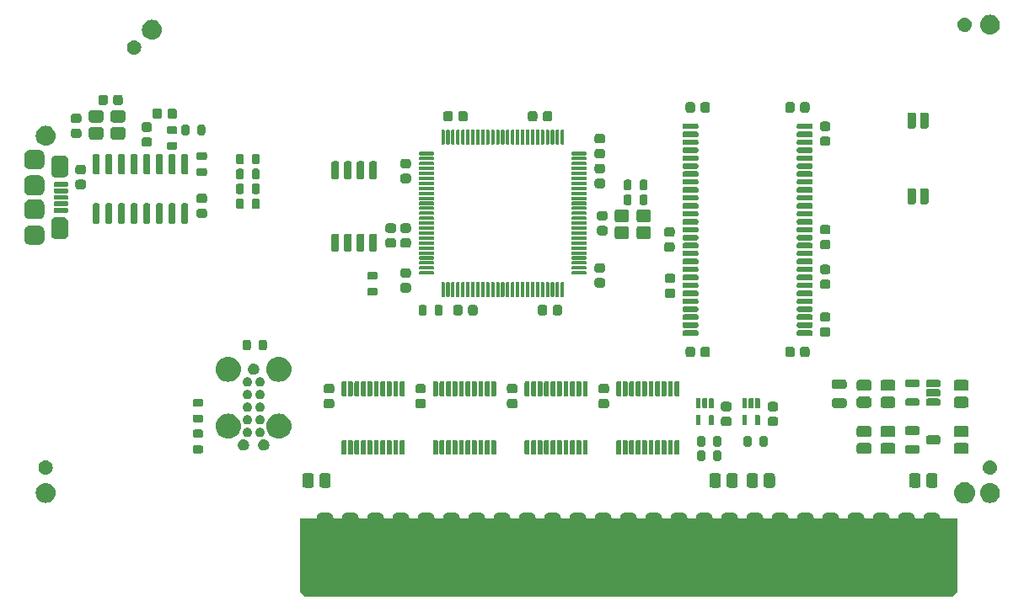
<source format=gts>
G04 #@! TF.GenerationSoftware,KiCad,Pcbnew,7.0.10*
G04 #@! TF.CreationDate,2024-03-18T20:49:12-04:00*
G04 #@! TF.ProjectId,GR8RAM,47523852-414d-42e6-9b69-6361645f7063,1.0*
G04 #@! TF.SameCoordinates,Original*
G04 #@! TF.FileFunction,Soldermask,Top*
G04 #@! TF.FilePolarity,Negative*
%FSLAX46Y46*%
G04 Gerber Fmt 4.6, Leading zero omitted, Abs format (unit mm)*
G04 Created by KiCad (PCBNEW 7.0.10) date 2024-03-18 20:49:12*
%MOMM*%
%LPD*%
G01*
G04 APERTURE LIST*
G04 APERTURE END LIST*
G36*
X76665999Y-131543771D02*
G01*
X76677712Y-131547869D01*
X76688592Y-131549176D01*
X76744857Y-131571364D01*
X76794635Y-131588782D01*
X76801071Y-131593532D01*
X76804788Y-131594998D01*
X76867758Y-131642749D01*
X76904289Y-131669711D01*
X76931259Y-131706253D01*
X76979001Y-131769211D01*
X76980466Y-131772926D01*
X76985218Y-131779365D01*
X77002642Y-131829162D01*
X77024822Y-131885406D01*
X77026127Y-131896280D01*
X77030229Y-131908001D01*
X77038200Y-131993000D01*
X77038200Y-132042804D01*
X77075396Y-132080000D01*
X77864603Y-132080000D01*
X77901800Y-132042803D01*
X77901800Y-131996798D01*
X77901800Y-131993000D01*
X77909771Y-131908001D01*
X77913869Y-131896288D01*
X77915176Y-131885407D01*
X77937367Y-131829133D01*
X77954782Y-131779365D01*
X77959531Y-131772929D01*
X77960998Y-131769211D01*
X78008777Y-131706204D01*
X78035711Y-131669711D01*
X78072204Y-131642777D01*
X78135211Y-131594998D01*
X78138929Y-131593531D01*
X78145365Y-131588782D01*
X78195140Y-131571365D01*
X78251406Y-131549177D01*
X78262284Y-131547870D01*
X78274001Y-131543771D01*
X78359000Y-131535800D01*
X79121000Y-131535800D01*
X79205999Y-131543771D01*
X79217712Y-131547869D01*
X79228592Y-131549176D01*
X79284857Y-131571364D01*
X79334635Y-131588782D01*
X79341071Y-131593532D01*
X79344788Y-131594998D01*
X79407758Y-131642749D01*
X79444289Y-131669711D01*
X79471259Y-131706253D01*
X79519001Y-131769211D01*
X79520466Y-131772926D01*
X79525218Y-131779365D01*
X79542642Y-131829162D01*
X79564822Y-131885406D01*
X79566127Y-131896280D01*
X79570229Y-131908001D01*
X79578200Y-131993000D01*
X79578200Y-132042804D01*
X79615396Y-132080000D01*
X80404603Y-132080000D01*
X80441800Y-132042803D01*
X80441800Y-131996798D01*
X80441800Y-131993000D01*
X80449771Y-131908001D01*
X80453869Y-131896288D01*
X80455176Y-131885407D01*
X80477367Y-131829133D01*
X80494782Y-131779365D01*
X80499531Y-131772929D01*
X80500998Y-131769211D01*
X80548777Y-131706204D01*
X80575711Y-131669711D01*
X80612204Y-131642777D01*
X80675211Y-131594998D01*
X80678929Y-131593531D01*
X80685365Y-131588782D01*
X80735140Y-131571365D01*
X80791406Y-131549177D01*
X80802284Y-131547870D01*
X80814001Y-131543771D01*
X80899000Y-131535800D01*
X81661000Y-131535800D01*
X81745999Y-131543771D01*
X81757712Y-131547869D01*
X81768592Y-131549176D01*
X81824857Y-131571364D01*
X81874635Y-131588782D01*
X81881071Y-131593532D01*
X81884788Y-131594998D01*
X81947758Y-131642749D01*
X81984289Y-131669711D01*
X82011259Y-131706253D01*
X82059001Y-131769211D01*
X82060466Y-131772926D01*
X82065218Y-131779365D01*
X82082642Y-131829162D01*
X82104822Y-131885406D01*
X82106127Y-131896280D01*
X82110229Y-131908001D01*
X82118200Y-131993000D01*
X82118200Y-132042804D01*
X82155396Y-132080000D01*
X82944603Y-132080000D01*
X82981800Y-132042803D01*
X82981800Y-131996798D01*
X82981800Y-131993000D01*
X82989771Y-131908001D01*
X82993869Y-131896288D01*
X82995176Y-131885407D01*
X83017367Y-131829133D01*
X83034782Y-131779365D01*
X83039531Y-131772929D01*
X83040998Y-131769211D01*
X83088777Y-131706204D01*
X83115711Y-131669711D01*
X83152204Y-131642777D01*
X83215211Y-131594998D01*
X83218929Y-131593531D01*
X83225365Y-131588782D01*
X83275140Y-131571365D01*
X83331406Y-131549177D01*
X83342284Y-131547870D01*
X83354001Y-131543771D01*
X83439000Y-131535800D01*
X84201000Y-131535800D01*
X84285999Y-131543771D01*
X84297712Y-131547869D01*
X84308592Y-131549176D01*
X84364857Y-131571364D01*
X84414635Y-131588782D01*
X84421071Y-131593532D01*
X84424788Y-131594998D01*
X84487758Y-131642749D01*
X84524289Y-131669711D01*
X84551259Y-131706253D01*
X84599001Y-131769211D01*
X84600466Y-131772926D01*
X84605218Y-131779365D01*
X84622642Y-131829162D01*
X84644822Y-131885406D01*
X84646127Y-131896280D01*
X84650229Y-131908001D01*
X84658200Y-131993000D01*
X84658200Y-132042804D01*
X84695396Y-132080000D01*
X85484603Y-132080000D01*
X85521800Y-132042803D01*
X85521800Y-131996798D01*
X85521800Y-131993000D01*
X85529771Y-131908001D01*
X85533869Y-131896288D01*
X85535176Y-131885407D01*
X85557367Y-131829133D01*
X85574782Y-131779365D01*
X85579531Y-131772929D01*
X85580998Y-131769211D01*
X85628777Y-131706204D01*
X85655711Y-131669711D01*
X85692204Y-131642777D01*
X85755211Y-131594998D01*
X85758929Y-131593531D01*
X85765365Y-131588782D01*
X85815140Y-131571365D01*
X85871406Y-131549177D01*
X85882284Y-131547870D01*
X85894001Y-131543771D01*
X85979000Y-131535800D01*
X86741000Y-131535800D01*
X86825999Y-131543771D01*
X86837712Y-131547869D01*
X86848592Y-131549176D01*
X86904857Y-131571364D01*
X86954635Y-131588782D01*
X86961071Y-131593532D01*
X86964788Y-131594998D01*
X87027758Y-131642749D01*
X87064289Y-131669711D01*
X87091259Y-131706253D01*
X87139001Y-131769211D01*
X87140466Y-131772926D01*
X87145218Y-131779365D01*
X87162642Y-131829162D01*
X87184822Y-131885406D01*
X87186127Y-131896280D01*
X87190229Y-131908001D01*
X87198200Y-131993000D01*
X87198200Y-132042804D01*
X87235396Y-132080000D01*
X88024603Y-132080000D01*
X88061800Y-132042803D01*
X88061800Y-131996798D01*
X88061800Y-131993000D01*
X88069771Y-131908001D01*
X88073869Y-131896288D01*
X88075176Y-131885407D01*
X88097367Y-131829133D01*
X88114782Y-131779365D01*
X88119531Y-131772929D01*
X88120998Y-131769211D01*
X88168777Y-131706204D01*
X88195711Y-131669711D01*
X88232204Y-131642777D01*
X88295211Y-131594998D01*
X88298929Y-131593531D01*
X88305365Y-131588782D01*
X88355140Y-131571365D01*
X88411406Y-131549177D01*
X88422284Y-131547870D01*
X88434001Y-131543771D01*
X88519000Y-131535800D01*
X89281000Y-131535800D01*
X89365999Y-131543771D01*
X89377712Y-131547869D01*
X89388592Y-131549176D01*
X89444857Y-131571364D01*
X89494635Y-131588782D01*
X89501071Y-131593532D01*
X89504788Y-131594998D01*
X89567758Y-131642749D01*
X89604289Y-131669711D01*
X89631259Y-131706253D01*
X89679001Y-131769211D01*
X89680466Y-131772926D01*
X89685218Y-131779365D01*
X89702642Y-131829162D01*
X89724822Y-131885406D01*
X89726127Y-131896280D01*
X89730229Y-131908001D01*
X89738200Y-131993000D01*
X89738200Y-132042804D01*
X89775396Y-132080000D01*
X90564603Y-132080000D01*
X90601800Y-132042803D01*
X90601800Y-131996798D01*
X90601800Y-131993000D01*
X90609771Y-131908001D01*
X90613869Y-131896288D01*
X90615176Y-131885407D01*
X90637367Y-131829133D01*
X90654782Y-131779365D01*
X90659531Y-131772929D01*
X90660998Y-131769211D01*
X90708777Y-131706204D01*
X90735711Y-131669711D01*
X90772204Y-131642777D01*
X90835211Y-131594998D01*
X90838929Y-131593531D01*
X90845365Y-131588782D01*
X90895140Y-131571365D01*
X90951406Y-131549177D01*
X90962284Y-131547870D01*
X90974001Y-131543771D01*
X91059000Y-131535800D01*
X91821000Y-131535800D01*
X91905999Y-131543771D01*
X91917712Y-131547869D01*
X91928592Y-131549176D01*
X91984857Y-131571364D01*
X92034635Y-131588782D01*
X92041071Y-131593532D01*
X92044788Y-131594998D01*
X92107758Y-131642749D01*
X92144289Y-131669711D01*
X92171259Y-131706253D01*
X92219001Y-131769211D01*
X92220466Y-131772926D01*
X92225218Y-131779365D01*
X92242642Y-131829162D01*
X92264822Y-131885406D01*
X92266127Y-131896280D01*
X92270229Y-131908001D01*
X92278200Y-131993000D01*
X92278200Y-132042804D01*
X92315396Y-132080000D01*
X93104603Y-132080000D01*
X93141800Y-132042803D01*
X93141800Y-131996798D01*
X93141800Y-131993000D01*
X93149771Y-131908001D01*
X93153869Y-131896288D01*
X93155176Y-131885407D01*
X93177367Y-131829133D01*
X93194782Y-131779365D01*
X93199531Y-131772929D01*
X93200998Y-131769211D01*
X93248777Y-131706204D01*
X93275711Y-131669711D01*
X93312204Y-131642777D01*
X93375211Y-131594998D01*
X93378929Y-131593531D01*
X93385365Y-131588782D01*
X93435140Y-131571365D01*
X93491406Y-131549177D01*
X93502284Y-131547870D01*
X93514001Y-131543771D01*
X93599000Y-131535800D01*
X94361000Y-131535800D01*
X94445999Y-131543771D01*
X94457712Y-131547869D01*
X94468592Y-131549176D01*
X94524857Y-131571364D01*
X94574635Y-131588782D01*
X94581071Y-131593532D01*
X94584788Y-131594998D01*
X94647758Y-131642749D01*
X94684289Y-131669711D01*
X94711259Y-131706253D01*
X94759001Y-131769211D01*
X94760466Y-131772926D01*
X94765218Y-131779365D01*
X94782642Y-131829162D01*
X94804822Y-131885406D01*
X94806127Y-131896280D01*
X94810229Y-131908001D01*
X94818200Y-131993000D01*
X94818200Y-132042804D01*
X94855396Y-132080000D01*
X95644603Y-132080000D01*
X95681800Y-132042803D01*
X95681800Y-131996798D01*
X95681800Y-131993000D01*
X95689771Y-131908001D01*
X95693869Y-131896288D01*
X95695176Y-131885407D01*
X95717367Y-131829133D01*
X95734782Y-131779365D01*
X95739531Y-131772929D01*
X95740998Y-131769211D01*
X95788777Y-131706204D01*
X95815711Y-131669711D01*
X95852204Y-131642777D01*
X95915211Y-131594998D01*
X95918929Y-131593531D01*
X95925365Y-131588782D01*
X95975140Y-131571365D01*
X96031406Y-131549177D01*
X96042284Y-131547870D01*
X96054001Y-131543771D01*
X96139000Y-131535800D01*
X96901000Y-131535800D01*
X96985999Y-131543771D01*
X96997712Y-131547869D01*
X97008592Y-131549176D01*
X97064857Y-131571364D01*
X97114635Y-131588782D01*
X97121071Y-131593532D01*
X97124788Y-131594998D01*
X97187758Y-131642749D01*
X97224289Y-131669711D01*
X97251259Y-131706253D01*
X97299001Y-131769211D01*
X97300466Y-131772926D01*
X97305218Y-131779365D01*
X97322642Y-131829162D01*
X97344822Y-131885406D01*
X97346127Y-131896280D01*
X97350229Y-131908001D01*
X97358200Y-131993000D01*
X97358200Y-132042804D01*
X97395396Y-132080000D01*
X98184603Y-132080000D01*
X98221800Y-132042803D01*
X98221800Y-131996798D01*
X98221800Y-131993000D01*
X98229771Y-131908001D01*
X98233869Y-131896288D01*
X98235176Y-131885407D01*
X98257367Y-131829133D01*
X98274782Y-131779365D01*
X98279531Y-131772929D01*
X98280998Y-131769211D01*
X98328777Y-131706204D01*
X98355711Y-131669711D01*
X98392204Y-131642777D01*
X98455211Y-131594998D01*
X98458929Y-131593531D01*
X98465365Y-131588782D01*
X98515140Y-131571365D01*
X98571406Y-131549177D01*
X98582284Y-131547870D01*
X98594001Y-131543771D01*
X98679000Y-131535800D01*
X99441000Y-131535800D01*
X99525999Y-131543771D01*
X99537712Y-131547869D01*
X99548592Y-131549176D01*
X99604857Y-131571364D01*
X99654635Y-131588782D01*
X99661071Y-131593532D01*
X99664788Y-131594998D01*
X99727758Y-131642749D01*
X99764289Y-131669711D01*
X99791259Y-131706253D01*
X99839001Y-131769211D01*
X99840466Y-131772926D01*
X99845218Y-131779365D01*
X99862642Y-131829162D01*
X99884822Y-131885406D01*
X99886127Y-131896280D01*
X99890229Y-131908001D01*
X99898200Y-131993000D01*
X99898200Y-132042804D01*
X99935396Y-132080000D01*
X100724603Y-132080000D01*
X100761800Y-132042803D01*
X100761800Y-131996798D01*
X100761800Y-131993000D01*
X100769771Y-131908001D01*
X100773869Y-131896288D01*
X100775176Y-131885407D01*
X100797367Y-131829133D01*
X100814782Y-131779365D01*
X100819531Y-131772929D01*
X100820998Y-131769211D01*
X100868777Y-131706204D01*
X100895711Y-131669711D01*
X100932204Y-131642777D01*
X100995211Y-131594998D01*
X100998929Y-131593531D01*
X101005365Y-131588782D01*
X101055140Y-131571365D01*
X101111406Y-131549177D01*
X101122284Y-131547870D01*
X101134001Y-131543771D01*
X101219000Y-131535800D01*
X101981000Y-131535800D01*
X102065999Y-131543771D01*
X102077712Y-131547869D01*
X102088592Y-131549176D01*
X102144857Y-131571364D01*
X102194635Y-131588782D01*
X102201071Y-131593532D01*
X102204788Y-131594998D01*
X102267758Y-131642749D01*
X102304289Y-131669711D01*
X102331259Y-131706253D01*
X102379001Y-131769211D01*
X102380466Y-131772926D01*
X102385218Y-131779365D01*
X102402642Y-131829162D01*
X102424822Y-131885406D01*
X102426127Y-131896280D01*
X102430229Y-131908001D01*
X102438200Y-131993000D01*
X102438200Y-132042804D01*
X102475396Y-132080000D01*
X103264603Y-132080000D01*
X103301800Y-132042803D01*
X103301800Y-131996798D01*
X103301800Y-131993000D01*
X103309771Y-131908001D01*
X103313869Y-131896288D01*
X103315176Y-131885407D01*
X103337367Y-131829133D01*
X103354782Y-131779365D01*
X103359531Y-131772929D01*
X103360998Y-131769211D01*
X103408777Y-131706204D01*
X103435711Y-131669711D01*
X103472204Y-131642777D01*
X103535211Y-131594998D01*
X103538929Y-131593531D01*
X103545365Y-131588782D01*
X103595140Y-131571365D01*
X103651406Y-131549177D01*
X103662284Y-131547870D01*
X103674001Y-131543771D01*
X103759000Y-131535800D01*
X104521000Y-131535800D01*
X104605999Y-131543771D01*
X104617712Y-131547869D01*
X104628592Y-131549176D01*
X104684857Y-131571364D01*
X104734635Y-131588782D01*
X104741071Y-131593532D01*
X104744788Y-131594998D01*
X104807758Y-131642749D01*
X104844289Y-131669711D01*
X104871259Y-131706253D01*
X104919001Y-131769211D01*
X104920466Y-131772926D01*
X104925218Y-131779365D01*
X104942642Y-131829162D01*
X104964822Y-131885406D01*
X104966127Y-131896280D01*
X104970229Y-131908001D01*
X104978200Y-131993000D01*
X104978200Y-132042804D01*
X105015396Y-132080000D01*
X105804603Y-132080000D01*
X105841800Y-132042803D01*
X105841800Y-131996798D01*
X105841800Y-131993000D01*
X105849771Y-131908001D01*
X105853869Y-131896288D01*
X105855176Y-131885407D01*
X105877367Y-131829133D01*
X105894782Y-131779365D01*
X105899531Y-131772929D01*
X105900998Y-131769211D01*
X105948777Y-131706204D01*
X105975711Y-131669711D01*
X106012204Y-131642777D01*
X106075211Y-131594998D01*
X106078929Y-131593531D01*
X106085365Y-131588782D01*
X106135140Y-131571365D01*
X106191406Y-131549177D01*
X106202284Y-131547870D01*
X106214001Y-131543771D01*
X106299000Y-131535800D01*
X107061000Y-131535800D01*
X107145999Y-131543771D01*
X107157712Y-131547869D01*
X107168592Y-131549176D01*
X107224857Y-131571364D01*
X107274635Y-131588782D01*
X107281071Y-131593532D01*
X107284788Y-131594998D01*
X107347758Y-131642749D01*
X107384289Y-131669711D01*
X107411259Y-131706253D01*
X107459001Y-131769211D01*
X107460466Y-131772926D01*
X107465218Y-131779365D01*
X107482642Y-131829162D01*
X107504822Y-131885406D01*
X107506127Y-131896280D01*
X107510229Y-131908001D01*
X107518200Y-131993000D01*
X107518200Y-132042804D01*
X107555396Y-132080000D01*
X108344603Y-132080000D01*
X108381800Y-132042803D01*
X108381800Y-131996798D01*
X108381800Y-131993000D01*
X108389771Y-131908001D01*
X108393869Y-131896288D01*
X108395176Y-131885407D01*
X108417367Y-131829133D01*
X108434782Y-131779365D01*
X108439531Y-131772929D01*
X108440998Y-131769211D01*
X108488777Y-131706204D01*
X108515711Y-131669711D01*
X108552204Y-131642777D01*
X108615211Y-131594998D01*
X108618929Y-131593531D01*
X108625365Y-131588782D01*
X108675140Y-131571365D01*
X108731406Y-131549177D01*
X108742284Y-131547870D01*
X108754001Y-131543771D01*
X108839000Y-131535800D01*
X109601000Y-131535800D01*
X109685999Y-131543771D01*
X109697712Y-131547869D01*
X109708592Y-131549176D01*
X109764857Y-131571364D01*
X109814635Y-131588782D01*
X109821071Y-131593532D01*
X109824788Y-131594998D01*
X109887758Y-131642749D01*
X109924289Y-131669711D01*
X109951259Y-131706253D01*
X109999001Y-131769211D01*
X110000466Y-131772926D01*
X110005218Y-131779365D01*
X110022642Y-131829162D01*
X110044822Y-131885406D01*
X110046127Y-131896280D01*
X110050229Y-131908001D01*
X110058200Y-131993000D01*
X110058200Y-132042804D01*
X110095396Y-132080000D01*
X110884603Y-132080000D01*
X110921800Y-132042803D01*
X110921800Y-131996798D01*
X110921800Y-131993000D01*
X110929771Y-131908001D01*
X110933869Y-131896288D01*
X110935176Y-131885407D01*
X110957367Y-131829133D01*
X110974782Y-131779365D01*
X110979531Y-131772929D01*
X110980998Y-131769211D01*
X111028777Y-131706204D01*
X111055711Y-131669711D01*
X111092204Y-131642777D01*
X111155211Y-131594998D01*
X111158929Y-131593531D01*
X111165365Y-131588782D01*
X111215140Y-131571365D01*
X111271406Y-131549177D01*
X111282284Y-131547870D01*
X111294001Y-131543771D01*
X111379000Y-131535800D01*
X112141000Y-131535800D01*
X112225999Y-131543771D01*
X112237712Y-131547869D01*
X112248592Y-131549176D01*
X112304857Y-131571364D01*
X112354635Y-131588782D01*
X112361071Y-131593532D01*
X112364788Y-131594998D01*
X112427758Y-131642749D01*
X112464289Y-131669711D01*
X112491259Y-131706253D01*
X112539001Y-131769211D01*
X112540466Y-131772926D01*
X112545218Y-131779365D01*
X112562642Y-131829162D01*
X112584822Y-131885406D01*
X112586127Y-131896280D01*
X112590229Y-131908001D01*
X112598200Y-131993000D01*
X112598200Y-132042804D01*
X112635396Y-132080000D01*
X113424603Y-132080000D01*
X113461800Y-132042803D01*
X113461800Y-131996798D01*
X113461800Y-131993000D01*
X113469771Y-131908001D01*
X113473869Y-131896288D01*
X113475176Y-131885407D01*
X113497367Y-131829133D01*
X113514782Y-131779365D01*
X113519531Y-131772929D01*
X113520998Y-131769211D01*
X113568777Y-131706204D01*
X113595711Y-131669711D01*
X113632204Y-131642777D01*
X113695211Y-131594998D01*
X113698929Y-131593531D01*
X113705365Y-131588782D01*
X113755140Y-131571365D01*
X113811406Y-131549177D01*
X113822284Y-131547870D01*
X113834001Y-131543771D01*
X113919000Y-131535800D01*
X114681000Y-131535800D01*
X114765999Y-131543771D01*
X114777712Y-131547869D01*
X114788592Y-131549176D01*
X114844857Y-131571364D01*
X114894635Y-131588782D01*
X114901071Y-131593532D01*
X114904788Y-131594998D01*
X114967758Y-131642749D01*
X115004289Y-131669711D01*
X115031259Y-131706253D01*
X115079001Y-131769211D01*
X115080466Y-131772926D01*
X115085218Y-131779365D01*
X115102642Y-131829162D01*
X115124822Y-131885406D01*
X115126127Y-131896280D01*
X115130229Y-131908001D01*
X115138200Y-131993000D01*
X115138200Y-132042804D01*
X115175396Y-132080000D01*
X115964603Y-132080000D01*
X116001800Y-132042803D01*
X116001800Y-131996798D01*
X116001800Y-131993000D01*
X116009771Y-131908001D01*
X116013869Y-131896288D01*
X116015176Y-131885407D01*
X116037367Y-131829133D01*
X116054782Y-131779365D01*
X116059531Y-131772929D01*
X116060998Y-131769211D01*
X116108777Y-131706204D01*
X116135711Y-131669711D01*
X116172204Y-131642777D01*
X116235211Y-131594998D01*
X116238929Y-131593531D01*
X116245365Y-131588782D01*
X116295140Y-131571365D01*
X116351406Y-131549177D01*
X116362284Y-131547870D01*
X116374001Y-131543771D01*
X116459000Y-131535800D01*
X117221000Y-131535800D01*
X117305999Y-131543771D01*
X117317712Y-131547869D01*
X117328592Y-131549176D01*
X117384857Y-131571364D01*
X117434635Y-131588782D01*
X117441071Y-131593532D01*
X117444788Y-131594998D01*
X117507758Y-131642749D01*
X117544289Y-131669711D01*
X117571259Y-131706253D01*
X117619001Y-131769211D01*
X117620466Y-131772926D01*
X117625218Y-131779365D01*
X117642642Y-131829162D01*
X117664822Y-131885406D01*
X117666127Y-131896280D01*
X117670229Y-131908001D01*
X117678200Y-131993000D01*
X117678200Y-132042804D01*
X117715396Y-132080000D01*
X118504603Y-132080000D01*
X118541800Y-132042803D01*
X118541800Y-131996798D01*
X118541800Y-131993000D01*
X118549771Y-131908001D01*
X118553869Y-131896288D01*
X118555176Y-131885407D01*
X118577367Y-131829133D01*
X118594782Y-131779365D01*
X118599531Y-131772929D01*
X118600998Y-131769211D01*
X118648777Y-131706204D01*
X118675711Y-131669711D01*
X118712204Y-131642777D01*
X118775211Y-131594998D01*
X118778929Y-131593531D01*
X118785365Y-131588782D01*
X118835140Y-131571365D01*
X118891406Y-131549177D01*
X118902284Y-131547870D01*
X118914001Y-131543771D01*
X118999000Y-131535800D01*
X119761000Y-131535800D01*
X119845999Y-131543771D01*
X119857712Y-131547869D01*
X119868592Y-131549176D01*
X119924857Y-131571364D01*
X119974635Y-131588782D01*
X119981071Y-131593532D01*
X119984788Y-131594998D01*
X120047758Y-131642749D01*
X120084289Y-131669711D01*
X120111259Y-131706253D01*
X120159001Y-131769211D01*
X120160466Y-131772926D01*
X120165218Y-131779365D01*
X120182642Y-131829162D01*
X120204822Y-131885406D01*
X120206127Y-131896280D01*
X120210229Y-131908001D01*
X120218200Y-131993000D01*
X120218200Y-132042804D01*
X120255396Y-132080000D01*
X121044603Y-132080000D01*
X121081800Y-132042803D01*
X121081800Y-131996798D01*
X121081800Y-131993000D01*
X121089771Y-131908001D01*
X121093869Y-131896288D01*
X121095176Y-131885407D01*
X121117367Y-131829133D01*
X121134782Y-131779365D01*
X121139531Y-131772929D01*
X121140998Y-131769211D01*
X121188777Y-131706204D01*
X121215711Y-131669711D01*
X121252204Y-131642777D01*
X121315211Y-131594998D01*
X121318929Y-131593531D01*
X121325365Y-131588782D01*
X121375140Y-131571365D01*
X121431406Y-131549177D01*
X121442284Y-131547870D01*
X121454001Y-131543771D01*
X121539000Y-131535800D01*
X122301000Y-131535800D01*
X122385999Y-131543771D01*
X122397712Y-131547869D01*
X122408592Y-131549176D01*
X122464857Y-131571364D01*
X122514635Y-131588782D01*
X122521071Y-131593532D01*
X122524788Y-131594998D01*
X122587758Y-131642749D01*
X122624289Y-131669711D01*
X122651259Y-131706253D01*
X122699001Y-131769211D01*
X122700466Y-131772926D01*
X122705218Y-131779365D01*
X122722642Y-131829162D01*
X122744822Y-131885406D01*
X122746127Y-131896280D01*
X122750229Y-131908001D01*
X122758200Y-131993000D01*
X122758200Y-132042804D01*
X122795396Y-132080000D01*
X123584603Y-132080000D01*
X123621800Y-132042803D01*
X123621800Y-131996798D01*
X123621800Y-131993000D01*
X123629771Y-131908001D01*
X123633869Y-131896288D01*
X123635176Y-131885407D01*
X123657367Y-131829133D01*
X123674782Y-131779365D01*
X123679531Y-131772929D01*
X123680998Y-131769211D01*
X123728777Y-131706204D01*
X123755711Y-131669711D01*
X123792204Y-131642777D01*
X123855211Y-131594998D01*
X123858929Y-131593531D01*
X123865365Y-131588782D01*
X123915140Y-131571365D01*
X123971406Y-131549177D01*
X123982284Y-131547870D01*
X123994001Y-131543771D01*
X124079000Y-131535800D01*
X124841000Y-131535800D01*
X124925999Y-131543771D01*
X124937712Y-131547869D01*
X124948592Y-131549176D01*
X125004857Y-131571364D01*
X125054635Y-131588782D01*
X125061071Y-131593532D01*
X125064788Y-131594998D01*
X125127758Y-131642749D01*
X125164289Y-131669711D01*
X125191259Y-131706253D01*
X125239001Y-131769211D01*
X125240466Y-131772926D01*
X125245218Y-131779365D01*
X125262642Y-131829162D01*
X125284822Y-131885406D01*
X125286127Y-131896280D01*
X125290229Y-131908001D01*
X125298200Y-131993000D01*
X125298200Y-132042804D01*
X125335396Y-132080000D01*
X126124603Y-132080000D01*
X126161800Y-132042803D01*
X126161800Y-131996798D01*
X126161800Y-131993000D01*
X126169771Y-131908001D01*
X126173869Y-131896288D01*
X126175176Y-131885407D01*
X126197367Y-131829133D01*
X126214782Y-131779365D01*
X126219531Y-131772929D01*
X126220998Y-131769211D01*
X126268777Y-131706204D01*
X126295711Y-131669711D01*
X126332204Y-131642777D01*
X126395211Y-131594998D01*
X126398929Y-131593531D01*
X126405365Y-131588782D01*
X126455140Y-131571365D01*
X126511406Y-131549177D01*
X126522284Y-131547870D01*
X126534001Y-131543771D01*
X126619000Y-131535800D01*
X127381000Y-131535800D01*
X127465999Y-131543771D01*
X127477712Y-131547869D01*
X127488592Y-131549176D01*
X127544857Y-131571364D01*
X127594635Y-131588782D01*
X127601071Y-131593532D01*
X127604788Y-131594998D01*
X127667758Y-131642749D01*
X127704289Y-131669711D01*
X127731259Y-131706253D01*
X127779001Y-131769211D01*
X127780466Y-131772926D01*
X127785218Y-131779365D01*
X127802642Y-131829162D01*
X127824822Y-131885406D01*
X127826127Y-131896280D01*
X127830229Y-131908001D01*
X127838200Y-131993000D01*
X127838200Y-132042804D01*
X127875396Y-132080000D01*
X128664603Y-132080000D01*
X128701800Y-132042803D01*
X128701800Y-131996798D01*
X128701800Y-131993000D01*
X128709771Y-131908001D01*
X128713869Y-131896288D01*
X128715176Y-131885407D01*
X128737367Y-131829133D01*
X128754782Y-131779365D01*
X128759531Y-131772929D01*
X128760998Y-131769211D01*
X128808777Y-131706204D01*
X128835711Y-131669711D01*
X128872204Y-131642777D01*
X128935211Y-131594998D01*
X128938929Y-131593531D01*
X128945365Y-131588782D01*
X128995140Y-131571365D01*
X129051406Y-131549177D01*
X129062284Y-131547870D01*
X129074001Y-131543771D01*
X129159000Y-131535800D01*
X129921000Y-131535800D01*
X130005999Y-131543771D01*
X130017712Y-131547869D01*
X130028592Y-131549176D01*
X130084857Y-131571364D01*
X130134635Y-131588782D01*
X130141071Y-131593532D01*
X130144788Y-131594998D01*
X130207758Y-131642749D01*
X130244289Y-131669711D01*
X130271259Y-131706253D01*
X130319001Y-131769211D01*
X130320466Y-131772926D01*
X130325218Y-131779365D01*
X130342642Y-131829162D01*
X130364822Y-131885406D01*
X130366127Y-131896280D01*
X130370229Y-131908001D01*
X130378200Y-131993000D01*
X130378200Y-132042804D01*
X130415396Y-132080000D01*
X131204603Y-132080000D01*
X131241800Y-132042803D01*
X131241800Y-131996798D01*
X131241800Y-131993000D01*
X131249771Y-131908001D01*
X131253869Y-131896288D01*
X131255176Y-131885407D01*
X131277367Y-131829133D01*
X131294782Y-131779365D01*
X131299531Y-131772929D01*
X131300998Y-131769211D01*
X131348777Y-131706204D01*
X131375711Y-131669711D01*
X131412204Y-131642777D01*
X131475211Y-131594998D01*
X131478929Y-131593531D01*
X131485365Y-131588782D01*
X131535140Y-131571365D01*
X131591406Y-131549177D01*
X131602284Y-131547870D01*
X131614001Y-131543771D01*
X131699000Y-131535800D01*
X132461000Y-131535800D01*
X132545999Y-131543771D01*
X132557712Y-131547869D01*
X132568592Y-131549176D01*
X132624857Y-131571364D01*
X132674635Y-131588782D01*
X132681071Y-131593532D01*
X132684788Y-131594998D01*
X132747758Y-131642749D01*
X132784289Y-131669711D01*
X132811259Y-131706253D01*
X132859001Y-131769211D01*
X132860466Y-131772926D01*
X132865218Y-131779365D01*
X132882642Y-131829162D01*
X132904822Y-131885406D01*
X132906127Y-131896280D01*
X132910229Y-131908001D01*
X132918200Y-131993000D01*
X132918200Y-132042804D01*
X132955396Y-132080000D01*
X133744603Y-132080000D01*
X133781800Y-132042803D01*
X133781800Y-131996798D01*
X133781800Y-131993000D01*
X133789771Y-131908001D01*
X133793869Y-131896288D01*
X133795176Y-131885407D01*
X133817367Y-131829133D01*
X133834782Y-131779365D01*
X133839531Y-131772929D01*
X133840998Y-131769211D01*
X133888777Y-131706204D01*
X133915711Y-131669711D01*
X133952204Y-131642777D01*
X134015211Y-131594998D01*
X134018929Y-131593531D01*
X134025365Y-131588782D01*
X134075140Y-131571365D01*
X134131406Y-131549177D01*
X134142284Y-131547870D01*
X134154001Y-131543771D01*
X134239000Y-131535800D01*
X135001000Y-131535800D01*
X135085999Y-131543771D01*
X135097712Y-131547869D01*
X135108592Y-131549176D01*
X135164857Y-131571364D01*
X135214635Y-131588782D01*
X135221071Y-131593532D01*
X135224788Y-131594998D01*
X135287758Y-131642749D01*
X135324289Y-131669711D01*
X135351259Y-131706253D01*
X135399001Y-131769211D01*
X135400466Y-131772926D01*
X135405218Y-131779365D01*
X135422642Y-131829162D01*
X135444822Y-131885406D01*
X135446127Y-131896280D01*
X135450229Y-131908001D01*
X135458200Y-131993000D01*
X135458200Y-132042804D01*
X135495396Y-132080000D01*
X136284603Y-132080000D01*
X136321800Y-132042803D01*
X136321800Y-131996798D01*
X136321800Y-131993000D01*
X136329771Y-131908001D01*
X136333869Y-131896288D01*
X136335176Y-131885407D01*
X136357367Y-131829133D01*
X136374782Y-131779365D01*
X136379531Y-131772929D01*
X136380998Y-131769211D01*
X136428777Y-131706204D01*
X136455711Y-131669711D01*
X136492204Y-131642777D01*
X136555211Y-131594998D01*
X136558929Y-131593531D01*
X136565365Y-131588782D01*
X136615140Y-131571365D01*
X136671406Y-131549177D01*
X136682284Y-131547870D01*
X136694001Y-131543771D01*
X136779000Y-131535800D01*
X137541000Y-131535800D01*
X137625999Y-131543771D01*
X137637712Y-131547869D01*
X137648592Y-131549176D01*
X137704857Y-131571364D01*
X137754635Y-131588782D01*
X137761071Y-131593532D01*
X137764788Y-131594998D01*
X137827758Y-131642749D01*
X137864289Y-131669711D01*
X137891259Y-131706253D01*
X137939001Y-131769211D01*
X137940466Y-131772926D01*
X137945218Y-131779365D01*
X137962642Y-131829162D01*
X137984822Y-131885406D01*
X137986127Y-131896280D01*
X137990229Y-131908001D01*
X137998200Y-131993000D01*
X137998200Y-132042804D01*
X138035396Y-132080000D01*
X139700000Y-132080000D01*
X139700000Y-139446000D01*
X139192000Y-139954000D01*
X139179372Y-139954000D01*
X74180631Y-139954000D01*
X74168000Y-139954000D01*
X73660000Y-139446000D01*
X73660000Y-132080000D01*
X75324603Y-132080000D01*
X75361800Y-132042803D01*
X75361800Y-131996798D01*
X75361800Y-131993000D01*
X75369771Y-131908001D01*
X75373869Y-131896288D01*
X75375176Y-131885407D01*
X75397367Y-131829133D01*
X75414782Y-131779365D01*
X75419531Y-131772929D01*
X75420998Y-131769211D01*
X75468777Y-131706204D01*
X75495711Y-131669711D01*
X75532204Y-131642777D01*
X75595211Y-131594998D01*
X75598929Y-131593531D01*
X75605365Y-131588782D01*
X75655140Y-131571365D01*
X75711406Y-131549177D01*
X75722284Y-131547870D01*
X75734001Y-131543771D01*
X75819000Y-131535800D01*
X76581000Y-131535800D01*
X76665999Y-131543771D01*
G37*
G36*
X140756516Y-128504883D02*
G01*
X140941704Y-128576625D01*
X141110555Y-128681174D01*
X141257321Y-128814969D01*
X141377004Y-128973454D01*
X141465527Y-129151232D01*
X141519876Y-129342249D01*
X141538200Y-129540000D01*
X141519876Y-129737751D01*
X141465527Y-129928768D01*
X141377004Y-130106546D01*
X141257321Y-130265031D01*
X141110555Y-130398826D01*
X140941704Y-130503375D01*
X140756516Y-130575117D01*
X140561299Y-130611609D01*
X140362701Y-130611609D01*
X140167484Y-130575117D01*
X139982296Y-130503375D01*
X139813445Y-130398826D01*
X139666679Y-130265031D01*
X139546996Y-130106546D01*
X139458473Y-129928768D01*
X139404124Y-129737751D01*
X139385800Y-129540000D01*
X139404124Y-129342249D01*
X139458473Y-129151232D01*
X139546996Y-128973454D01*
X139666679Y-128814969D01*
X139813445Y-128681174D01*
X139982296Y-128576625D01*
X140167484Y-128504883D01*
X140362701Y-128468391D01*
X140561299Y-128468391D01*
X140756516Y-128504883D01*
G37*
G36*
X48328090Y-128559215D02*
G01*
X48515683Y-128616120D01*
X48688570Y-128708530D01*
X48840107Y-128832893D01*
X48964470Y-128984430D01*
X49056880Y-129157317D01*
X49113785Y-129344910D01*
X49133000Y-129540000D01*
X49113785Y-129735090D01*
X49056880Y-129922683D01*
X48964470Y-130095570D01*
X48840107Y-130247107D01*
X48688570Y-130371470D01*
X48515683Y-130463880D01*
X48328090Y-130520785D01*
X48133000Y-130540000D01*
X47937910Y-130520785D01*
X47750317Y-130463880D01*
X47577430Y-130371470D01*
X47425893Y-130247107D01*
X47301530Y-130095570D01*
X47209120Y-129922683D01*
X47152215Y-129735090D01*
X47133000Y-129540000D01*
X47152215Y-129344910D01*
X47209120Y-129157317D01*
X47301530Y-128984430D01*
X47425893Y-128832893D01*
X47577430Y-128708530D01*
X47750317Y-128616120D01*
X47937910Y-128559215D01*
X48133000Y-128540000D01*
X48328090Y-128559215D01*
G37*
G36*
X143197090Y-128559215D02*
G01*
X143384683Y-128616120D01*
X143557570Y-128708530D01*
X143709107Y-128832893D01*
X143833470Y-128984430D01*
X143925880Y-129157317D01*
X143982785Y-129344910D01*
X144002000Y-129540000D01*
X143982785Y-129735090D01*
X143925880Y-129922683D01*
X143833470Y-130095570D01*
X143709107Y-130247107D01*
X143557570Y-130371470D01*
X143384683Y-130463880D01*
X143197090Y-130520785D01*
X143002000Y-130540000D01*
X142806910Y-130520785D01*
X142619317Y-130463880D01*
X142446430Y-130371470D01*
X142294893Y-130247107D01*
X142170530Y-130095570D01*
X142078120Y-129922683D01*
X142021215Y-129735090D01*
X142002000Y-129540000D01*
X142021215Y-129344910D01*
X142078120Y-129157317D01*
X142170530Y-128984430D01*
X142294893Y-128832893D01*
X142446430Y-128708530D01*
X142619317Y-128616120D01*
X142806910Y-128559215D01*
X143002000Y-128540000D01*
X143197090Y-128559215D01*
G37*
G36*
X74843381Y-127530648D02*
G01*
X74849015Y-127533275D01*
X74850812Y-127533537D01*
X74876342Y-127546018D01*
X74941743Y-127576515D01*
X75018485Y-127653257D01*
X75048992Y-127718680D01*
X75061462Y-127744187D01*
X75061723Y-127745982D01*
X75064352Y-127751619D01*
X75075000Y-127832500D01*
X75075000Y-128707500D01*
X75064352Y-128788381D01*
X75061723Y-128794018D01*
X75061462Y-128795812D01*
X75049002Y-128821298D01*
X75018485Y-128886743D01*
X74941743Y-128963485D01*
X74876298Y-128994002D01*
X74850812Y-129006462D01*
X74849018Y-129006723D01*
X74843381Y-129009352D01*
X74762500Y-129020000D01*
X74237500Y-129020000D01*
X74156619Y-129009352D01*
X74150982Y-129006723D01*
X74149187Y-129006462D01*
X74123680Y-128993992D01*
X74058257Y-128963485D01*
X73981515Y-128886743D01*
X73951018Y-128821342D01*
X73938537Y-128795812D01*
X73938275Y-128794015D01*
X73935648Y-128788381D01*
X73925000Y-128707500D01*
X73925000Y-127832500D01*
X73935648Y-127751619D01*
X73938274Y-127745985D01*
X73938537Y-127744187D01*
X73951028Y-127718635D01*
X73981515Y-127653257D01*
X74058257Y-127576515D01*
X74123635Y-127546028D01*
X74149187Y-127533537D01*
X74150985Y-127533274D01*
X74156619Y-127530648D01*
X74237500Y-127520000D01*
X74762500Y-127520000D01*
X74843381Y-127530648D01*
G37*
G36*
X76543381Y-127530648D02*
G01*
X76549015Y-127533275D01*
X76550812Y-127533537D01*
X76576342Y-127546018D01*
X76641743Y-127576515D01*
X76718485Y-127653257D01*
X76748992Y-127718680D01*
X76761462Y-127744187D01*
X76761723Y-127745982D01*
X76764352Y-127751619D01*
X76775000Y-127832500D01*
X76775000Y-128707500D01*
X76764352Y-128788381D01*
X76761723Y-128794018D01*
X76761462Y-128795812D01*
X76749002Y-128821298D01*
X76718485Y-128886743D01*
X76641743Y-128963485D01*
X76576298Y-128994002D01*
X76550812Y-129006462D01*
X76549018Y-129006723D01*
X76543381Y-129009352D01*
X76462500Y-129020000D01*
X75937500Y-129020000D01*
X75856619Y-129009352D01*
X75850982Y-129006723D01*
X75849187Y-129006462D01*
X75823680Y-128993992D01*
X75758257Y-128963485D01*
X75681515Y-128886743D01*
X75651018Y-128821342D01*
X75638537Y-128795812D01*
X75638275Y-128794015D01*
X75635648Y-128788381D01*
X75625000Y-128707500D01*
X75625000Y-127832500D01*
X75635648Y-127751619D01*
X75638274Y-127745985D01*
X75638537Y-127744187D01*
X75651028Y-127718635D01*
X75681515Y-127653257D01*
X75758257Y-127576515D01*
X75823635Y-127546028D01*
X75849187Y-127533537D01*
X75850985Y-127533274D01*
X75856619Y-127530648D01*
X75937500Y-127520000D01*
X76462500Y-127520000D01*
X76543381Y-127530648D01*
G37*
G36*
X115737381Y-127530648D02*
G01*
X115743015Y-127533275D01*
X115744812Y-127533537D01*
X115770342Y-127546018D01*
X115835743Y-127576515D01*
X115912485Y-127653257D01*
X115942992Y-127718680D01*
X115955462Y-127744187D01*
X115955723Y-127745982D01*
X115958352Y-127751619D01*
X115969000Y-127832500D01*
X115969000Y-128707500D01*
X115958352Y-128788381D01*
X115955723Y-128794018D01*
X115955462Y-128795812D01*
X115943002Y-128821298D01*
X115912485Y-128886743D01*
X115835743Y-128963485D01*
X115770298Y-128994002D01*
X115744812Y-129006462D01*
X115743018Y-129006723D01*
X115737381Y-129009352D01*
X115656500Y-129020000D01*
X115131500Y-129020000D01*
X115050619Y-129009352D01*
X115044982Y-129006723D01*
X115043187Y-129006462D01*
X115017680Y-128993992D01*
X114952257Y-128963485D01*
X114875515Y-128886743D01*
X114845018Y-128821342D01*
X114832537Y-128795812D01*
X114832275Y-128794015D01*
X114829648Y-128788381D01*
X114819000Y-128707500D01*
X114819000Y-127832500D01*
X114829648Y-127751619D01*
X114832274Y-127745985D01*
X114832537Y-127744187D01*
X114845028Y-127718635D01*
X114875515Y-127653257D01*
X114952257Y-127576515D01*
X115017635Y-127546028D01*
X115043187Y-127533537D01*
X115044985Y-127533274D01*
X115050619Y-127530648D01*
X115131500Y-127520000D01*
X115656500Y-127520000D01*
X115737381Y-127530648D01*
G37*
G36*
X117437381Y-127530648D02*
G01*
X117443015Y-127533275D01*
X117444812Y-127533537D01*
X117470342Y-127546018D01*
X117535743Y-127576515D01*
X117612485Y-127653257D01*
X117642992Y-127718680D01*
X117655462Y-127744187D01*
X117655723Y-127745982D01*
X117658352Y-127751619D01*
X117669000Y-127832500D01*
X117669000Y-128707500D01*
X117658352Y-128788381D01*
X117655723Y-128794018D01*
X117655462Y-128795812D01*
X117643002Y-128821298D01*
X117612485Y-128886743D01*
X117535743Y-128963485D01*
X117470298Y-128994002D01*
X117444812Y-129006462D01*
X117443018Y-129006723D01*
X117437381Y-129009352D01*
X117356500Y-129020000D01*
X116831500Y-129020000D01*
X116750619Y-129009352D01*
X116744982Y-129006723D01*
X116743187Y-129006462D01*
X116717680Y-128993992D01*
X116652257Y-128963485D01*
X116575515Y-128886743D01*
X116545018Y-128821342D01*
X116532537Y-128795812D01*
X116532275Y-128794015D01*
X116529648Y-128788381D01*
X116519000Y-128707500D01*
X116519000Y-127832500D01*
X116529648Y-127751619D01*
X116532274Y-127745985D01*
X116532537Y-127744187D01*
X116545028Y-127718635D01*
X116575515Y-127653257D01*
X116652257Y-127576515D01*
X116717635Y-127546028D01*
X116743187Y-127533537D01*
X116744985Y-127533274D01*
X116750619Y-127530648D01*
X116831500Y-127520000D01*
X117356500Y-127520000D01*
X117437381Y-127530648D01*
G37*
G36*
X119469381Y-127530648D02*
G01*
X119475015Y-127533275D01*
X119476812Y-127533537D01*
X119502342Y-127546018D01*
X119567743Y-127576515D01*
X119644485Y-127653257D01*
X119674992Y-127718680D01*
X119687462Y-127744187D01*
X119687723Y-127745982D01*
X119690352Y-127751619D01*
X119701000Y-127832500D01*
X119701000Y-128707500D01*
X119690352Y-128788381D01*
X119687723Y-128794018D01*
X119687462Y-128795812D01*
X119675002Y-128821298D01*
X119644485Y-128886743D01*
X119567743Y-128963485D01*
X119502298Y-128994002D01*
X119476812Y-129006462D01*
X119475018Y-129006723D01*
X119469381Y-129009352D01*
X119388500Y-129020000D01*
X118863500Y-129020000D01*
X118782619Y-129009352D01*
X118776982Y-129006723D01*
X118775187Y-129006462D01*
X118749680Y-128993992D01*
X118684257Y-128963485D01*
X118607515Y-128886743D01*
X118577018Y-128821342D01*
X118564537Y-128795812D01*
X118564275Y-128794015D01*
X118561648Y-128788381D01*
X118551000Y-128707500D01*
X118551000Y-127832500D01*
X118561648Y-127751619D01*
X118564274Y-127745985D01*
X118564537Y-127744187D01*
X118577028Y-127718635D01*
X118607515Y-127653257D01*
X118684257Y-127576515D01*
X118749635Y-127546028D01*
X118775187Y-127533537D01*
X118776985Y-127533274D01*
X118782619Y-127530648D01*
X118863500Y-127520000D01*
X119388500Y-127520000D01*
X119469381Y-127530648D01*
G37*
G36*
X121169381Y-127530648D02*
G01*
X121175015Y-127533275D01*
X121176812Y-127533537D01*
X121202342Y-127546018D01*
X121267743Y-127576515D01*
X121344485Y-127653257D01*
X121374992Y-127718680D01*
X121387462Y-127744187D01*
X121387723Y-127745982D01*
X121390352Y-127751619D01*
X121401000Y-127832500D01*
X121401000Y-128707500D01*
X121390352Y-128788381D01*
X121387723Y-128794018D01*
X121387462Y-128795812D01*
X121375002Y-128821298D01*
X121344485Y-128886743D01*
X121267743Y-128963485D01*
X121202298Y-128994002D01*
X121176812Y-129006462D01*
X121175018Y-129006723D01*
X121169381Y-129009352D01*
X121088500Y-129020000D01*
X120563500Y-129020000D01*
X120482619Y-129009352D01*
X120476982Y-129006723D01*
X120475187Y-129006462D01*
X120449680Y-128993992D01*
X120384257Y-128963485D01*
X120307515Y-128886743D01*
X120277018Y-128821342D01*
X120264537Y-128795812D01*
X120264275Y-128794015D01*
X120261648Y-128788381D01*
X120251000Y-128707500D01*
X120251000Y-127832500D01*
X120261648Y-127751619D01*
X120264274Y-127745985D01*
X120264537Y-127744187D01*
X120277028Y-127718635D01*
X120307515Y-127653257D01*
X120384257Y-127576515D01*
X120449635Y-127546028D01*
X120475187Y-127533537D01*
X120476985Y-127533274D01*
X120482619Y-127530648D01*
X120563500Y-127520000D01*
X121088500Y-127520000D01*
X121169381Y-127530648D01*
G37*
G36*
X135803381Y-127530648D02*
G01*
X135809015Y-127533275D01*
X135810812Y-127533537D01*
X135836342Y-127546018D01*
X135901743Y-127576515D01*
X135978485Y-127653257D01*
X136008992Y-127718680D01*
X136021462Y-127744187D01*
X136021723Y-127745982D01*
X136024352Y-127751619D01*
X136035000Y-127832500D01*
X136035000Y-128707500D01*
X136024352Y-128788381D01*
X136021723Y-128794018D01*
X136021462Y-128795812D01*
X136009002Y-128821298D01*
X135978485Y-128886743D01*
X135901743Y-128963485D01*
X135836298Y-128994002D01*
X135810812Y-129006462D01*
X135809018Y-129006723D01*
X135803381Y-129009352D01*
X135722500Y-129020000D01*
X135197500Y-129020000D01*
X135116619Y-129009352D01*
X135110982Y-129006723D01*
X135109187Y-129006462D01*
X135083680Y-128993992D01*
X135018257Y-128963485D01*
X134941515Y-128886743D01*
X134911018Y-128821342D01*
X134898537Y-128795812D01*
X134898275Y-128794015D01*
X134895648Y-128788381D01*
X134885000Y-128707500D01*
X134885000Y-127832500D01*
X134895648Y-127751619D01*
X134898274Y-127745985D01*
X134898537Y-127744187D01*
X134911028Y-127718635D01*
X134941515Y-127653257D01*
X135018257Y-127576515D01*
X135083635Y-127546028D01*
X135109187Y-127533537D01*
X135110985Y-127533274D01*
X135116619Y-127530648D01*
X135197500Y-127520000D01*
X135722500Y-127520000D01*
X135803381Y-127530648D01*
G37*
G36*
X137503381Y-127530648D02*
G01*
X137509015Y-127533275D01*
X137510812Y-127533537D01*
X137536342Y-127546018D01*
X137601743Y-127576515D01*
X137678485Y-127653257D01*
X137708992Y-127718680D01*
X137721462Y-127744187D01*
X137721723Y-127745982D01*
X137724352Y-127751619D01*
X137735000Y-127832500D01*
X137735000Y-128707500D01*
X137724352Y-128788381D01*
X137721723Y-128794018D01*
X137721462Y-128795812D01*
X137709002Y-128821298D01*
X137678485Y-128886743D01*
X137601743Y-128963485D01*
X137536298Y-128994002D01*
X137510812Y-129006462D01*
X137509018Y-129006723D01*
X137503381Y-129009352D01*
X137422500Y-129020000D01*
X136897500Y-129020000D01*
X136816619Y-129009352D01*
X136810982Y-129006723D01*
X136809187Y-129006462D01*
X136783680Y-128993992D01*
X136718257Y-128963485D01*
X136641515Y-128886743D01*
X136611018Y-128821342D01*
X136598537Y-128795812D01*
X136598275Y-128794015D01*
X136595648Y-128788381D01*
X136585000Y-128707500D01*
X136585000Y-127832500D01*
X136595648Y-127751619D01*
X136598274Y-127745985D01*
X136598537Y-127744187D01*
X136611028Y-127718635D01*
X136641515Y-127653257D01*
X136718257Y-127576515D01*
X136783635Y-127546028D01*
X136809187Y-127533537D01*
X136810985Y-127533274D01*
X136816619Y-127530648D01*
X136897500Y-127520000D01*
X137422500Y-127520000D01*
X137503381Y-127530648D01*
G37*
G36*
X48294105Y-126294152D02*
G01*
X48447132Y-126347699D01*
X48584407Y-126433954D01*
X48699046Y-126548593D01*
X48785301Y-126685868D01*
X48838848Y-126838895D01*
X48857000Y-127000000D01*
X48838848Y-127161105D01*
X48785301Y-127314132D01*
X48699046Y-127451407D01*
X48584407Y-127566046D01*
X48447132Y-127652301D01*
X48294105Y-127705848D01*
X48133000Y-127724000D01*
X47971895Y-127705848D01*
X47818868Y-127652301D01*
X47681593Y-127566046D01*
X47566954Y-127451407D01*
X47480699Y-127314132D01*
X47427152Y-127161105D01*
X47409000Y-127000000D01*
X47427152Y-126838895D01*
X47480699Y-126685868D01*
X47566954Y-126548593D01*
X47681593Y-126433954D01*
X47818868Y-126347699D01*
X47971895Y-126294152D01*
X48133000Y-126276000D01*
X48294105Y-126294152D01*
G37*
G36*
X143163105Y-126294152D02*
G01*
X143316132Y-126347699D01*
X143453407Y-126433954D01*
X143568046Y-126548593D01*
X143654301Y-126685868D01*
X143707848Y-126838895D01*
X143726000Y-127000000D01*
X143707848Y-127161105D01*
X143654301Y-127314132D01*
X143568046Y-127451407D01*
X143453407Y-127566046D01*
X143316132Y-127652301D01*
X143163105Y-127705848D01*
X143002000Y-127724000D01*
X142840895Y-127705848D01*
X142687868Y-127652301D01*
X142550593Y-127566046D01*
X142435954Y-127451407D01*
X142349699Y-127314132D01*
X142296152Y-127161105D01*
X142278000Y-127000000D01*
X142296152Y-126838895D01*
X142349699Y-126685868D01*
X142435954Y-126548593D01*
X142550593Y-126433954D01*
X142687868Y-126347699D01*
X142840895Y-126294152D01*
X143002000Y-126276000D01*
X143163105Y-126294152D01*
G37*
G36*
X114180139Y-125276022D02*
G01*
X114224192Y-125281133D01*
X114239243Y-125287778D01*
X114261104Y-125292127D01*
X114284506Y-125307763D01*
X114301531Y-125315281D01*
X114313159Y-125326909D01*
X114334099Y-125340901D01*
X114348090Y-125361840D01*
X114359718Y-125373468D01*
X114367234Y-125390491D01*
X114382873Y-125413896D01*
X114387221Y-125435759D01*
X114393866Y-125450807D01*
X114398975Y-125494850D01*
X114400000Y-125500000D01*
X114400000Y-126100000D01*
X114398975Y-126105151D01*
X114393866Y-126149192D01*
X114387222Y-126164239D01*
X114382873Y-126186104D01*
X114367233Y-126209510D01*
X114359718Y-126226531D01*
X114348092Y-126238156D01*
X114334099Y-126259099D01*
X114313156Y-126273092D01*
X114301531Y-126284718D01*
X114284510Y-126292233D01*
X114261104Y-126307873D01*
X114239239Y-126312222D01*
X114224192Y-126318866D01*
X114180151Y-126323975D01*
X114175000Y-126325000D01*
X113825000Y-126325000D01*
X113819850Y-126323975D01*
X113775807Y-126318866D01*
X113760759Y-126312221D01*
X113738896Y-126307873D01*
X113715491Y-126292234D01*
X113698468Y-126284718D01*
X113686840Y-126273090D01*
X113665901Y-126259099D01*
X113651909Y-126238159D01*
X113640281Y-126226531D01*
X113632763Y-126209506D01*
X113617127Y-126186104D01*
X113612778Y-126164243D01*
X113606133Y-126149192D01*
X113601022Y-126105139D01*
X113600000Y-126100000D01*
X113600000Y-125500000D01*
X113601021Y-125494862D01*
X113606133Y-125450807D01*
X113612779Y-125435754D01*
X113617127Y-125413896D01*
X113632762Y-125390495D01*
X113640281Y-125373468D01*
X113651911Y-125361837D01*
X113665901Y-125340901D01*
X113686837Y-125326911D01*
X113698468Y-125315281D01*
X113715495Y-125307762D01*
X113738896Y-125292127D01*
X113760754Y-125287779D01*
X113775807Y-125281133D01*
X113819862Y-125276021D01*
X113825000Y-125275000D01*
X114175000Y-125275000D01*
X114180139Y-125276022D01*
G37*
G36*
X115780139Y-125276022D02*
G01*
X115824192Y-125281133D01*
X115839243Y-125287778D01*
X115861104Y-125292127D01*
X115884506Y-125307763D01*
X115901531Y-125315281D01*
X115913159Y-125326909D01*
X115934099Y-125340901D01*
X115948090Y-125361840D01*
X115959718Y-125373468D01*
X115967234Y-125390491D01*
X115982873Y-125413896D01*
X115987221Y-125435759D01*
X115993866Y-125450807D01*
X115998975Y-125494850D01*
X116000000Y-125500000D01*
X116000000Y-126100000D01*
X115998975Y-126105151D01*
X115993866Y-126149192D01*
X115987222Y-126164239D01*
X115982873Y-126186104D01*
X115967233Y-126209510D01*
X115959718Y-126226531D01*
X115948092Y-126238156D01*
X115934099Y-126259099D01*
X115913156Y-126273092D01*
X115901531Y-126284718D01*
X115884510Y-126292233D01*
X115861104Y-126307873D01*
X115839239Y-126312222D01*
X115824192Y-126318866D01*
X115780151Y-126323975D01*
X115775000Y-126325000D01*
X115425000Y-126325000D01*
X115419850Y-126323975D01*
X115375807Y-126318866D01*
X115360759Y-126312221D01*
X115338896Y-126307873D01*
X115315491Y-126292234D01*
X115298468Y-126284718D01*
X115286840Y-126273090D01*
X115265901Y-126259099D01*
X115251909Y-126238159D01*
X115240281Y-126226531D01*
X115232763Y-126209506D01*
X115217127Y-126186104D01*
X115212778Y-126164243D01*
X115206133Y-126149192D01*
X115201022Y-126105139D01*
X115200000Y-126100000D01*
X115200000Y-125500000D01*
X115201021Y-125494862D01*
X115206133Y-125450807D01*
X115212779Y-125435754D01*
X115217127Y-125413896D01*
X115232762Y-125390495D01*
X115240281Y-125373468D01*
X115251911Y-125361837D01*
X115265901Y-125340901D01*
X115286837Y-125326911D01*
X115298468Y-125315281D01*
X115315495Y-125307762D01*
X115338896Y-125292127D01*
X115360754Y-125287779D01*
X115375807Y-125281133D01*
X115419862Y-125276021D01*
X115425000Y-125275000D01*
X115775000Y-125275000D01*
X115780139Y-125276022D01*
G37*
G36*
X78264736Y-124211390D02*
G01*
X78309020Y-124240980D01*
X78338610Y-124285264D01*
X78349000Y-124337500D01*
X78349000Y-125562500D01*
X78338610Y-125614736D01*
X78309020Y-125659020D01*
X78264736Y-125688610D01*
X78212500Y-125699000D01*
X77987500Y-125699000D01*
X77935264Y-125688610D01*
X77890980Y-125659020D01*
X77861390Y-125614736D01*
X77851000Y-125562500D01*
X77851000Y-124337500D01*
X77861390Y-124285264D01*
X77890980Y-124240980D01*
X77935264Y-124211390D01*
X77987500Y-124201000D01*
X78212500Y-124201000D01*
X78264736Y-124211390D01*
G37*
G36*
X78914736Y-124211390D02*
G01*
X78959020Y-124240980D01*
X78988610Y-124285264D01*
X78999000Y-124337500D01*
X78999000Y-125562500D01*
X78988610Y-125614736D01*
X78959020Y-125659020D01*
X78914736Y-125688610D01*
X78862500Y-125699000D01*
X78637500Y-125699000D01*
X78585264Y-125688610D01*
X78540980Y-125659020D01*
X78511390Y-125614736D01*
X78501000Y-125562500D01*
X78501000Y-124337500D01*
X78511390Y-124285264D01*
X78540980Y-124240980D01*
X78585264Y-124211390D01*
X78637500Y-124201000D01*
X78862500Y-124201000D01*
X78914736Y-124211390D01*
G37*
G36*
X79564736Y-124211390D02*
G01*
X79609020Y-124240980D01*
X79638610Y-124285264D01*
X79649000Y-124337500D01*
X79649000Y-125562500D01*
X79638610Y-125614736D01*
X79609020Y-125659020D01*
X79564736Y-125688610D01*
X79512500Y-125699000D01*
X79287500Y-125699000D01*
X79235264Y-125688610D01*
X79190980Y-125659020D01*
X79161390Y-125614736D01*
X79151000Y-125562500D01*
X79151000Y-124337500D01*
X79161390Y-124285264D01*
X79190980Y-124240980D01*
X79235264Y-124211390D01*
X79287500Y-124201000D01*
X79512500Y-124201000D01*
X79564736Y-124211390D01*
G37*
G36*
X80214736Y-124211390D02*
G01*
X80259020Y-124240980D01*
X80288610Y-124285264D01*
X80299000Y-124337500D01*
X80299000Y-125562500D01*
X80288610Y-125614736D01*
X80259020Y-125659020D01*
X80214736Y-125688610D01*
X80162500Y-125699000D01*
X79937500Y-125699000D01*
X79885264Y-125688610D01*
X79840980Y-125659020D01*
X79811390Y-125614736D01*
X79801000Y-125562500D01*
X79801000Y-124337500D01*
X79811390Y-124285264D01*
X79840980Y-124240980D01*
X79885264Y-124211390D01*
X79937500Y-124201000D01*
X80162500Y-124201000D01*
X80214736Y-124211390D01*
G37*
G36*
X80864736Y-124211390D02*
G01*
X80909020Y-124240980D01*
X80938610Y-124285264D01*
X80949000Y-124337500D01*
X80949000Y-125562500D01*
X80938610Y-125614736D01*
X80909020Y-125659020D01*
X80864736Y-125688610D01*
X80812500Y-125699000D01*
X80587500Y-125699000D01*
X80535264Y-125688610D01*
X80490980Y-125659020D01*
X80461390Y-125614736D01*
X80451000Y-125562500D01*
X80451000Y-124337500D01*
X80461390Y-124285264D01*
X80490980Y-124240980D01*
X80535264Y-124211390D01*
X80587500Y-124201000D01*
X80812500Y-124201000D01*
X80864736Y-124211390D01*
G37*
G36*
X81514736Y-124211390D02*
G01*
X81559020Y-124240980D01*
X81588610Y-124285264D01*
X81599000Y-124337500D01*
X81599000Y-125562500D01*
X81588610Y-125614736D01*
X81559020Y-125659020D01*
X81514736Y-125688610D01*
X81462500Y-125699000D01*
X81237500Y-125699000D01*
X81185264Y-125688610D01*
X81140980Y-125659020D01*
X81111390Y-125614736D01*
X81101000Y-125562500D01*
X81101000Y-124337500D01*
X81111390Y-124285264D01*
X81140980Y-124240980D01*
X81185264Y-124211390D01*
X81237500Y-124201000D01*
X81462500Y-124201000D01*
X81514736Y-124211390D01*
G37*
G36*
X82164736Y-124211390D02*
G01*
X82209020Y-124240980D01*
X82238610Y-124285264D01*
X82249000Y-124337500D01*
X82249000Y-125562500D01*
X82238610Y-125614736D01*
X82209020Y-125659020D01*
X82164736Y-125688610D01*
X82112500Y-125699000D01*
X81887500Y-125699000D01*
X81835264Y-125688610D01*
X81790980Y-125659020D01*
X81761390Y-125614736D01*
X81751000Y-125562500D01*
X81751000Y-124337500D01*
X81761390Y-124285264D01*
X81790980Y-124240980D01*
X81835264Y-124211390D01*
X81887500Y-124201000D01*
X82112500Y-124201000D01*
X82164736Y-124211390D01*
G37*
G36*
X82814736Y-124211390D02*
G01*
X82859020Y-124240980D01*
X82888610Y-124285264D01*
X82899000Y-124337500D01*
X82899000Y-125562500D01*
X82888610Y-125614736D01*
X82859020Y-125659020D01*
X82814736Y-125688610D01*
X82762500Y-125699000D01*
X82537500Y-125699000D01*
X82485264Y-125688610D01*
X82440980Y-125659020D01*
X82411390Y-125614736D01*
X82401000Y-125562500D01*
X82401000Y-124337500D01*
X82411390Y-124285264D01*
X82440980Y-124240980D01*
X82485264Y-124211390D01*
X82537500Y-124201000D01*
X82762500Y-124201000D01*
X82814736Y-124211390D01*
G37*
G36*
X83464736Y-124211390D02*
G01*
X83509020Y-124240980D01*
X83538610Y-124285264D01*
X83549000Y-124337500D01*
X83549000Y-125562500D01*
X83538610Y-125614736D01*
X83509020Y-125659020D01*
X83464736Y-125688610D01*
X83412500Y-125699000D01*
X83187500Y-125699000D01*
X83135264Y-125688610D01*
X83090980Y-125659020D01*
X83061390Y-125614736D01*
X83051000Y-125562500D01*
X83051000Y-124337500D01*
X83061390Y-124285264D01*
X83090980Y-124240980D01*
X83135264Y-124211390D01*
X83187500Y-124201000D01*
X83412500Y-124201000D01*
X83464736Y-124211390D01*
G37*
G36*
X84114736Y-124211390D02*
G01*
X84159020Y-124240980D01*
X84188610Y-124285264D01*
X84199000Y-124337500D01*
X84199000Y-125562500D01*
X84188610Y-125614736D01*
X84159020Y-125659020D01*
X84114736Y-125688610D01*
X84062500Y-125699000D01*
X83837500Y-125699000D01*
X83785264Y-125688610D01*
X83740980Y-125659020D01*
X83711390Y-125614736D01*
X83701000Y-125562500D01*
X83701000Y-124337500D01*
X83711390Y-124285264D01*
X83740980Y-124240980D01*
X83785264Y-124211390D01*
X83837500Y-124201000D01*
X84062500Y-124201000D01*
X84114736Y-124211390D01*
G37*
G36*
X87464736Y-124211390D02*
G01*
X87509020Y-124240980D01*
X87538610Y-124285264D01*
X87549000Y-124337500D01*
X87549000Y-125562500D01*
X87538610Y-125614736D01*
X87509020Y-125659020D01*
X87464736Y-125688610D01*
X87412500Y-125699000D01*
X87187500Y-125699000D01*
X87135264Y-125688610D01*
X87090980Y-125659020D01*
X87061390Y-125614736D01*
X87051000Y-125562500D01*
X87051000Y-124337500D01*
X87061390Y-124285264D01*
X87090980Y-124240980D01*
X87135264Y-124211390D01*
X87187500Y-124201000D01*
X87412500Y-124201000D01*
X87464736Y-124211390D01*
G37*
G36*
X88114736Y-124211390D02*
G01*
X88159020Y-124240980D01*
X88188610Y-124285264D01*
X88199000Y-124337500D01*
X88199000Y-125562500D01*
X88188610Y-125614736D01*
X88159020Y-125659020D01*
X88114736Y-125688610D01*
X88062500Y-125699000D01*
X87837500Y-125699000D01*
X87785264Y-125688610D01*
X87740980Y-125659020D01*
X87711390Y-125614736D01*
X87701000Y-125562500D01*
X87701000Y-124337500D01*
X87711390Y-124285264D01*
X87740980Y-124240980D01*
X87785264Y-124211390D01*
X87837500Y-124201000D01*
X88062500Y-124201000D01*
X88114736Y-124211390D01*
G37*
G36*
X88764736Y-124211390D02*
G01*
X88809020Y-124240980D01*
X88838610Y-124285264D01*
X88849000Y-124337500D01*
X88849000Y-125562500D01*
X88838610Y-125614736D01*
X88809020Y-125659020D01*
X88764736Y-125688610D01*
X88712500Y-125699000D01*
X88487500Y-125699000D01*
X88435264Y-125688610D01*
X88390980Y-125659020D01*
X88361390Y-125614736D01*
X88351000Y-125562500D01*
X88351000Y-124337500D01*
X88361390Y-124285264D01*
X88390980Y-124240980D01*
X88435264Y-124211390D01*
X88487500Y-124201000D01*
X88712500Y-124201000D01*
X88764736Y-124211390D01*
G37*
G36*
X89414736Y-124211390D02*
G01*
X89459020Y-124240980D01*
X89488610Y-124285264D01*
X89499000Y-124337500D01*
X89499000Y-125562500D01*
X89488610Y-125614736D01*
X89459020Y-125659020D01*
X89414736Y-125688610D01*
X89362500Y-125699000D01*
X89137500Y-125699000D01*
X89085264Y-125688610D01*
X89040980Y-125659020D01*
X89011390Y-125614736D01*
X89001000Y-125562500D01*
X89001000Y-124337500D01*
X89011390Y-124285264D01*
X89040980Y-124240980D01*
X89085264Y-124211390D01*
X89137500Y-124201000D01*
X89362500Y-124201000D01*
X89414736Y-124211390D01*
G37*
G36*
X90064736Y-124211390D02*
G01*
X90109020Y-124240980D01*
X90138610Y-124285264D01*
X90149000Y-124337500D01*
X90149000Y-125562500D01*
X90138610Y-125614736D01*
X90109020Y-125659020D01*
X90064736Y-125688610D01*
X90012500Y-125699000D01*
X89787500Y-125699000D01*
X89735264Y-125688610D01*
X89690980Y-125659020D01*
X89661390Y-125614736D01*
X89651000Y-125562500D01*
X89651000Y-124337500D01*
X89661390Y-124285264D01*
X89690980Y-124240980D01*
X89735264Y-124211390D01*
X89787500Y-124201000D01*
X90012500Y-124201000D01*
X90064736Y-124211390D01*
G37*
G36*
X90714736Y-124211390D02*
G01*
X90759020Y-124240980D01*
X90788610Y-124285264D01*
X90799000Y-124337500D01*
X90799000Y-125562500D01*
X90788610Y-125614736D01*
X90759020Y-125659020D01*
X90714736Y-125688610D01*
X90662500Y-125699000D01*
X90437500Y-125699000D01*
X90385264Y-125688610D01*
X90340980Y-125659020D01*
X90311390Y-125614736D01*
X90301000Y-125562500D01*
X90301000Y-124337500D01*
X90311390Y-124285264D01*
X90340980Y-124240980D01*
X90385264Y-124211390D01*
X90437500Y-124201000D01*
X90662500Y-124201000D01*
X90714736Y-124211390D01*
G37*
G36*
X91364736Y-124211390D02*
G01*
X91409020Y-124240980D01*
X91438610Y-124285264D01*
X91449000Y-124337500D01*
X91449000Y-125562500D01*
X91438610Y-125614736D01*
X91409020Y-125659020D01*
X91364736Y-125688610D01*
X91312500Y-125699000D01*
X91087500Y-125699000D01*
X91035264Y-125688610D01*
X90990980Y-125659020D01*
X90961390Y-125614736D01*
X90951000Y-125562500D01*
X90951000Y-124337500D01*
X90961390Y-124285264D01*
X90990980Y-124240980D01*
X91035264Y-124211390D01*
X91087500Y-124201000D01*
X91312500Y-124201000D01*
X91364736Y-124211390D01*
G37*
G36*
X92014736Y-124211390D02*
G01*
X92059020Y-124240980D01*
X92088610Y-124285264D01*
X92099000Y-124337500D01*
X92099000Y-125562500D01*
X92088610Y-125614736D01*
X92059020Y-125659020D01*
X92014736Y-125688610D01*
X91962500Y-125699000D01*
X91737500Y-125699000D01*
X91685264Y-125688610D01*
X91640980Y-125659020D01*
X91611390Y-125614736D01*
X91601000Y-125562500D01*
X91601000Y-124337500D01*
X91611390Y-124285264D01*
X91640980Y-124240980D01*
X91685264Y-124211390D01*
X91737500Y-124201000D01*
X91962500Y-124201000D01*
X92014736Y-124211390D01*
G37*
G36*
X92664736Y-124211390D02*
G01*
X92709020Y-124240980D01*
X92738610Y-124285264D01*
X92749000Y-124337500D01*
X92749000Y-125562500D01*
X92738610Y-125614736D01*
X92709020Y-125659020D01*
X92664736Y-125688610D01*
X92612500Y-125699000D01*
X92387500Y-125699000D01*
X92335264Y-125688610D01*
X92290980Y-125659020D01*
X92261390Y-125614736D01*
X92251000Y-125562500D01*
X92251000Y-124337500D01*
X92261390Y-124285264D01*
X92290980Y-124240980D01*
X92335264Y-124211390D01*
X92387500Y-124201000D01*
X92612500Y-124201000D01*
X92664736Y-124211390D01*
G37*
G36*
X93314736Y-124211390D02*
G01*
X93359020Y-124240980D01*
X93388610Y-124285264D01*
X93399000Y-124337500D01*
X93399000Y-125562500D01*
X93388610Y-125614736D01*
X93359020Y-125659020D01*
X93314736Y-125688610D01*
X93262500Y-125699000D01*
X93037500Y-125699000D01*
X92985264Y-125688610D01*
X92940980Y-125659020D01*
X92911390Y-125614736D01*
X92901000Y-125562500D01*
X92901000Y-124337500D01*
X92911390Y-124285264D01*
X92940980Y-124240980D01*
X92985264Y-124211390D01*
X93037500Y-124201000D01*
X93262500Y-124201000D01*
X93314736Y-124211390D01*
G37*
G36*
X96664736Y-124211390D02*
G01*
X96709020Y-124240980D01*
X96738610Y-124285264D01*
X96749000Y-124337500D01*
X96749000Y-125562500D01*
X96738610Y-125614736D01*
X96709020Y-125659020D01*
X96664736Y-125688610D01*
X96612500Y-125699000D01*
X96387500Y-125699000D01*
X96335264Y-125688610D01*
X96290980Y-125659020D01*
X96261390Y-125614736D01*
X96251000Y-125562500D01*
X96251000Y-124337500D01*
X96261390Y-124285264D01*
X96290980Y-124240980D01*
X96335264Y-124211390D01*
X96387500Y-124201000D01*
X96612500Y-124201000D01*
X96664736Y-124211390D01*
G37*
G36*
X97314736Y-124211390D02*
G01*
X97359020Y-124240980D01*
X97388610Y-124285264D01*
X97399000Y-124337500D01*
X97399000Y-125562500D01*
X97388610Y-125614736D01*
X97359020Y-125659020D01*
X97314736Y-125688610D01*
X97262500Y-125699000D01*
X97037500Y-125699000D01*
X96985264Y-125688610D01*
X96940980Y-125659020D01*
X96911390Y-125614736D01*
X96901000Y-125562500D01*
X96901000Y-124337500D01*
X96911390Y-124285264D01*
X96940980Y-124240980D01*
X96985264Y-124211390D01*
X97037500Y-124201000D01*
X97262500Y-124201000D01*
X97314736Y-124211390D01*
G37*
G36*
X97964736Y-124211390D02*
G01*
X98009020Y-124240980D01*
X98038610Y-124285264D01*
X98049000Y-124337500D01*
X98049000Y-125562500D01*
X98038610Y-125614736D01*
X98009020Y-125659020D01*
X97964736Y-125688610D01*
X97912500Y-125699000D01*
X97687500Y-125699000D01*
X97635264Y-125688610D01*
X97590980Y-125659020D01*
X97561390Y-125614736D01*
X97551000Y-125562500D01*
X97551000Y-124337500D01*
X97561390Y-124285264D01*
X97590980Y-124240980D01*
X97635264Y-124211390D01*
X97687500Y-124201000D01*
X97912500Y-124201000D01*
X97964736Y-124211390D01*
G37*
G36*
X98614736Y-124211390D02*
G01*
X98659020Y-124240980D01*
X98688610Y-124285264D01*
X98699000Y-124337500D01*
X98699000Y-125562500D01*
X98688610Y-125614736D01*
X98659020Y-125659020D01*
X98614736Y-125688610D01*
X98562500Y-125699000D01*
X98337500Y-125699000D01*
X98285264Y-125688610D01*
X98240980Y-125659020D01*
X98211390Y-125614736D01*
X98201000Y-125562500D01*
X98201000Y-124337500D01*
X98211390Y-124285264D01*
X98240980Y-124240980D01*
X98285264Y-124211390D01*
X98337500Y-124201000D01*
X98562500Y-124201000D01*
X98614736Y-124211390D01*
G37*
G36*
X99264736Y-124211390D02*
G01*
X99309020Y-124240980D01*
X99338610Y-124285264D01*
X99349000Y-124337500D01*
X99349000Y-125562500D01*
X99338610Y-125614736D01*
X99309020Y-125659020D01*
X99264736Y-125688610D01*
X99212500Y-125699000D01*
X98987500Y-125699000D01*
X98935264Y-125688610D01*
X98890980Y-125659020D01*
X98861390Y-125614736D01*
X98851000Y-125562500D01*
X98851000Y-124337500D01*
X98861390Y-124285264D01*
X98890980Y-124240980D01*
X98935264Y-124211390D01*
X98987500Y-124201000D01*
X99212500Y-124201000D01*
X99264736Y-124211390D01*
G37*
G36*
X99914736Y-124211390D02*
G01*
X99959020Y-124240980D01*
X99988610Y-124285264D01*
X99999000Y-124337500D01*
X99999000Y-125562500D01*
X99988610Y-125614736D01*
X99959020Y-125659020D01*
X99914736Y-125688610D01*
X99862500Y-125699000D01*
X99637500Y-125699000D01*
X99585264Y-125688610D01*
X99540980Y-125659020D01*
X99511390Y-125614736D01*
X99501000Y-125562500D01*
X99501000Y-124337500D01*
X99511390Y-124285264D01*
X99540980Y-124240980D01*
X99585264Y-124211390D01*
X99637500Y-124201000D01*
X99862500Y-124201000D01*
X99914736Y-124211390D01*
G37*
G36*
X100564736Y-124211390D02*
G01*
X100609020Y-124240980D01*
X100638610Y-124285264D01*
X100649000Y-124337500D01*
X100649000Y-125562500D01*
X100638610Y-125614736D01*
X100609020Y-125659020D01*
X100564736Y-125688610D01*
X100512500Y-125699000D01*
X100287500Y-125699000D01*
X100235264Y-125688610D01*
X100190980Y-125659020D01*
X100161390Y-125614736D01*
X100151000Y-125562500D01*
X100151000Y-124337500D01*
X100161390Y-124285264D01*
X100190980Y-124240980D01*
X100235264Y-124211390D01*
X100287500Y-124201000D01*
X100512500Y-124201000D01*
X100564736Y-124211390D01*
G37*
G36*
X101214736Y-124211390D02*
G01*
X101259020Y-124240980D01*
X101288610Y-124285264D01*
X101299000Y-124337500D01*
X101299000Y-125562500D01*
X101288610Y-125614736D01*
X101259020Y-125659020D01*
X101214736Y-125688610D01*
X101162500Y-125699000D01*
X100937500Y-125699000D01*
X100885264Y-125688610D01*
X100840980Y-125659020D01*
X100811390Y-125614736D01*
X100801000Y-125562500D01*
X100801000Y-124337500D01*
X100811390Y-124285264D01*
X100840980Y-124240980D01*
X100885264Y-124211390D01*
X100937500Y-124201000D01*
X101162500Y-124201000D01*
X101214736Y-124211390D01*
G37*
G36*
X101864736Y-124211390D02*
G01*
X101909020Y-124240980D01*
X101938610Y-124285264D01*
X101949000Y-124337500D01*
X101949000Y-125562500D01*
X101938610Y-125614736D01*
X101909020Y-125659020D01*
X101864736Y-125688610D01*
X101812500Y-125699000D01*
X101587500Y-125699000D01*
X101535264Y-125688610D01*
X101490980Y-125659020D01*
X101461390Y-125614736D01*
X101451000Y-125562500D01*
X101451000Y-124337500D01*
X101461390Y-124285264D01*
X101490980Y-124240980D01*
X101535264Y-124211390D01*
X101587500Y-124201000D01*
X101812500Y-124201000D01*
X101864736Y-124211390D01*
G37*
G36*
X102514736Y-124211390D02*
G01*
X102559020Y-124240980D01*
X102588610Y-124285264D01*
X102599000Y-124337500D01*
X102599000Y-125562500D01*
X102588610Y-125614736D01*
X102559020Y-125659020D01*
X102514736Y-125688610D01*
X102462500Y-125699000D01*
X102237500Y-125699000D01*
X102185264Y-125688610D01*
X102140980Y-125659020D01*
X102111390Y-125614736D01*
X102101000Y-125562500D01*
X102101000Y-124337500D01*
X102111390Y-124285264D01*
X102140980Y-124240980D01*
X102185264Y-124211390D01*
X102237500Y-124201000D01*
X102462500Y-124201000D01*
X102514736Y-124211390D01*
G37*
G36*
X105864736Y-124211390D02*
G01*
X105909020Y-124240980D01*
X105938610Y-124285264D01*
X105949000Y-124337500D01*
X105949000Y-125562500D01*
X105938610Y-125614736D01*
X105909020Y-125659020D01*
X105864736Y-125688610D01*
X105812500Y-125699000D01*
X105587500Y-125699000D01*
X105535264Y-125688610D01*
X105490980Y-125659020D01*
X105461390Y-125614736D01*
X105451000Y-125562500D01*
X105451000Y-124337500D01*
X105461390Y-124285264D01*
X105490980Y-124240980D01*
X105535264Y-124211390D01*
X105587500Y-124201000D01*
X105812500Y-124201000D01*
X105864736Y-124211390D01*
G37*
G36*
X106514736Y-124211390D02*
G01*
X106559020Y-124240980D01*
X106588610Y-124285264D01*
X106599000Y-124337500D01*
X106599000Y-125562500D01*
X106588610Y-125614736D01*
X106559020Y-125659020D01*
X106514736Y-125688610D01*
X106462500Y-125699000D01*
X106237500Y-125699000D01*
X106185264Y-125688610D01*
X106140980Y-125659020D01*
X106111390Y-125614736D01*
X106101000Y-125562500D01*
X106101000Y-124337500D01*
X106111390Y-124285264D01*
X106140980Y-124240980D01*
X106185264Y-124211390D01*
X106237500Y-124201000D01*
X106462500Y-124201000D01*
X106514736Y-124211390D01*
G37*
G36*
X107164736Y-124211390D02*
G01*
X107209020Y-124240980D01*
X107238610Y-124285264D01*
X107249000Y-124337500D01*
X107249000Y-125562500D01*
X107238610Y-125614736D01*
X107209020Y-125659020D01*
X107164736Y-125688610D01*
X107112500Y-125699000D01*
X106887500Y-125699000D01*
X106835264Y-125688610D01*
X106790980Y-125659020D01*
X106761390Y-125614736D01*
X106751000Y-125562500D01*
X106751000Y-124337500D01*
X106761390Y-124285264D01*
X106790980Y-124240980D01*
X106835264Y-124211390D01*
X106887500Y-124201000D01*
X107112500Y-124201000D01*
X107164736Y-124211390D01*
G37*
G36*
X107814736Y-124211390D02*
G01*
X107859020Y-124240980D01*
X107888610Y-124285264D01*
X107899000Y-124337500D01*
X107899000Y-125562500D01*
X107888610Y-125614736D01*
X107859020Y-125659020D01*
X107814736Y-125688610D01*
X107762500Y-125699000D01*
X107537500Y-125699000D01*
X107485264Y-125688610D01*
X107440980Y-125659020D01*
X107411390Y-125614736D01*
X107401000Y-125562500D01*
X107401000Y-124337500D01*
X107411390Y-124285264D01*
X107440980Y-124240980D01*
X107485264Y-124211390D01*
X107537500Y-124201000D01*
X107762500Y-124201000D01*
X107814736Y-124211390D01*
G37*
G36*
X108464736Y-124211390D02*
G01*
X108509020Y-124240980D01*
X108538610Y-124285264D01*
X108549000Y-124337500D01*
X108549000Y-125562500D01*
X108538610Y-125614736D01*
X108509020Y-125659020D01*
X108464736Y-125688610D01*
X108412500Y-125699000D01*
X108187500Y-125699000D01*
X108135264Y-125688610D01*
X108090980Y-125659020D01*
X108061390Y-125614736D01*
X108051000Y-125562500D01*
X108051000Y-124337500D01*
X108061390Y-124285264D01*
X108090980Y-124240980D01*
X108135264Y-124211390D01*
X108187500Y-124201000D01*
X108412500Y-124201000D01*
X108464736Y-124211390D01*
G37*
G36*
X109114736Y-124211390D02*
G01*
X109159020Y-124240980D01*
X109188610Y-124285264D01*
X109199000Y-124337500D01*
X109199000Y-125562500D01*
X109188610Y-125614736D01*
X109159020Y-125659020D01*
X109114736Y-125688610D01*
X109062500Y-125699000D01*
X108837500Y-125699000D01*
X108785264Y-125688610D01*
X108740980Y-125659020D01*
X108711390Y-125614736D01*
X108701000Y-125562500D01*
X108701000Y-124337500D01*
X108711390Y-124285264D01*
X108740980Y-124240980D01*
X108785264Y-124211390D01*
X108837500Y-124201000D01*
X109062500Y-124201000D01*
X109114736Y-124211390D01*
G37*
G36*
X109764736Y-124211390D02*
G01*
X109809020Y-124240980D01*
X109838610Y-124285264D01*
X109849000Y-124337500D01*
X109849000Y-125562500D01*
X109838610Y-125614736D01*
X109809020Y-125659020D01*
X109764736Y-125688610D01*
X109712500Y-125699000D01*
X109487500Y-125699000D01*
X109435264Y-125688610D01*
X109390980Y-125659020D01*
X109361390Y-125614736D01*
X109351000Y-125562500D01*
X109351000Y-124337500D01*
X109361390Y-124285264D01*
X109390980Y-124240980D01*
X109435264Y-124211390D01*
X109487500Y-124201000D01*
X109712500Y-124201000D01*
X109764736Y-124211390D01*
G37*
G36*
X110414736Y-124211390D02*
G01*
X110459020Y-124240980D01*
X110488610Y-124285264D01*
X110499000Y-124337500D01*
X110499000Y-125562500D01*
X110488610Y-125614736D01*
X110459020Y-125659020D01*
X110414736Y-125688610D01*
X110362500Y-125699000D01*
X110137500Y-125699000D01*
X110085264Y-125688610D01*
X110040980Y-125659020D01*
X110011390Y-125614736D01*
X110001000Y-125562500D01*
X110001000Y-124337500D01*
X110011390Y-124285264D01*
X110040980Y-124240980D01*
X110085264Y-124211390D01*
X110137500Y-124201000D01*
X110362500Y-124201000D01*
X110414736Y-124211390D01*
G37*
G36*
X111064736Y-124211390D02*
G01*
X111109020Y-124240980D01*
X111138610Y-124285264D01*
X111149000Y-124337500D01*
X111149000Y-125562500D01*
X111138610Y-125614736D01*
X111109020Y-125659020D01*
X111064736Y-125688610D01*
X111012500Y-125699000D01*
X110787500Y-125699000D01*
X110735264Y-125688610D01*
X110690980Y-125659020D01*
X110661390Y-125614736D01*
X110651000Y-125562500D01*
X110651000Y-124337500D01*
X110661390Y-124285264D01*
X110690980Y-124240980D01*
X110735264Y-124211390D01*
X110787500Y-124201000D01*
X111012500Y-124201000D01*
X111064736Y-124211390D01*
G37*
G36*
X111714736Y-124211390D02*
G01*
X111759020Y-124240980D01*
X111788610Y-124285264D01*
X111799000Y-124337500D01*
X111799000Y-125562500D01*
X111788610Y-125614736D01*
X111759020Y-125659020D01*
X111714736Y-125688610D01*
X111662500Y-125699000D01*
X111437500Y-125699000D01*
X111385264Y-125688610D01*
X111340980Y-125659020D01*
X111311390Y-125614736D01*
X111301000Y-125562500D01*
X111301000Y-124337500D01*
X111311390Y-124285264D01*
X111340980Y-124240980D01*
X111385264Y-124211390D01*
X111437500Y-124201000D01*
X111662500Y-124201000D01*
X111714736Y-124211390D01*
G37*
G36*
X130868381Y-124485648D02*
G01*
X130874015Y-124488275D01*
X130875812Y-124488537D01*
X130901342Y-124501018D01*
X130966743Y-124531515D01*
X131043485Y-124608257D01*
X131073992Y-124673680D01*
X131086462Y-124699187D01*
X131086723Y-124700982D01*
X131089352Y-124706619D01*
X131100000Y-124787500D01*
X131100000Y-125312500D01*
X131089352Y-125393381D01*
X131086723Y-125399018D01*
X131086462Y-125400812D01*
X131074002Y-125426298D01*
X131043485Y-125491743D01*
X130966743Y-125568485D01*
X130901298Y-125599002D01*
X130875812Y-125611462D01*
X130874018Y-125611723D01*
X130868381Y-125614352D01*
X130787500Y-125625000D01*
X129912500Y-125625000D01*
X129831619Y-125614352D01*
X129825982Y-125611723D01*
X129824187Y-125611462D01*
X129798680Y-125598992D01*
X129733257Y-125568485D01*
X129656515Y-125491743D01*
X129626018Y-125426342D01*
X129613537Y-125400812D01*
X129613275Y-125399015D01*
X129610648Y-125393381D01*
X129600000Y-125312500D01*
X129600000Y-124787500D01*
X129610648Y-124706619D01*
X129613274Y-124700985D01*
X129613537Y-124699187D01*
X129626028Y-124673635D01*
X129656515Y-124608257D01*
X129733257Y-124531515D01*
X129798635Y-124501028D01*
X129824187Y-124488537D01*
X129825985Y-124488274D01*
X129831619Y-124485648D01*
X129912500Y-124475000D01*
X130787500Y-124475000D01*
X130868381Y-124485648D01*
G37*
G36*
X133268381Y-124485648D02*
G01*
X133274015Y-124488275D01*
X133275812Y-124488537D01*
X133301342Y-124501018D01*
X133366743Y-124531515D01*
X133443485Y-124608257D01*
X133473992Y-124673680D01*
X133486462Y-124699187D01*
X133486723Y-124700982D01*
X133489352Y-124706619D01*
X133500000Y-124787500D01*
X133500000Y-125312500D01*
X133489352Y-125393381D01*
X133486723Y-125399018D01*
X133486462Y-125400812D01*
X133474002Y-125426298D01*
X133443485Y-125491743D01*
X133366743Y-125568485D01*
X133301298Y-125599002D01*
X133275812Y-125611462D01*
X133274018Y-125611723D01*
X133268381Y-125614352D01*
X133187500Y-125625000D01*
X132312500Y-125625000D01*
X132231619Y-125614352D01*
X132225982Y-125611723D01*
X132224187Y-125611462D01*
X132198680Y-125598992D01*
X132133257Y-125568485D01*
X132056515Y-125491743D01*
X132026018Y-125426342D01*
X132013537Y-125400812D01*
X132013275Y-125399015D01*
X132010648Y-125393381D01*
X132000000Y-125312500D01*
X132000000Y-124787500D01*
X132010648Y-124706619D01*
X132013274Y-124700985D01*
X132013537Y-124699187D01*
X132026028Y-124673635D01*
X132056515Y-124608257D01*
X132133257Y-124531515D01*
X132198635Y-124501028D01*
X132224187Y-124488537D01*
X132225985Y-124488274D01*
X132231619Y-124485648D01*
X132312500Y-124475000D01*
X133187500Y-124475000D01*
X133268381Y-124485648D01*
G37*
G36*
X140618381Y-124485648D02*
G01*
X140624015Y-124488275D01*
X140625812Y-124488537D01*
X140651342Y-124501018D01*
X140716743Y-124531515D01*
X140793485Y-124608257D01*
X140823992Y-124673680D01*
X140836462Y-124699187D01*
X140836723Y-124700982D01*
X140839352Y-124706619D01*
X140850000Y-124787500D01*
X140850000Y-125312500D01*
X140839352Y-125393381D01*
X140836723Y-125399018D01*
X140836462Y-125400812D01*
X140824002Y-125426298D01*
X140793485Y-125491743D01*
X140716743Y-125568485D01*
X140651298Y-125599002D01*
X140625812Y-125611462D01*
X140624018Y-125611723D01*
X140618381Y-125614352D01*
X140537500Y-125625000D01*
X139662500Y-125625000D01*
X139581619Y-125614352D01*
X139575982Y-125611723D01*
X139574187Y-125611462D01*
X139548680Y-125598992D01*
X139483257Y-125568485D01*
X139406515Y-125491743D01*
X139376018Y-125426342D01*
X139363537Y-125400812D01*
X139363275Y-125399015D01*
X139360648Y-125393381D01*
X139350000Y-125312500D01*
X139350000Y-124787500D01*
X139360648Y-124706619D01*
X139363274Y-124700985D01*
X139363537Y-124699187D01*
X139376028Y-124673635D01*
X139406515Y-124608257D01*
X139483257Y-124531515D01*
X139548635Y-124501028D01*
X139574187Y-124488537D01*
X139575985Y-124488274D01*
X139581619Y-124485648D01*
X139662500Y-124475000D01*
X140537500Y-124475000D01*
X140618381Y-124485648D01*
G37*
G36*
X135683148Y-124701620D02*
G01*
X135738164Y-124708863D01*
X135752004Y-124715317D01*
X135770671Y-124719030D01*
X135795398Y-124735552D01*
X135817829Y-124746012D01*
X135831474Y-124759657D01*
X135851777Y-124773223D01*
X135865342Y-124793525D01*
X135878987Y-124807170D01*
X135889445Y-124829598D01*
X135905970Y-124854329D01*
X135909683Y-124872997D01*
X135916136Y-124886835D01*
X135923376Y-124941838D01*
X135925000Y-124950000D01*
X135925000Y-125350000D01*
X135923376Y-125358163D01*
X135916136Y-125413164D01*
X135909683Y-125427000D01*
X135905970Y-125445671D01*
X135889444Y-125470403D01*
X135878987Y-125492829D01*
X135865344Y-125506471D01*
X135851777Y-125526777D01*
X135831471Y-125540344D01*
X135817829Y-125553987D01*
X135795403Y-125564444D01*
X135770671Y-125580970D01*
X135752000Y-125584683D01*
X135738164Y-125591136D01*
X135683161Y-125598376D01*
X135675000Y-125600000D01*
X134725000Y-125600000D01*
X134716838Y-125598376D01*
X134661835Y-125591136D01*
X134647997Y-125584683D01*
X134629329Y-125580970D01*
X134604598Y-125564445D01*
X134582170Y-125553987D01*
X134568525Y-125540342D01*
X134548223Y-125526777D01*
X134534657Y-125506474D01*
X134521012Y-125492829D01*
X134510552Y-125470398D01*
X134494030Y-125445671D01*
X134490317Y-125427004D01*
X134483863Y-125413164D01*
X134476620Y-125358148D01*
X134475000Y-125350000D01*
X134475000Y-124950000D01*
X134476620Y-124941853D01*
X134483863Y-124886835D01*
X134490317Y-124872993D01*
X134494030Y-124854329D01*
X134510550Y-124829603D01*
X134521012Y-124807170D01*
X134534659Y-124793522D01*
X134548223Y-124773223D01*
X134568522Y-124759659D01*
X134582170Y-124746012D01*
X134604603Y-124735550D01*
X134629329Y-124719030D01*
X134647993Y-124715317D01*
X134661835Y-124708863D01*
X134716855Y-124701620D01*
X134725000Y-124700000D01*
X135675000Y-124700000D01*
X135683148Y-124701620D01*
G37*
G36*
X63741639Y-124759522D02*
G01*
X63785692Y-124764633D01*
X63800743Y-124771278D01*
X63822604Y-124775627D01*
X63846006Y-124791263D01*
X63863031Y-124798781D01*
X63874659Y-124810409D01*
X63895599Y-124824401D01*
X63909590Y-124845340D01*
X63921218Y-124856968D01*
X63928734Y-124873991D01*
X63944373Y-124897396D01*
X63948721Y-124919259D01*
X63955366Y-124934307D01*
X63960475Y-124978350D01*
X63961500Y-124983500D01*
X63961500Y-125333500D01*
X63960475Y-125338651D01*
X63955366Y-125382692D01*
X63948722Y-125397739D01*
X63944373Y-125419604D01*
X63928733Y-125443010D01*
X63921218Y-125460031D01*
X63909592Y-125471656D01*
X63895599Y-125492599D01*
X63874656Y-125506592D01*
X63863031Y-125518218D01*
X63846010Y-125525733D01*
X63822604Y-125541373D01*
X63800739Y-125545722D01*
X63785692Y-125552366D01*
X63741651Y-125557475D01*
X63736500Y-125558500D01*
X63136500Y-125558500D01*
X63131350Y-125557475D01*
X63087307Y-125552366D01*
X63072259Y-125545721D01*
X63050396Y-125541373D01*
X63026991Y-125525734D01*
X63009968Y-125518218D01*
X62998340Y-125506590D01*
X62977401Y-125492599D01*
X62963409Y-125471659D01*
X62951781Y-125460031D01*
X62944263Y-125443006D01*
X62928627Y-125419604D01*
X62924278Y-125397743D01*
X62917633Y-125382692D01*
X62912522Y-125338639D01*
X62911500Y-125333500D01*
X62911500Y-124983500D01*
X62912521Y-124978362D01*
X62917633Y-124934307D01*
X62924279Y-124919254D01*
X62928627Y-124897396D01*
X62944262Y-124873995D01*
X62951781Y-124856968D01*
X62963411Y-124845337D01*
X62977401Y-124824401D01*
X62998337Y-124810411D01*
X63009968Y-124798781D01*
X63026995Y-124791262D01*
X63050396Y-124775627D01*
X63072254Y-124771279D01*
X63087307Y-124764633D01*
X63131362Y-124759521D01*
X63136500Y-124758500D01*
X63736500Y-124758500D01*
X63741639Y-124759522D01*
G37*
G36*
X68043669Y-124147130D02*
G01*
X68077330Y-124147130D01*
X68115923Y-124156642D01*
X68156415Y-124161973D01*
X68184133Y-124173454D01*
X68210991Y-124180074D01*
X68251713Y-124201446D01*
X68294250Y-124219066D01*
X68313656Y-124233957D01*
X68332883Y-124244048D01*
X68372190Y-124278871D01*
X68412612Y-124309888D01*
X68424100Y-124324860D01*
X68435924Y-124335335D01*
X68469831Y-124384458D01*
X68503434Y-124428250D01*
X68508498Y-124440476D01*
X68514125Y-124448628D01*
X68538530Y-124512979D01*
X68560527Y-124566085D01*
X68561514Y-124573584D01*
X68562940Y-124577344D01*
X68573989Y-124668342D01*
X68580000Y-124714000D01*
X68573988Y-124759661D01*
X68562940Y-124850655D01*
X68561514Y-124854413D01*
X68560527Y-124861915D01*
X68538525Y-124915031D01*
X68514125Y-124979371D01*
X68508499Y-124987521D01*
X68503434Y-124999750D01*
X68469824Y-125043550D01*
X68435924Y-125092664D01*
X68424103Y-125103136D01*
X68412612Y-125118112D01*
X68372181Y-125149135D01*
X68332883Y-125183951D01*
X68313660Y-125194039D01*
X68294250Y-125208934D01*
X68251704Y-125226556D01*
X68210991Y-125247925D01*
X68184138Y-125254543D01*
X68156415Y-125266027D01*
X68115920Y-125271358D01*
X68077330Y-125280870D01*
X68043669Y-125280870D01*
X68008500Y-125285500D01*
X67973331Y-125280870D01*
X67939670Y-125280870D01*
X67901078Y-125271357D01*
X67860585Y-125266027D01*
X67832863Y-125254544D01*
X67806008Y-125247925D01*
X67765290Y-125226555D01*
X67722750Y-125208934D01*
X67703341Y-125194041D01*
X67684116Y-125183951D01*
X67644810Y-125149129D01*
X67604388Y-125118112D01*
X67592899Y-125103139D01*
X67581075Y-125092664D01*
X67547165Y-125043537D01*
X67513566Y-124999750D01*
X67508502Y-124987524D01*
X67502874Y-124979371D01*
X67478462Y-124915002D01*
X67456473Y-124861915D01*
X67455485Y-124854417D01*
X67454059Y-124850655D01*
X67442998Y-124759563D01*
X67437000Y-124714000D01*
X67442997Y-124668439D01*
X67454059Y-124577344D01*
X67455486Y-124573580D01*
X67456473Y-124566085D01*
X67478458Y-124513008D01*
X67502874Y-124448628D01*
X67508503Y-124440472D01*
X67513566Y-124428250D01*
X67547158Y-124384471D01*
X67581075Y-124335335D01*
X67592901Y-124324857D01*
X67604388Y-124309888D01*
X67644802Y-124278877D01*
X67684116Y-124244048D01*
X67703345Y-124233955D01*
X67722750Y-124219066D01*
X67765281Y-124201448D01*
X67806008Y-124180074D01*
X67832867Y-124173453D01*
X67860585Y-124161973D01*
X67901075Y-124156642D01*
X67939670Y-124147130D01*
X67973331Y-124147130D01*
X68008500Y-124142500D01*
X68043669Y-124147130D01*
G37*
G36*
X70075669Y-124147130D02*
G01*
X70109330Y-124147130D01*
X70147923Y-124156642D01*
X70188415Y-124161973D01*
X70216133Y-124173454D01*
X70242991Y-124180074D01*
X70283713Y-124201446D01*
X70326250Y-124219066D01*
X70345656Y-124233957D01*
X70364883Y-124244048D01*
X70404190Y-124278871D01*
X70444612Y-124309888D01*
X70456100Y-124324860D01*
X70467924Y-124335335D01*
X70501831Y-124384458D01*
X70535434Y-124428250D01*
X70540498Y-124440476D01*
X70546125Y-124448628D01*
X70570530Y-124512979D01*
X70592527Y-124566085D01*
X70593514Y-124573584D01*
X70594940Y-124577344D01*
X70605989Y-124668342D01*
X70612000Y-124714000D01*
X70605988Y-124759661D01*
X70594940Y-124850655D01*
X70593514Y-124854413D01*
X70592527Y-124861915D01*
X70570525Y-124915031D01*
X70546125Y-124979371D01*
X70540499Y-124987521D01*
X70535434Y-124999750D01*
X70501824Y-125043550D01*
X70467924Y-125092664D01*
X70456103Y-125103136D01*
X70444612Y-125118112D01*
X70404181Y-125149135D01*
X70364883Y-125183951D01*
X70345660Y-125194039D01*
X70326250Y-125208934D01*
X70283704Y-125226556D01*
X70242991Y-125247925D01*
X70216138Y-125254543D01*
X70188415Y-125266027D01*
X70147920Y-125271358D01*
X70109330Y-125280870D01*
X70075669Y-125280870D01*
X70040500Y-125285500D01*
X70005331Y-125280870D01*
X69971670Y-125280870D01*
X69933078Y-125271357D01*
X69892585Y-125266027D01*
X69864863Y-125254544D01*
X69838008Y-125247925D01*
X69797290Y-125226555D01*
X69754750Y-125208934D01*
X69735341Y-125194041D01*
X69716116Y-125183951D01*
X69676810Y-125149129D01*
X69636388Y-125118112D01*
X69624899Y-125103139D01*
X69613075Y-125092664D01*
X69579165Y-125043537D01*
X69545566Y-124999750D01*
X69540502Y-124987524D01*
X69534874Y-124979371D01*
X69510462Y-124915002D01*
X69488473Y-124861915D01*
X69487485Y-124854417D01*
X69486059Y-124850655D01*
X69474998Y-124759563D01*
X69469000Y-124714000D01*
X69474997Y-124668439D01*
X69486059Y-124577344D01*
X69487486Y-124573580D01*
X69488473Y-124566085D01*
X69510458Y-124513008D01*
X69534874Y-124448628D01*
X69540503Y-124440472D01*
X69545566Y-124428250D01*
X69579158Y-124384471D01*
X69613075Y-124335335D01*
X69624901Y-124324857D01*
X69636388Y-124309888D01*
X69676802Y-124278877D01*
X69716116Y-124244048D01*
X69735345Y-124233955D01*
X69754750Y-124219066D01*
X69797281Y-124201448D01*
X69838008Y-124180074D01*
X69864867Y-124173453D01*
X69892585Y-124161973D01*
X69933075Y-124156642D01*
X69971670Y-124147130D01*
X70005331Y-124147130D01*
X70040500Y-124142500D01*
X70075669Y-124147130D01*
G37*
G36*
X114180139Y-123826022D02*
G01*
X114224192Y-123831133D01*
X114239243Y-123837778D01*
X114261104Y-123842127D01*
X114284506Y-123857763D01*
X114301531Y-123865281D01*
X114313159Y-123876909D01*
X114334099Y-123890901D01*
X114348090Y-123911840D01*
X114359718Y-123923468D01*
X114367234Y-123940491D01*
X114382873Y-123963896D01*
X114387221Y-123985759D01*
X114393866Y-124000807D01*
X114398975Y-124044850D01*
X114400000Y-124050000D01*
X114400000Y-124650000D01*
X114398975Y-124655151D01*
X114393866Y-124699192D01*
X114387222Y-124714239D01*
X114382873Y-124736104D01*
X114367233Y-124759510D01*
X114359718Y-124776531D01*
X114348092Y-124788156D01*
X114334099Y-124809099D01*
X114313156Y-124823092D01*
X114301531Y-124834718D01*
X114284510Y-124842233D01*
X114261104Y-124857873D01*
X114239239Y-124862222D01*
X114224192Y-124868866D01*
X114180151Y-124873975D01*
X114175000Y-124875000D01*
X113825000Y-124875000D01*
X113819850Y-124873975D01*
X113775807Y-124868866D01*
X113760759Y-124862221D01*
X113738896Y-124857873D01*
X113715491Y-124842234D01*
X113698468Y-124834718D01*
X113686840Y-124823090D01*
X113665901Y-124809099D01*
X113651909Y-124788159D01*
X113640281Y-124776531D01*
X113632763Y-124759506D01*
X113617127Y-124736104D01*
X113612778Y-124714243D01*
X113606133Y-124699192D01*
X113601022Y-124655139D01*
X113600000Y-124650000D01*
X113600000Y-124050000D01*
X113601021Y-124044862D01*
X113606133Y-124000807D01*
X113612779Y-123985754D01*
X113617127Y-123963896D01*
X113632762Y-123940495D01*
X113640281Y-123923468D01*
X113651911Y-123911837D01*
X113665901Y-123890901D01*
X113686837Y-123876911D01*
X113698468Y-123865281D01*
X113715495Y-123857762D01*
X113738896Y-123842127D01*
X113760754Y-123837779D01*
X113775807Y-123831133D01*
X113819862Y-123826021D01*
X113825000Y-123825000D01*
X114175000Y-123825000D01*
X114180139Y-123826022D01*
G37*
G36*
X115780139Y-123826022D02*
G01*
X115824192Y-123831133D01*
X115839243Y-123837778D01*
X115861104Y-123842127D01*
X115884506Y-123857763D01*
X115901531Y-123865281D01*
X115913159Y-123876909D01*
X115934099Y-123890901D01*
X115948090Y-123911840D01*
X115959718Y-123923468D01*
X115967234Y-123940491D01*
X115982873Y-123963896D01*
X115987221Y-123985759D01*
X115993866Y-124000807D01*
X115998975Y-124044850D01*
X116000000Y-124050000D01*
X116000000Y-124650000D01*
X115998975Y-124655151D01*
X115993866Y-124699192D01*
X115987222Y-124714239D01*
X115982873Y-124736104D01*
X115967233Y-124759510D01*
X115959718Y-124776531D01*
X115948092Y-124788156D01*
X115934099Y-124809099D01*
X115913156Y-124823092D01*
X115901531Y-124834718D01*
X115884510Y-124842233D01*
X115861104Y-124857873D01*
X115839239Y-124862222D01*
X115824192Y-124868866D01*
X115780151Y-124873975D01*
X115775000Y-124875000D01*
X115425000Y-124875000D01*
X115419850Y-124873975D01*
X115375807Y-124868866D01*
X115360759Y-124862221D01*
X115338896Y-124857873D01*
X115315491Y-124842234D01*
X115298468Y-124834718D01*
X115286840Y-124823090D01*
X115265901Y-124809099D01*
X115251909Y-124788159D01*
X115240281Y-124776531D01*
X115232763Y-124759506D01*
X115217127Y-124736104D01*
X115212778Y-124714243D01*
X115206133Y-124699192D01*
X115201022Y-124655139D01*
X115200000Y-124650000D01*
X115200000Y-124050000D01*
X115201021Y-124044862D01*
X115206133Y-124000807D01*
X115212779Y-123985754D01*
X115217127Y-123963896D01*
X115232762Y-123940495D01*
X115240281Y-123923468D01*
X115251911Y-123911837D01*
X115265901Y-123890901D01*
X115286837Y-123876911D01*
X115298468Y-123865281D01*
X115315495Y-123857762D01*
X115338896Y-123842127D01*
X115360754Y-123837779D01*
X115375807Y-123831133D01*
X115419862Y-123826021D01*
X115425000Y-123825000D01*
X115775000Y-123825000D01*
X115780139Y-123826022D01*
G37*
G36*
X118830139Y-123826022D02*
G01*
X118874192Y-123831133D01*
X118889243Y-123837778D01*
X118911104Y-123842127D01*
X118934506Y-123857763D01*
X118951531Y-123865281D01*
X118963159Y-123876909D01*
X118984099Y-123890901D01*
X118998090Y-123911840D01*
X119009718Y-123923468D01*
X119017234Y-123940491D01*
X119032873Y-123963896D01*
X119037221Y-123985759D01*
X119043866Y-124000807D01*
X119048975Y-124044850D01*
X119050000Y-124050000D01*
X119050000Y-124650000D01*
X119048975Y-124655151D01*
X119043866Y-124699192D01*
X119037222Y-124714239D01*
X119032873Y-124736104D01*
X119017233Y-124759510D01*
X119009718Y-124776531D01*
X118998092Y-124788156D01*
X118984099Y-124809099D01*
X118963156Y-124823092D01*
X118951531Y-124834718D01*
X118934510Y-124842233D01*
X118911104Y-124857873D01*
X118889239Y-124862222D01*
X118874192Y-124868866D01*
X118830151Y-124873975D01*
X118825000Y-124875000D01*
X118475000Y-124875000D01*
X118469850Y-124873975D01*
X118425807Y-124868866D01*
X118410759Y-124862221D01*
X118388896Y-124857873D01*
X118365491Y-124842234D01*
X118348468Y-124834718D01*
X118336840Y-124823090D01*
X118315901Y-124809099D01*
X118301909Y-124788159D01*
X118290281Y-124776531D01*
X118282763Y-124759506D01*
X118267127Y-124736104D01*
X118262778Y-124714243D01*
X118256133Y-124699192D01*
X118251022Y-124655139D01*
X118250000Y-124650000D01*
X118250000Y-124050000D01*
X118251021Y-124044862D01*
X118256133Y-124000807D01*
X118262779Y-123985754D01*
X118267127Y-123963896D01*
X118282762Y-123940495D01*
X118290281Y-123923468D01*
X118301911Y-123911837D01*
X118315901Y-123890901D01*
X118336837Y-123876911D01*
X118348468Y-123865281D01*
X118365495Y-123857762D01*
X118388896Y-123842127D01*
X118410754Y-123837779D01*
X118425807Y-123831133D01*
X118469862Y-123826021D01*
X118475000Y-123825000D01*
X118825000Y-123825000D01*
X118830139Y-123826022D01*
G37*
G36*
X120430139Y-123826022D02*
G01*
X120474192Y-123831133D01*
X120489243Y-123837778D01*
X120511104Y-123842127D01*
X120534506Y-123857763D01*
X120551531Y-123865281D01*
X120563159Y-123876909D01*
X120584099Y-123890901D01*
X120598090Y-123911840D01*
X120609718Y-123923468D01*
X120617234Y-123940491D01*
X120632873Y-123963896D01*
X120637221Y-123985759D01*
X120643866Y-124000807D01*
X120648975Y-124044850D01*
X120650000Y-124050000D01*
X120650000Y-124650000D01*
X120648975Y-124655151D01*
X120643866Y-124699192D01*
X120637222Y-124714239D01*
X120632873Y-124736104D01*
X120617233Y-124759510D01*
X120609718Y-124776531D01*
X120598092Y-124788156D01*
X120584099Y-124809099D01*
X120563156Y-124823092D01*
X120551531Y-124834718D01*
X120534510Y-124842233D01*
X120511104Y-124857873D01*
X120489239Y-124862222D01*
X120474192Y-124868866D01*
X120430151Y-124873975D01*
X120425000Y-124875000D01*
X120075000Y-124875000D01*
X120069850Y-124873975D01*
X120025807Y-124868866D01*
X120010759Y-124862221D01*
X119988896Y-124857873D01*
X119965491Y-124842234D01*
X119948468Y-124834718D01*
X119936840Y-124823090D01*
X119915901Y-124809099D01*
X119901909Y-124788159D01*
X119890281Y-124776531D01*
X119882763Y-124759506D01*
X119867127Y-124736104D01*
X119862778Y-124714243D01*
X119856133Y-124699192D01*
X119851022Y-124655139D01*
X119850000Y-124650000D01*
X119850000Y-124050000D01*
X119851021Y-124044862D01*
X119856133Y-124000807D01*
X119862779Y-123985754D01*
X119867127Y-123963896D01*
X119882762Y-123940495D01*
X119890281Y-123923468D01*
X119901911Y-123911837D01*
X119915901Y-123890901D01*
X119936837Y-123876911D01*
X119948468Y-123865281D01*
X119965495Y-123857762D01*
X119988896Y-123842127D01*
X120010754Y-123837779D01*
X120025807Y-123831133D01*
X120069862Y-123826021D01*
X120075000Y-123825000D01*
X120425000Y-123825000D01*
X120430139Y-123826022D01*
G37*
G36*
X137783148Y-123751620D02*
G01*
X137838164Y-123758863D01*
X137852004Y-123765317D01*
X137870671Y-123769030D01*
X137895398Y-123785552D01*
X137917829Y-123796012D01*
X137931474Y-123809657D01*
X137951777Y-123823223D01*
X137965342Y-123843525D01*
X137978987Y-123857170D01*
X137989445Y-123879598D01*
X138005970Y-123904329D01*
X138009683Y-123922997D01*
X138016136Y-123936835D01*
X138023376Y-123991838D01*
X138025000Y-124000000D01*
X138025000Y-124400000D01*
X138023376Y-124408163D01*
X138016136Y-124463164D01*
X138009683Y-124477000D01*
X138005970Y-124495671D01*
X137989444Y-124520403D01*
X137978987Y-124542829D01*
X137965344Y-124556471D01*
X137951777Y-124576777D01*
X137931471Y-124590344D01*
X137917829Y-124603987D01*
X137895403Y-124614444D01*
X137870671Y-124630970D01*
X137852000Y-124634683D01*
X137838164Y-124641136D01*
X137783161Y-124648376D01*
X137775000Y-124650000D01*
X136825000Y-124650000D01*
X136816838Y-124648376D01*
X136761835Y-124641136D01*
X136747997Y-124634683D01*
X136729329Y-124630970D01*
X136704598Y-124614445D01*
X136682170Y-124603987D01*
X136668525Y-124590342D01*
X136648223Y-124576777D01*
X136634657Y-124556474D01*
X136621012Y-124542829D01*
X136610552Y-124520398D01*
X136594030Y-124495671D01*
X136590317Y-124477004D01*
X136583863Y-124463164D01*
X136576620Y-124408148D01*
X136575000Y-124400000D01*
X136575000Y-124000000D01*
X136576620Y-123991853D01*
X136583863Y-123936835D01*
X136590317Y-123922993D01*
X136594030Y-123904329D01*
X136610550Y-123879603D01*
X136621012Y-123857170D01*
X136634659Y-123843522D01*
X136648223Y-123823223D01*
X136668522Y-123809659D01*
X136682170Y-123796012D01*
X136704603Y-123785550D01*
X136729329Y-123769030D01*
X136747993Y-123765317D01*
X136761835Y-123758863D01*
X136816855Y-123751620D01*
X136825000Y-123750000D01*
X137775000Y-123750000D01*
X137783148Y-123751620D01*
G37*
G36*
X66703931Y-121564548D02*
G01*
X66916694Y-121621557D01*
X67116325Y-121714647D01*
X67296759Y-121840988D01*
X67452512Y-121996741D01*
X67578853Y-122177175D01*
X67671943Y-122376806D01*
X67728952Y-122589569D01*
X67748150Y-122809000D01*
X67728952Y-123028431D01*
X67671943Y-123241194D01*
X67578853Y-123440825D01*
X67452512Y-123621259D01*
X67296759Y-123777012D01*
X67116325Y-123903353D01*
X66916694Y-123996443D01*
X66703931Y-124053452D01*
X66484500Y-124072650D01*
X66265069Y-124053452D01*
X66052306Y-123996443D01*
X65852675Y-123903353D01*
X65672241Y-123777012D01*
X65516488Y-123621259D01*
X65390147Y-123440825D01*
X65297057Y-123241194D01*
X65240048Y-123028431D01*
X65220850Y-122809000D01*
X65240048Y-122589569D01*
X65297057Y-122376806D01*
X65390147Y-122177175D01*
X65516488Y-121996741D01*
X65672241Y-121840988D01*
X65852675Y-121714647D01*
X66052306Y-121621557D01*
X66265069Y-121564548D01*
X66484500Y-121545350D01*
X66703931Y-121564548D01*
G37*
G36*
X71783931Y-121564548D02*
G01*
X71996694Y-121621557D01*
X72196325Y-121714647D01*
X72376759Y-121840988D01*
X72532512Y-121996741D01*
X72658853Y-122177175D01*
X72751943Y-122376806D01*
X72808952Y-122589569D01*
X72828150Y-122809000D01*
X72808952Y-123028431D01*
X72751943Y-123241194D01*
X72658853Y-123440825D01*
X72532512Y-123621259D01*
X72376759Y-123777012D01*
X72196325Y-123903353D01*
X71996694Y-123996443D01*
X71783931Y-124053452D01*
X71564500Y-124072650D01*
X71345069Y-124053452D01*
X71132306Y-123996443D01*
X70932675Y-123903353D01*
X70752241Y-123777012D01*
X70596488Y-123621259D01*
X70470147Y-123440825D01*
X70377057Y-123241194D01*
X70320048Y-123028431D01*
X70300850Y-122809000D01*
X70320048Y-122589569D01*
X70377057Y-122376806D01*
X70470147Y-122177175D01*
X70596488Y-121996741D01*
X70752241Y-121840988D01*
X70932675Y-121714647D01*
X71132306Y-121621557D01*
X71345069Y-121564548D01*
X71564500Y-121545350D01*
X71783931Y-121564548D01*
G37*
G36*
X63741639Y-123159522D02*
G01*
X63785692Y-123164633D01*
X63800743Y-123171278D01*
X63822604Y-123175627D01*
X63846006Y-123191263D01*
X63863031Y-123198781D01*
X63874659Y-123210409D01*
X63895599Y-123224401D01*
X63909590Y-123245340D01*
X63921218Y-123256968D01*
X63928734Y-123273991D01*
X63944373Y-123297396D01*
X63948721Y-123319259D01*
X63955366Y-123334307D01*
X63960475Y-123378350D01*
X63961500Y-123383500D01*
X63961500Y-123733500D01*
X63960475Y-123738651D01*
X63955366Y-123782692D01*
X63948722Y-123797739D01*
X63944373Y-123819604D01*
X63928733Y-123843010D01*
X63921218Y-123860031D01*
X63909592Y-123871656D01*
X63895599Y-123892599D01*
X63874656Y-123906592D01*
X63863031Y-123918218D01*
X63846010Y-123925733D01*
X63822604Y-123941373D01*
X63800739Y-123945722D01*
X63785692Y-123952366D01*
X63741651Y-123957475D01*
X63736500Y-123958500D01*
X63136500Y-123958500D01*
X63131350Y-123957475D01*
X63087307Y-123952366D01*
X63072259Y-123945721D01*
X63050396Y-123941373D01*
X63026991Y-123925734D01*
X63009968Y-123918218D01*
X62998340Y-123906590D01*
X62977401Y-123892599D01*
X62963409Y-123871659D01*
X62951781Y-123860031D01*
X62944263Y-123843006D01*
X62928627Y-123819604D01*
X62924278Y-123797743D01*
X62917633Y-123782692D01*
X62912522Y-123738639D01*
X62911500Y-123733500D01*
X62911500Y-123383500D01*
X62912521Y-123378362D01*
X62917633Y-123334307D01*
X62924279Y-123319254D01*
X62928627Y-123297396D01*
X62944262Y-123273995D01*
X62951781Y-123256968D01*
X62963411Y-123245337D01*
X62977401Y-123224401D01*
X62998337Y-123210411D01*
X63009968Y-123198781D01*
X63026995Y-123191262D01*
X63050396Y-123175627D01*
X63072254Y-123171279D01*
X63087307Y-123164633D01*
X63131362Y-123159521D01*
X63136500Y-123158500D01*
X63736500Y-123158500D01*
X63741639Y-123159522D01*
G37*
G36*
X130868381Y-122785648D02*
G01*
X130874015Y-122788275D01*
X130875812Y-122788537D01*
X130901342Y-122801018D01*
X130966743Y-122831515D01*
X131043485Y-122908257D01*
X131073992Y-122973680D01*
X131086462Y-122999187D01*
X131086723Y-123000982D01*
X131089352Y-123006619D01*
X131100000Y-123087500D01*
X131100000Y-123612500D01*
X131089352Y-123693381D01*
X131086723Y-123699018D01*
X131086462Y-123700812D01*
X131074002Y-123726298D01*
X131043485Y-123791743D01*
X130966743Y-123868485D01*
X130901298Y-123899002D01*
X130875812Y-123911462D01*
X130874018Y-123911723D01*
X130868381Y-123914352D01*
X130787500Y-123925000D01*
X129912500Y-123925000D01*
X129831619Y-123914352D01*
X129825982Y-123911723D01*
X129824187Y-123911462D01*
X129798680Y-123898992D01*
X129733257Y-123868485D01*
X129656515Y-123791743D01*
X129626018Y-123726342D01*
X129613537Y-123700812D01*
X129613275Y-123699015D01*
X129610648Y-123693381D01*
X129600000Y-123612500D01*
X129600000Y-123087500D01*
X129610648Y-123006619D01*
X129613274Y-123000985D01*
X129613537Y-122999187D01*
X129626028Y-122973635D01*
X129656515Y-122908257D01*
X129733257Y-122831515D01*
X129798635Y-122801028D01*
X129824187Y-122788537D01*
X129825985Y-122788274D01*
X129831619Y-122785648D01*
X129912500Y-122775000D01*
X130787500Y-122775000D01*
X130868381Y-122785648D01*
G37*
G36*
X133268381Y-122785648D02*
G01*
X133274015Y-122788275D01*
X133275812Y-122788537D01*
X133301342Y-122801018D01*
X133366743Y-122831515D01*
X133443485Y-122908257D01*
X133473992Y-122973680D01*
X133486462Y-122999187D01*
X133486723Y-123000982D01*
X133489352Y-123006619D01*
X133500000Y-123087500D01*
X133500000Y-123612500D01*
X133489352Y-123693381D01*
X133486723Y-123699018D01*
X133486462Y-123700812D01*
X133474002Y-123726298D01*
X133443485Y-123791743D01*
X133366743Y-123868485D01*
X133301298Y-123899002D01*
X133275812Y-123911462D01*
X133274018Y-123911723D01*
X133268381Y-123914352D01*
X133187500Y-123925000D01*
X132312500Y-123925000D01*
X132231619Y-123914352D01*
X132225982Y-123911723D01*
X132224187Y-123911462D01*
X132198680Y-123898992D01*
X132133257Y-123868485D01*
X132056515Y-123791743D01*
X132026018Y-123726342D01*
X132013537Y-123700812D01*
X132013275Y-123699015D01*
X132010648Y-123693381D01*
X132000000Y-123612500D01*
X132000000Y-123087500D01*
X132010648Y-123006619D01*
X132013274Y-123000985D01*
X132013537Y-122999187D01*
X132026028Y-122973635D01*
X132056515Y-122908257D01*
X132133257Y-122831515D01*
X132198635Y-122801028D01*
X132224187Y-122788537D01*
X132225985Y-122788274D01*
X132231619Y-122785648D01*
X132312500Y-122775000D01*
X133187500Y-122775000D01*
X133268381Y-122785648D01*
G37*
G36*
X140618381Y-122785648D02*
G01*
X140624015Y-122788275D01*
X140625812Y-122788537D01*
X140651342Y-122801018D01*
X140716743Y-122831515D01*
X140793485Y-122908257D01*
X140823992Y-122973680D01*
X140836462Y-122999187D01*
X140836723Y-123000982D01*
X140839352Y-123006619D01*
X140850000Y-123087500D01*
X140850000Y-123612500D01*
X140839352Y-123693381D01*
X140836723Y-123699018D01*
X140836462Y-123700812D01*
X140824002Y-123726298D01*
X140793485Y-123791743D01*
X140716743Y-123868485D01*
X140651298Y-123899002D01*
X140625812Y-123911462D01*
X140624018Y-123911723D01*
X140618381Y-123914352D01*
X140537500Y-123925000D01*
X139662500Y-123925000D01*
X139581619Y-123914352D01*
X139575982Y-123911723D01*
X139574187Y-123911462D01*
X139548680Y-123898992D01*
X139483257Y-123868485D01*
X139406515Y-123791743D01*
X139376018Y-123726342D01*
X139363537Y-123700812D01*
X139363275Y-123699015D01*
X139360648Y-123693381D01*
X139350000Y-123612500D01*
X139350000Y-123087500D01*
X139360648Y-123006619D01*
X139363274Y-123000985D01*
X139363537Y-122999187D01*
X139376028Y-122973635D01*
X139406515Y-122908257D01*
X139483257Y-122831515D01*
X139548635Y-122801028D01*
X139574187Y-122788537D01*
X139575985Y-122788274D01*
X139581619Y-122785648D01*
X139662500Y-122775000D01*
X140537500Y-122775000D01*
X140618381Y-122785648D01*
G37*
G36*
X68421668Y-122978883D02*
G01*
X68456374Y-122978883D01*
X68484583Y-122987165D01*
X68510979Y-122990641D01*
X68546434Y-123005327D01*
X68584704Y-123016564D01*
X68604903Y-123029545D01*
X68624175Y-123037528D01*
X68659488Y-123064625D01*
X68697219Y-123088873D01*
X68709381Y-123102909D01*
X68721381Y-123112117D01*
X68752491Y-123152660D01*
X68784805Y-123189953D01*
X68790242Y-123201859D01*
X68795971Y-123209325D01*
X68818587Y-123263926D01*
X68840366Y-123311614D01*
X68841442Y-123319103D01*
X68842858Y-123322520D01*
X68852890Y-123398722D01*
X68859400Y-123444000D01*
X68852889Y-123489281D01*
X68842858Y-123565479D01*
X68841443Y-123568895D01*
X68840366Y-123576386D01*
X68818585Y-123624078D01*
X68795971Y-123678675D01*
X68790242Y-123686140D01*
X68784805Y-123698047D01*
X68752483Y-123735348D01*
X68721381Y-123775881D01*
X68709386Y-123785084D01*
X68697219Y-123799127D01*
X68659477Y-123823381D01*
X68624175Y-123850471D01*
X68604908Y-123858451D01*
X68584704Y-123871436D01*
X68546426Y-123882675D01*
X68510979Y-123897358D01*
X68484589Y-123900832D01*
X68456374Y-123909117D01*
X68421660Y-123909117D01*
X68389500Y-123913351D01*
X68357339Y-123909117D01*
X68322626Y-123909117D01*
X68294411Y-123900832D01*
X68268020Y-123897358D01*
X68232570Y-123882674D01*
X68194296Y-123871436D01*
X68174093Y-123858452D01*
X68154824Y-123850471D01*
X68119516Y-123823377D01*
X68081781Y-123799127D01*
X68069615Y-123785087D01*
X68057618Y-123775881D01*
X68026508Y-123735338D01*
X67994195Y-123698047D01*
X67988758Y-123686143D01*
X67983028Y-123678675D01*
X67960403Y-123624054D01*
X67938634Y-123576386D01*
X67937557Y-123568898D01*
X67936141Y-123565479D01*
X67926098Y-123489199D01*
X67919600Y-123444000D01*
X67926097Y-123398804D01*
X67936141Y-123322520D01*
X67937557Y-123319099D01*
X67938634Y-123311614D01*
X67960401Y-123263949D01*
X67983028Y-123209325D01*
X67988758Y-123201856D01*
X67994195Y-123189953D01*
X68026504Y-123152666D01*
X68057618Y-123112118D01*
X68069617Y-123102910D01*
X68081781Y-123088873D01*
X68119512Y-123064624D01*
X68154825Y-123037528D01*
X68174096Y-123029545D01*
X68194296Y-123016564D01*
X68232562Y-123005327D01*
X68268020Y-122990641D01*
X68294417Y-122987165D01*
X68322626Y-122978883D01*
X68357332Y-122978883D01*
X68389500Y-122974648D01*
X68421668Y-122978883D01*
G37*
G36*
X69691668Y-122978883D02*
G01*
X69726374Y-122978883D01*
X69754583Y-122987165D01*
X69780979Y-122990641D01*
X69816434Y-123005327D01*
X69854704Y-123016564D01*
X69874903Y-123029545D01*
X69894175Y-123037528D01*
X69929488Y-123064625D01*
X69967219Y-123088873D01*
X69979381Y-123102909D01*
X69991381Y-123112117D01*
X70022491Y-123152660D01*
X70054805Y-123189953D01*
X70060242Y-123201859D01*
X70065971Y-123209325D01*
X70088587Y-123263926D01*
X70110366Y-123311614D01*
X70111442Y-123319103D01*
X70112858Y-123322520D01*
X70122890Y-123398722D01*
X70129400Y-123444000D01*
X70122889Y-123489281D01*
X70112858Y-123565479D01*
X70111443Y-123568895D01*
X70110366Y-123576386D01*
X70088585Y-123624078D01*
X70065971Y-123678675D01*
X70060242Y-123686140D01*
X70054805Y-123698047D01*
X70022483Y-123735348D01*
X69991381Y-123775881D01*
X69979386Y-123785084D01*
X69967219Y-123799127D01*
X69929477Y-123823381D01*
X69894175Y-123850471D01*
X69874908Y-123858451D01*
X69854704Y-123871436D01*
X69816426Y-123882675D01*
X69780979Y-123897358D01*
X69754589Y-123900832D01*
X69726374Y-123909117D01*
X69691660Y-123909117D01*
X69659500Y-123913351D01*
X69627339Y-123909117D01*
X69592626Y-123909117D01*
X69564411Y-123900832D01*
X69538020Y-123897358D01*
X69502570Y-123882674D01*
X69464296Y-123871436D01*
X69444093Y-123858452D01*
X69424824Y-123850471D01*
X69389516Y-123823377D01*
X69351781Y-123799127D01*
X69339615Y-123785087D01*
X69327618Y-123775881D01*
X69296508Y-123735338D01*
X69264195Y-123698047D01*
X69258758Y-123686143D01*
X69253028Y-123678675D01*
X69230403Y-123624054D01*
X69208634Y-123576386D01*
X69207557Y-123568898D01*
X69206141Y-123565479D01*
X69196098Y-123489199D01*
X69189600Y-123444000D01*
X69196097Y-123398804D01*
X69206141Y-123322520D01*
X69207557Y-123319099D01*
X69208634Y-123311614D01*
X69230401Y-123263949D01*
X69253028Y-123209325D01*
X69258758Y-123201856D01*
X69264195Y-123189953D01*
X69296504Y-123152666D01*
X69327618Y-123112118D01*
X69339617Y-123102910D01*
X69351781Y-123088873D01*
X69389512Y-123064624D01*
X69424825Y-123037528D01*
X69444096Y-123029545D01*
X69464296Y-123016564D01*
X69502562Y-123005327D01*
X69538020Y-122990641D01*
X69564417Y-122987165D01*
X69592626Y-122978883D01*
X69627332Y-122978883D01*
X69659500Y-122974648D01*
X69691668Y-122978883D01*
G37*
G36*
X135683148Y-122801620D02*
G01*
X135738164Y-122808863D01*
X135752004Y-122815317D01*
X135770671Y-122819030D01*
X135795398Y-122835552D01*
X135817829Y-122846012D01*
X135831474Y-122859657D01*
X135851777Y-122873223D01*
X135865342Y-122893525D01*
X135878987Y-122907170D01*
X135889445Y-122929598D01*
X135905970Y-122954329D01*
X135909683Y-122972997D01*
X135916136Y-122986835D01*
X135923376Y-123041838D01*
X135925000Y-123050000D01*
X135925000Y-123450000D01*
X135923376Y-123458163D01*
X135916136Y-123513164D01*
X135909683Y-123527000D01*
X135905970Y-123545671D01*
X135889444Y-123570403D01*
X135878987Y-123592829D01*
X135865344Y-123606471D01*
X135851777Y-123626777D01*
X135831471Y-123640344D01*
X135817829Y-123653987D01*
X135795403Y-123664444D01*
X135770671Y-123680970D01*
X135752000Y-123684683D01*
X135738164Y-123691136D01*
X135683161Y-123698376D01*
X135675000Y-123700000D01*
X134725000Y-123700000D01*
X134716838Y-123698376D01*
X134661835Y-123691136D01*
X134647997Y-123684683D01*
X134629329Y-123680970D01*
X134604598Y-123664445D01*
X134582170Y-123653987D01*
X134568525Y-123640342D01*
X134548223Y-123626777D01*
X134534657Y-123606474D01*
X134521012Y-123592829D01*
X134510552Y-123570398D01*
X134494030Y-123545671D01*
X134490317Y-123527004D01*
X134483863Y-123513164D01*
X134476620Y-123458148D01*
X134475000Y-123450000D01*
X134475000Y-123050000D01*
X134476620Y-123041853D01*
X134483863Y-122986835D01*
X134490317Y-122972993D01*
X134494030Y-122954329D01*
X134510550Y-122929603D01*
X134521012Y-122907170D01*
X134534659Y-122893522D01*
X134548223Y-122873223D01*
X134568522Y-122859659D01*
X134582170Y-122846012D01*
X134604603Y-122835550D01*
X134629329Y-122819030D01*
X134647993Y-122815317D01*
X134661835Y-122808863D01*
X134716855Y-122801620D01*
X134725000Y-122800000D01*
X135675000Y-122800000D01*
X135683148Y-122801620D01*
G37*
G36*
X116770648Y-121876620D02*
G01*
X116828896Y-121884289D01*
X116843549Y-121891122D01*
X116862954Y-121894982D01*
X116888657Y-121912156D01*
X116912500Y-121923274D01*
X116927003Y-121937777D01*
X116948116Y-121951884D01*
X116962222Y-121972996D01*
X116976725Y-121987499D01*
X116987842Y-122011339D01*
X117005018Y-122037046D01*
X117008878Y-122056452D01*
X117015710Y-122071103D01*
X117023376Y-122129338D01*
X117025000Y-122137500D01*
X117025000Y-122562500D01*
X117023376Y-122570663D01*
X117015710Y-122628896D01*
X117008878Y-122643546D01*
X117005018Y-122662954D01*
X116987840Y-122688662D01*
X116976725Y-122712500D01*
X116962224Y-122727000D01*
X116948116Y-122748116D01*
X116927000Y-122762224D01*
X116912500Y-122776725D01*
X116888662Y-122787840D01*
X116862954Y-122805018D01*
X116843546Y-122808878D01*
X116828896Y-122815710D01*
X116770663Y-122823376D01*
X116762500Y-122825000D01*
X116237500Y-122825000D01*
X116229338Y-122823376D01*
X116171103Y-122815710D01*
X116156452Y-122808878D01*
X116137046Y-122805018D01*
X116111339Y-122787842D01*
X116087499Y-122776725D01*
X116072996Y-122762222D01*
X116051884Y-122748116D01*
X116037777Y-122727003D01*
X116023274Y-122712500D01*
X116012156Y-122688657D01*
X115994982Y-122662954D01*
X115991122Y-122643549D01*
X115984289Y-122628896D01*
X115976620Y-122570648D01*
X115975000Y-122562500D01*
X115975000Y-122137500D01*
X115976620Y-122129353D01*
X115984289Y-122071103D01*
X115991122Y-122056448D01*
X115994982Y-122037046D01*
X116012154Y-122011344D01*
X116023274Y-121987499D01*
X116037779Y-121972993D01*
X116051884Y-121951884D01*
X116072993Y-121937779D01*
X116087499Y-121923274D01*
X116111344Y-121912154D01*
X116137046Y-121894982D01*
X116156448Y-121891122D01*
X116171103Y-121884289D01*
X116229353Y-121876620D01*
X116237500Y-121875000D01*
X116762500Y-121875000D01*
X116770648Y-121876620D01*
G37*
G36*
X121470648Y-121876620D02*
G01*
X121528896Y-121884289D01*
X121543549Y-121891122D01*
X121562954Y-121894982D01*
X121588657Y-121912156D01*
X121612500Y-121923274D01*
X121627003Y-121937777D01*
X121648116Y-121951884D01*
X121662222Y-121972996D01*
X121676725Y-121987499D01*
X121687842Y-122011339D01*
X121705018Y-122037046D01*
X121708878Y-122056452D01*
X121715710Y-122071103D01*
X121723376Y-122129338D01*
X121725000Y-122137500D01*
X121725000Y-122562500D01*
X121723376Y-122570663D01*
X121715710Y-122628896D01*
X121708878Y-122643546D01*
X121705018Y-122662954D01*
X121687840Y-122688662D01*
X121676725Y-122712500D01*
X121662224Y-122727000D01*
X121648116Y-122748116D01*
X121627000Y-122762224D01*
X121612500Y-122776725D01*
X121588662Y-122787840D01*
X121562954Y-122805018D01*
X121543546Y-122808878D01*
X121528896Y-122815710D01*
X121470663Y-122823376D01*
X121462500Y-122825000D01*
X120937500Y-122825000D01*
X120929338Y-122823376D01*
X120871103Y-122815710D01*
X120856452Y-122808878D01*
X120837046Y-122805018D01*
X120811339Y-122787842D01*
X120787499Y-122776725D01*
X120772996Y-122762222D01*
X120751884Y-122748116D01*
X120737777Y-122727003D01*
X120723274Y-122712500D01*
X120712156Y-122688657D01*
X120694982Y-122662954D01*
X120691122Y-122643549D01*
X120684289Y-122628896D01*
X120676620Y-122570648D01*
X120675000Y-122562500D01*
X120675000Y-122137500D01*
X120676620Y-122129353D01*
X120684289Y-122071103D01*
X120691122Y-122056448D01*
X120694982Y-122037046D01*
X120712154Y-122011344D01*
X120723274Y-121987499D01*
X120737779Y-121972993D01*
X120751884Y-121951884D01*
X120772993Y-121937779D01*
X120787499Y-121923274D01*
X120811344Y-121912154D01*
X120837046Y-121894982D01*
X120856448Y-121891122D01*
X120871103Y-121884289D01*
X120929353Y-121876620D01*
X120937500Y-121875000D01*
X121462500Y-121875000D01*
X121470648Y-121876620D01*
G37*
G36*
X113853576Y-121670657D02*
G01*
X113898995Y-121701005D01*
X113929343Y-121746424D01*
X113940000Y-121800000D01*
X113940000Y-122600000D01*
X113929343Y-122653576D01*
X113898995Y-122698995D01*
X113853576Y-122729343D01*
X113800000Y-122740000D01*
X113600000Y-122740000D01*
X113546424Y-122729343D01*
X113501005Y-122698995D01*
X113470657Y-122653576D01*
X113460000Y-122600000D01*
X113460000Y-121800000D01*
X113470657Y-121746424D01*
X113501005Y-121701005D01*
X113546424Y-121670657D01*
X113600000Y-121660000D01*
X113800000Y-121660000D01*
X113853576Y-121670657D01*
G37*
G36*
X115153576Y-121670657D02*
G01*
X115198995Y-121701005D01*
X115229343Y-121746424D01*
X115240000Y-121800000D01*
X115240000Y-122600000D01*
X115229343Y-122653576D01*
X115198995Y-122698995D01*
X115153576Y-122729343D01*
X115100000Y-122740000D01*
X114900000Y-122740000D01*
X114846424Y-122729343D01*
X114801005Y-122698995D01*
X114770657Y-122653576D01*
X114760000Y-122600000D01*
X114760000Y-121800000D01*
X114770657Y-121746424D01*
X114801005Y-121701005D01*
X114846424Y-121670657D01*
X114900000Y-121660000D01*
X115100000Y-121660000D01*
X115153576Y-121670657D01*
G37*
G36*
X118503576Y-121670657D02*
G01*
X118548995Y-121701005D01*
X118579343Y-121746424D01*
X118590000Y-121800000D01*
X118590000Y-122600000D01*
X118579343Y-122653576D01*
X118548995Y-122698995D01*
X118503576Y-122729343D01*
X118450000Y-122740000D01*
X118250000Y-122740000D01*
X118196424Y-122729343D01*
X118151005Y-122698995D01*
X118120657Y-122653576D01*
X118110000Y-122600000D01*
X118110000Y-121800000D01*
X118120657Y-121746424D01*
X118151005Y-121701005D01*
X118196424Y-121670657D01*
X118250000Y-121660000D01*
X118450000Y-121660000D01*
X118503576Y-121670657D01*
G37*
G36*
X119803576Y-121670657D02*
G01*
X119848995Y-121701005D01*
X119879343Y-121746424D01*
X119890000Y-121800000D01*
X119890000Y-122600000D01*
X119879343Y-122653576D01*
X119848995Y-122698995D01*
X119803576Y-122729343D01*
X119750000Y-122740000D01*
X119550000Y-122740000D01*
X119496424Y-122729343D01*
X119451005Y-122698995D01*
X119420657Y-122653576D01*
X119410000Y-122600000D01*
X119410000Y-121800000D01*
X119420657Y-121746424D01*
X119451005Y-121701005D01*
X119496424Y-121670657D01*
X119550000Y-121660000D01*
X119750000Y-121660000D01*
X119803576Y-121670657D01*
G37*
G36*
X68421668Y-121708883D02*
G01*
X68456374Y-121708883D01*
X68484583Y-121717165D01*
X68510979Y-121720641D01*
X68546434Y-121735327D01*
X68584704Y-121746564D01*
X68604903Y-121759545D01*
X68624175Y-121767528D01*
X68659488Y-121794625D01*
X68697219Y-121818873D01*
X68709381Y-121832909D01*
X68721381Y-121842117D01*
X68752491Y-121882660D01*
X68784805Y-121919953D01*
X68790242Y-121931859D01*
X68795971Y-121939325D01*
X68818587Y-121993926D01*
X68840366Y-122041614D01*
X68841442Y-122049103D01*
X68842858Y-122052520D01*
X68852890Y-122128722D01*
X68859400Y-122174000D01*
X68852889Y-122219281D01*
X68842858Y-122295479D01*
X68841443Y-122298895D01*
X68840366Y-122306386D01*
X68818585Y-122354078D01*
X68795971Y-122408675D01*
X68790242Y-122416140D01*
X68784805Y-122428047D01*
X68752483Y-122465348D01*
X68721381Y-122505881D01*
X68709386Y-122515084D01*
X68697219Y-122529127D01*
X68659477Y-122553381D01*
X68624175Y-122580471D01*
X68604908Y-122588451D01*
X68584704Y-122601436D01*
X68546426Y-122612675D01*
X68510979Y-122627358D01*
X68484589Y-122630832D01*
X68456374Y-122639117D01*
X68421660Y-122639117D01*
X68389500Y-122643351D01*
X68357339Y-122639117D01*
X68322626Y-122639117D01*
X68294411Y-122630832D01*
X68268020Y-122627358D01*
X68232570Y-122612674D01*
X68194296Y-122601436D01*
X68174093Y-122588452D01*
X68154824Y-122580471D01*
X68119516Y-122553377D01*
X68081781Y-122529127D01*
X68069615Y-122515087D01*
X68057618Y-122505881D01*
X68026508Y-122465338D01*
X67994195Y-122428047D01*
X67988758Y-122416143D01*
X67983028Y-122408675D01*
X67960403Y-122354054D01*
X67938634Y-122306386D01*
X67937557Y-122298898D01*
X67936141Y-122295479D01*
X67926098Y-122219199D01*
X67919600Y-122174000D01*
X67926097Y-122128804D01*
X67936141Y-122052520D01*
X67937557Y-122049099D01*
X67938634Y-122041614D01*
X67960401Y-121993949D01*
X67983028Y-121939325D01*
X67988758Y-121931856D01*
X67994195Y-121919953D01*
X68026504Y-121882666D01*
X68057618Y-121842118D01*
X68069617Y-121832910D01*
X68081781Y-121818873D01*
X68119512Y-121794624D01*
X68154825Y-121767528D01*
X68174096Y-121759545D01*
X68194296Y-121746564D01*
X68232562Y-121735327D01*
X68268020Y-121720641D01*
X68294417Y-121717165D01*
X68322626Y-121708883D01*
X68357332Y-121708883D01*
X68389500Y-121704648D01*
X68421668Y-121708883D01*
G37*
G36*
X69691668Y-121708883D02*
G01*
X69726374Y-121708883D01*
X69754583Y-121717165D01*
X69780979Y-121720641D01*
X69816434Y-121735327D01*
X69854704Y-121746564D01*
X69874903Y-121759545D01*
X69894175Y-121767528D01*
X69929488Y-121794625D01*
X69967219Y-121818873D01*
X69979381Y-121832909D01*
X69991381Y-121842117D01*
X70022491Y-121882660D01*
X70054805Y-121919953D01*
X70060242Y-121931859D01*
X70065971Y-121939325D01*
X70088587Y-121993926D01*
X70110366Y-122041614D01*
X70111442Y-122049103D01*
X70112858Y-122052520D01*
X70122890Y-122128722D01*
X70129400Y-122174000D01*
X70122889Y-122219281D01*
X70112858Y-122295479D01*
X70111443Y-122298895D01*
X70110366Y-122306386D01*
X70088585Y-122354078D01*
X70065971Y-122408675D01*
X70060242Y-122416140D01*
X70054805Y-122428047D01*
X70022483Y-122465348D01*
X69991381Y-122505881D01*
X69979386Y-122515084D01*
X69967219Y-122529127D01*
X69929477Y-122553381D01*
X69894175Y-122580471D01*
X69874908Y-122588451D01*
X69854704Y-122601436D01*
X69816426Y-122612675D01*
X69780979Y-122627358D01*
X69754589Y-122630832D01*
X69726374Y-122639117D01*
X69691660Y-122639117D01*
X69659500Y-122643351D01*
X69627339Y-122639117D01*
X69592626Y-122639117D01*
X69564411Y-122630832D01*
X69538020Y-122627358D01*
X69502570Y-122612674D01*
X69464296Y-122601436D01*
X69444093Y-122588452D01*
X69424824Y-122580471D01*
X69389516Y-122553377D01*
X69351781Y-122529127D01*
X69339615Y-122515087D01*
X69327618Y-122505881D01*
X69296508Y-122465338D01*
X69264195Y-122428047D01*
X69258758Y-122416143D01*
X69253028Y-122408675D01*
X69230403Y-122354054D01*
X69208634Y-122306386D01*
X69207557Y-122298898D01*
X69206141Y-122295479D01*
X69196098Y-122219199D01*
X69189600Y-122174000D01*
X69196097Y-122128804D01*
X69206141Y-122052520D01*
X69207557Y-122049099D01*
X69208634Y-122041614D01*
X69230401Y-121993949D01*
X69253028Y-121939325D01*
X69258758Y-121931856D01*
X69264195Y-121919953D01*
X69296504Y-121882666D01*
X69327618Y-121842118D01*
X69339617Y-121832910D01*
X69351781Y-121818873D01*
X69389512Y-121794624D01*
X69424825Y-121767528D01*
X69444096Y-121759545D01*
X69464296Y-121746564D01*
X69502562Y-121735327D01*
X69538020Y-121720641D01*
X69564417Y-121717165D01*
X69592626Y-121708883D01*
X69627332Y-121708883D01*
X69659500Y-121704648D01*
X69691668Y-121708883D01*
G37*
G36*
X63741639Y-121660522D02*
G01*
X63785692Y-121665633D01*
X63800743Y-121672278D01*
X63822604Y-121676627D01*
X63846006Y-121692263D01*
X63863031Y-121699781D01*
X63874659Y-121711409D01*
X63895599Y-121725401D01*
X63909590Y-121746340D01*
X63921218Y-121757968D01*
X63928734Y-121774991D01*
X63944373Y-121798396D01*
X63948721Y-121820259D01*
X63955366Y-121835307D01*
X63960475Y-121879350D01*
X63961500Y-121884500D01*
X63961500Y-122234500D01*
X63960475Y-122239651D01*
X63955366Y-122283692D01*
X63948722Y-122298739D01*
X63944373Y-122320604D01*
X63928733Y-122344010D01*
X63921218Y-122361031D01*
X63909592Y-122372656D01*
X63895599Y-122393599D01*
X63874656Y-122407592D01*
X63863031Y-122419218D01*
X63846010Y-122426733D01*
X63822604Y-122442373D01*
X63800739Y-122446722D01*
X63785692Y-122453366D01*
X63741651Y-122458475D01*
X63736500Y-122459500D01*
X63136500Y-122459500D01*
X63131350Y-122458475D01*
X63087307Y-122453366D01*
X63072259Y-122446721D01*
X63050396Y-122442373D01*
X63026991Y-122426734D01*
X63009968Y-122419218D01*
X62998340Y-122407590D01*
X62977401Y-122393599D01*
X62963409Y-122372659D01*
X62951781Y-122361031D01*
X62944263Y-122344006D01*
X62928627Y-122320604D01*
X62924278Y-122298743D01*
X62917633Y-122283692D01*
X62912522Y-122239639D01*
X62911500Y-122234500D01*
X62911500Y-121884500D01*
X62912521Y-121879362D01*
X62917633Y-121835307D01*
X62924279Y-121820254D01*
X62928627Y-121798396D01*
X62944262Y-121774995D01*
X62951781Y-121757968D01*
X62963411Y-121746337D01*
X62977401Y-121725401D01*
X62998337Y-121711411D01*
X63009968Y-121699781D01*
X63026995Y-121692262D01*
X63050396Y-121676627D01*
X63072254Y-121672279D01*
X63087307Y-121665633D01*
X63131362Y-121660521D01*
X63136500Y-121659500D01*
X63736500Y-121659500D01*
X63741639Y-121660522D01*
G37*
G36*
X68421668Y-120438883D02*
G01*
X68456374Y-120438883D01*
X68484583Y-120447165D01*
X68510979Y-120450641D01*
X68546434Y-120465327D01*
X68584704Y-120476564D01*
X68604903Y-120489545D01*
X68624175Y-120497528D01*
X68659488Y-120524625D01*
X68697219Y-120548873D01*
X68709381Y-120562909D01*
X68721381Y-120572117D01*
X68752491Y-120612660D01*
X68784805Y-120649953D01*
X68790242Y-120661859D01*
X68795971Y-120669325D01*
X68818587Y-120723926D01*
X68840366Y-120771614D01*
X68841442Y-120779103D01*
X68842858Y-120782520D01*
X68852890Y-120858722D01*
X68859400Y-120904000D01*
X68852889Y-120949281D01*
X68842858Y-121025479D01*
X68841443Y-121028895D01*
X68840366Y-121036386D01*
X68818585Y-121084078D01*
X68795971Y-121138675D01*
X68790242Y-121146140D01*
X68784805Y-121158047D01*
X68752483Y-121195348D01*
X68721381Y-121235881D01*
X68709386Y-121245084D01*
X68697219Y-121259127D01*
X68659477Y-121283381D01*
X68624175Y-121310471D01*
X68604908Y-121318451D01*
X68584704Y-121331436D01*
X68546426Y-121342675D01*
X68510979Y-121357358D01*
X68484589Y-121360832D01*
X68456374Y-121369117D01*
X68421660Y-121369117D01*
X68389500Y-121373351D01*
X68357339Y-121369117D01*
X68322626Y-121369117D01*
X68294411Y-121360832D01*
X68268020Y-121357358D01*
X68232570Y-121342674D01*
X68194296Y-121331436D01*
X68174093Y-121318452D01*
X68154824Y-121310471D01*
X68119516Y-121283377D01*
X68081781Y-121259127D01*
X68069615Y-121245087D01*
X68057618Y-121235881D01*
X68026508Y-121195338D01*
X67994195Y-121158047D01*
X67988758Y-121146143D01*
X67983028Y-121138675D01*
X67960403Y-121084054D01*
X67938634Y-121036386D01*
X67937557Y-121028898D01*
X67936141Y-121025479D01*
X67926098Y-120949199D01*
X67919600Y-120904000D01*
X67926097Y-120858804D01*
X67936141Y-120782520D01*
X67937557Y-120779099D01*
X67938634Y-120771614D01*
X67960401Y-120723949D01*
X67983028Y-120669325D01*
X67988758Y-120661856D01*
X67994195Y-120649953D01*
X68026504Y-120612666D01*
X68057618Y-120572118D01*
X68069617Y-120562910D01*
X68081781Y-120548873D01*
X68119512Y-120524624D01*
X68154825Y-120497528D01*
X68174096Y-120489545D01*
X68194296Y-120476564D01*
X68232562Y-120465327D01*
X68268020Y-120450641D01*
X68294417Y-120447165D01*
X68322626Y-120438883D01*
X68357332Y-120438883D01*
X68389500Y-120434648D01*
X68421668Y-120438883D01*
G37*
G36*
X69691668Y-120438883D02*
G01*
X69726374Y-120438883D01*
X69754583Y-120447165D01*
X69780979Y-120450641D01*
X69816434Y-120465327D01*
X69854704Y-120476564D01*
X69874903Y-120489545D01*
X69894175Y-120497528D01*
X69929488Y-120524625D01*
X69967219Y-120548873D01*
X69979381Y-120562909D01*
X69991381Y-120572117D01*
X70022491Y-120612660D01*
X70054805Y-120649953D01*
X70060242Y-120661859D01*
X70065971Y-120669325D01*
X70088587Y-120723926D01*
X70110366Y-120771614D01*
X70111442Y-120779103D01*
X70112858Y-120782520D01*
X70122890Y-120858722D01*
X70129400Y-120904000D01*
X70122889Y-120949281D01*
X70112858Y-121025479D01*
X70111443Y-121028895D01*
X70110366Y-121036386D01*
X70088585Y-121084078D01*
X70065971Y-121138675D01*
X70060242Y-121146140D01*
X70054805Y-121158047D01*
X70022483Y-121195348D01*
X69991381Y-121235881D01*
X69979386Y-121245084D01*
X69967219Y-121259127D01*
X69929477Y-121283381D01*
X69894175Y-121310471D01*
X69874908Y-121318451D01*
X69854704Y-121331436D01*
X69816426Y-121342675D01*
X69780979Y-121357358D01*
X69754589Y-121360832D01*
X69726374Y-121369117D01*
X69691660Y-121369117D01*
X69659500Y-121373351D01*
X69627339Y-121369117D01*
X69592626Y-121369117D01*
X69564411Y-121360832D01*
X69538020Y-121357358D01*
X69502570Y-121342674D01*
X69464296Y-121331436D01*
X69444093Y-121318452D01*
X69424824Y-121310471D01*
X69389516Y-121283377D01*
X69351781Y-121259127D01*
X69339615Y-121245087D01*
X69327618Y-121235881D01*
X69296508Y-121195338D01*
X69264195Y-121158047D01*
X69258758Y-121146143D01*
X69253028Y-121138675D01*
X69230403Y-121084054D01*
X69208634Y-121036386D01*
X69207557Y-121028898D01*
X69206141Y-121025479D01*
X69196098Y-120949199D01*
X69189600Y-120904000D01*
X69196097Y-120858804D01*
X69206141Y-120782520D01*
X69207557Y-120779099D01*
X69208634Y-120771614D01*
X69230401Y-120723949D01*
X69253028Y-120669325D01*
X69258758Y-120661856D01*
X69264195Y-120649953D01*
X69296504Y-120612666D01*
X69327618Y-120572118D01*
X69339617Y-120562910D01*
X69351781Y-120548873D01*
X69389512Y-120524624D01*
X69424825Y-120497528D01*
X69444096Y-120489545D01*
X69464296Y-120476564D01*
X69502562Y-120465327D01*
X69538020Y-120450641D01*
X69564417Y-120447165D01*
X69592626Y-120438883D01*
X69627332Y-120438883D01*
X69659500Y-120434648D01*
X69691668Y-120438883D01*
G37*
G36*
X116770648Y-120376620D02*
G01*
X116828896Y-120384289D01*
X116843549Y-120391122D01*
X116862954Y-120394982D01*
X116888657Y-120412156D01*
X116912500Y-120423274D01*
X116927003Y-120437777D01*
X116948116Y-120451884D01*
X116962222Y-120472996D01*
X116976725Y-120487499D01*
X116987842Y-120511339D01*
X117005018Y-120537046D01*
X117008878Y-120556452D01*
X117015710Y-120571103D01*
X117023376Y-120629338D01*
X117025000Y-120637500D01*
X117025000Y-121062500D01*
X117023376Y-121070663D01*
X117015710Y-121128896D01*
X117008878Y-121143546D01*
X117005018Y-121162954D01*
X116987840Y-121188662D01*
X116976725Y-121212500D01*
X116962224Y-121227000D01*
X116948116Y-121248116D01*
X116927000Y-121262224D01*
X116912500Y-121276725D01*
X116888662Y-121287840D01*
X116862954Y-121305018D01*
X116843546Y-121308878D01*
X116828896Y-121315710D01*
X116770663Y-121323376D01*
X116762500Y-121325000D01*
X116237500Y-121325000D01*
X116229338Y-121323376D01*
X116171103Y-121315710D01*
X116156452Y-121308878D01*
X116137046Y-121305018D01*
X116111339Y-121287842D01*
X116087499Y-121276725D01*
X116072996Y-121262222D01*
X116051884Y-121248116D01*
X116037777Y-121227003D01*
X116023274Y-121212500D01*
X116012156Y-121188657D01*
X115994982Y-121162954D01*
X115991122Y-121143549D01*
X115984289Y-121128896D01*
X115976620Y-121070648D01*
X115975000Y-121062500D01*
X115975000Y-120637500D01*
X115976620Y-120629353D01*
X115984289Y-120571103D01*
X115991122Y-120556448D01*
X115994982Y-120537046D01*
X116012154Y-120511344D01*
X116023274Y-120487499D01*
X116037779Y-120472993D01*
X116051884Y-120451884D01*
X116072993Y-120437779D01*
X116087499Y-120423274D01*
X116111344Y-120412154D01*
X116137046Y-120394982D01*
X116156448Y-120391122D01*
X116171103Y-120384289D01*
X116229353Y-120376620D01*
X116237500Y-120375000D01*
X116762500Y-120375000D01*
X116770648Y-120376620D01*
G37*
G36*
X121470648Y-120376620D02*
G01*
X121528896Y-120384289D01*
X121543549Y-120391122D01*
X121562954Y-120394982D01*
X121588657Y-120412156D01*
X121612500Y-120423274D01*
X121627003Y-120437777D01*
X121648116Y-120451884D01*
X121662222Y-120472996D01*
X121676725Y-120487499D01*
X121687842Y-120511339D01*
X121705018Y-120537046D01*
X121708878Y-120556452D01*
X121715710Y-120571103D01*
X121723376Y-120629338D01*
X121725000Y-120637500D01*
X121725000Y-121062500D01*
X121723376Y-121070663D01*
X121715710Y-121128896D01*
X121708878Y-121143546D01*
X121705018Y-121162954D01*
X121687840Y-121188662D01*
X121676725Y-121212500D01*
X121662224Y-121227000D01*
X121648116Y-121248116D01*
X121627000Y-121262224D01*
X121612500Y-121276725D01*
X121588662Y-121287840D01*
X121562954Y-121305018D01*
X121543546Y-121308878D01*
X121528896Y-121315710D01*
X121470663Y-121323376D01*
X121462500Y-121325000D01*
X120937500Y-121325000D01*
X120929338Y-121323376D01*
X120871103Y-121315710D01*
X120856452Y-121308878D01*
X120837046Y-121305018D01*
X120811339Y-121287842D01*
X120787499Y-121276725D01*
X120772996Y-121262222D01*
X120751884Y-121248116D01*
X120737777Y-121227003D01*
X120723274Y-121212500D01*
X120712156Y-121188657D01*
X120694982Y-121162954D01*
X120691122Y-121143549D01*
X120684289Y-121128896D01*
X120676620Y-121070648D01*
X120675000Y-121062500D01*
X120675000Y-120637500D01*
X120676620Y-120629353D01*
X120684289Y-120571103D01*
X120691122Y-120556448D01*
X120694982Y-120537046D01*
X120712154Y-120511344D01*
X120723274Y-120487499D01*
X120737779Y-120472993D01*
X120751884Y-120451884D01*
X120772993Y-120437779D01*
X120787499Y-120423274D01*
X120811344Y-120412154D01*
X120837046Y-120394982D01*
X120856448Y-120391122D01*
X120871103Y-120384289D01*
X120929353Y-120376620D01*
X120937500Y-120375000D01*
X121462500Y-120375000D01*
X121470648Y-120376620D01*
G37*
G36*
X113853576Y-119970657D02*
G01*
X113898995Y-120001005D01*
X113929343Y-120046424D01*
X113940000Y-120100000D01*
X113940000Y-120900000D01*
X113929343Y-120953576D01*
X113898995Y-120998995D01*
X113853576Y-121029343D01*
X113800000Y-121040000D01*
X113600000Y-121040000D01*
X113546424Y-121029343D01*
X113501005Y-120998995D01*
X113470657Y-120953576D01*
X113460000Y-120900000D01*
X113460000Y-120100000D01*
X113470657Y-120046424D01*
X113501005Y-120001005D01*
X113546424Y-119970657D01*
X113600000Y-119960000D01*
X113800000Y-119960000D01*
X113853576Y-119970657D01*
G37*
G36*
X114503576Y-119970657D02*
G01*
X114548995Y-120001005D01*
X114579343Y-120046424D01*
X114590000Y-120100000D01*
X114590000Y-120900000D01*
X114579343Y-120953576D01*
X114548995Y-120998995D01*
X114503576Y-121029343D01*
X114450000Y-121040000D01*
X114250000Y-121040000D01*
X114196424Y-121029343D01*
X114151005Y-120998995D01*
X114120657Y-120953576D01*
X114110000Y-120900000D01*
X114110000Y-120100000D01*
X114120657Y-120046424D01*
X114151005Y-120001005D01*
X114196424Y-119970657D01*
X114250000Y-119960000D01*
X114450000Y-119960000D01*
X114503576Y-119970657D01*
G37*
G36*
X115153576Y-119970657D02*
G01*
X115198995Y-120001005D01*
X115229343Y-120046424D01*
X115240000Y-120100000D01*
X115240000Y-120900000D01*
X115229343Y-120953576D01*
X115198995Y-120998995D01*
X115153576Y-121029343D01*
X115100000Y-121040000D01*
X114900000Y-121040000D01*
X114846424Y-121029343D01*
X114801005Y-120998995D01*
X114770657Y-120953576D01*
X114760000Y-120900000D01*
X114760000Y-120100000D01*
X114770657Y-120046424D01*
X114801005Y-120001005D01*
X114846424Y-119970657D01*
X114900000Y-119960000D01*
X115100000Y-119960000D01*
X115153576Y-119970657D01*
G37*
G36*
X118503576Y-119970657D02*
G01*
X118548995Y-120001005D01*
X118579343Y-120046424D01*
X118590000Y-120100000D01*
X118590000Y-120900000D01*
X118579343Y-120953576D01*
X118548995Y-120998995D01*
X118503576Y-121029343D01*
X118450000Y-121040000D01*
X118250000Y-121040000D01*
X118196424Y-121029343D01*
X118151005Y-120998995D01*
X118120657Y-120953576D01*
X118110000Y-120900000D01*
X118110000Y-120100000D01*
X118120657Y-120046424D01*
X118151005Y-120001005D01*
X118196424Y-119970657D01*
X118250000Y-119960000D01*
X118450000Y-119960000D01*
X118503576Y-119970657D01*
G37*
G36*
X119153576Y-119970657D02*
G01*
X119198995Y-120001005D01*
X119229343Y-120046424D01*
X119240000Y-120100000D01*
X119240000Y-120900000D01*
X119229343Y-120953576D01*
X119198995Y-120998995D01*
X119153576Y-121029343D01*
X119100000Y-121040000D01*
X118900000Y-121040000D01*
X118846424Y-121029343D01*
X118801005Y-120998995D01*
X118770657Y-120953576D01*
X118760000Y-120900000D01*
X118760000Y-120100000D01*
X118770657Y-120046424D01*
X118801005Y-120001005D01*
X118846424Y-119970657D01*
X118900000Y-119960000D01*
X119100000Y-119960000D01*
X119153576Y-119970657D01*
G37*
G36*
X119803576Y-119970657D02*
G01*
X119848995Y-120001005D01*
X119879343Y-120046424D01*
X119890000Y-120100000D01*
X119890000Y-120900000D01*
X119879343Y-120953576D01*
X119848995Y-120998995D01*
X119803576Y-121029343D01*
X119750000Y-121040000D01*
X119550000Y-121040000D01*
X119496424Y-121029343D01*
X119451005Y-120998995D01*
X119420657Y-120953576D01*
X119410000Y-120900000D01*
X119410000Y-120100000D01*
X119420657Y-120046424D01*
X119451005Y-120001005D01*
X119496424Y-119970657D01*
X119550000Y-119960000D01*
X119750000Y-119960000D01*
X119803576Y-119970657D01*
G37*
G36*
X76870648Y-120076620D02*
G01*
X76928896Y-120084289D01*
X76943549Y-120091122D01*
X76962954Y-120094982D01*
X76988657Y-120112156D01*
X77012500Y-120123274D01*
X77027003Y-120137777D01*
X77048116Y-120151884D01*
X77062222Y-120172996D01*
X77076725Y-120187499D01*
X77087842Y-120211339D01*
X77105018Y-120237046D01*
X77108878Y-120256452D01*
X77115710Y-120271103D01*
X77123376Y-120329338D01*
X77125000Y-120337500D01*
X77125000Y-120762500D01*
X77123376Y-120770663D01*
X77115710Y-120828896D01*
X77108878Y-120843546D01*
X77105018Y-120862954D01*
X77087840Y-120888662D01*
X77076725Y-120912500D01*
X77062224Y-120927000D01*
X77048116Y-120948116D01*
X77027000Y-120962224D01*
X77012500Y-120976725D01*
X76988662Y-120987840D01*
X76962954Y-121005018D01*
X76943546Y-121008878D01*
X76928896Y-121015710D01*
X76870663Y-121023376D01*
X76862500Y-121025000D01*
X76337500Y-121025000D01*
X76329338Y-121023376D01*
X76271103Y-121015710D01*
X76256452Y-121008878D01*
X76237046Y-121005018D01*
X76211339Y-120987842D01*
X76187499Y-120976725D01*
X76172996Y-120962222D01*
X76151884Y-120948116D01*
X76137777Y-120927003D01*
X76123274Y-120912500D01*
X76112156Y-120888657D01*
X76094982Y-120862954D01*
X76091122Y-120843549D01*
X76084289Y-120828896D01*
X76076620Y-120770648D01*
X76075000Y-120762500D01*
X76075000Y-120337500D01*
X76076620Y-120329353D01*
X76084289Y-120271103D01*
X76091122Y-120256448D01*
X76094982Y-120237046D01*
X76112154Y-120211344D01*
X76123274Y-120187499D01*
X76137779Y-120172993D01*
X76151884Y-120151884D01*
X76172993Y-120137779D01*
X76187499Y-120123274D01*
X76211344Y-120112154D01*
X76237046Y-120094982D01*
X76256448Y-120091122D01*
X76271103Y-120084289D01*
X76329353Y-120076620D01*
X76337500Y-120075000D01*
X76862500Y-120075000D01*
X76870648Y-120076620D01*
G37*
G36*
X86070648Y-120076620D02*
G01*
X86128896Y-120084289D01*
X86143549Y-120091122D01*
X86162954Y-120094982D01*
X86188657Y-120112156D01*
X86212500Y-120123274D01*
X86227003Y-120137777D01*
X86248116Y-120151884D01*
X86262222Y-120172996D01*
X86276725Y-120187499D01*
X86287842Y-120211339D01*
X86305018Y-120237046D01*
X86308878Y-120256452D01*
X86315710Y-120271103D01*
X86323376Y-120329338D01*
X86325000Y-120337500D01*
X86325000Y-120762500D01*
X86323376Y-120770663D01*
X86315710Y-120828896D01*
X86308878Y-120843546D01*
X86305018Y-120862954D01*
X86287840Y-120888662D01*
X86276725Y-120912500D01*
X86262224Y-120927000D01*
X86248116Y-120948116D01*
X86227000Y-120962224D01*
X86212500Y-120976725D01*
X86188662Y-120987840D01*
X86162954Y-121005018D01*
X86143546Y-121008878D01*
X86128896Y-121015710D01*
X86070663Y-121023376D01*
X86062500Y-121025000D01*
X85537500Y-121025000D01*
X85529338Y-121023376D01*
X85471103Y-121015710D01*
X85456452Y-121008878D01*
X85437046Y-121005018D01*
X85411339Y-120987842D01*
X85387499Y-120976725D01*
X85372996Y-120962222D01*
X85351884Y-120948116D01*
X85337777Y-120927003D01*
X85323274Y-120912500D01*
X85312156Y-120888657D01*
X85294982Y-120862954D01*
X85291122Y-120843549D01*
X85284289Y-120828896D01*
X85276620Y-120770648D01*
X85275000Y-120762500D01*
X85275000Y-120337500D01*
X85276620Y-120329353D01*
X85284289Y-120271103D01*
X85291122Y-120256448D01*
X85294982Y-120237046D01*
X85312154Y-120211344D01*
X85323274Y-120187499D01*
X85337779Y-120172993D01*
X85351884Y-120151884D01*
X85372993Y-120137779D01*
X85387499Y-120123274D01*
X85411344Y-120112154D01*
X85437046Y-120094982D01*
X85456448Y-120091122D01*
X85471103Y-120084289D01*
X85529353Y-120076620D01*
X85537500Y-120075000D01*
X86062500Y-120075000D01*
X86070648Y-120076620D01*
G37*
G36*
X95270648Y-120076620D02*
G01*
X95328896Y-120084289D01*
X95343549Y-120091122D01*
X95362954Y-120094982D01*
X95388657Y-120112156D01*
X95412500Y-120123274D01*
X95427003Y-120137777D01*
X95448116Y-120151884D01*
X95462222Y-120172996D01*
X95476725Y-120187499D01*
X95487842Y-120211339D01*
X95505018Y-120237046D01*
X95508878Y-120256452D01*
X95515710Y-120271103D01*
X95523376Y-120329338D01*
X95525000Y-120337500D01*
X95525000Y-120762500D01*
X95523376Y-120770663D01*
X95515710Y-120828896D01*
X95508878Y-120843546D01*
X95505018Y-120862954D01*
X95487840Y-120888662D01*
X95476725Y-120912500D01*
X95462224Y-120927000D01*
X95448116Y-120948116D01*
X95427000Y-120962224D01*
X95412500Y-120976725D01*
X95388662Y-120987840D01*
X95362954Y-121005018D01*
X95343546Y-121008878D01*
X95328896Y-121015710D01*
X95270663Y-121023376D01*
X95262500Y-121025000D01*
X94737500Y-121025000D01*
X94729338Y-121023376D01*
X94671103Y-121015710D01*
X94656452Y-121008878D01*
X94637046Y-121005018D01*
X94611339Y-120987842D01*
X94587499Y-120976725D01*
X94572996Y-120962222D01*
X94551884Y-120948116D01*
X94537777Y-120927003D01*
X94523274Y-120912500D01*
X94512156Y-120888657D01*
X94494982Y-120862954D01*
X94491122Y-120843549D01*
X94484289Y-120828896D01*
X94476620Y-120770648D01*
X94475000Y-120762500D01*
X94475000Y-120337500D01*
X94476620Y-120329353D01*
X94484289Y-120271103D01*
X94491122Y-120256448D01*
X94494982Y-120237046D01*
X94512154Y-120211344D01*
X94523274Y-120187499D01*
X94537779Y-120172993D01*
X94551884Y-120151884D01*
X94572993Y-120137779D01*
X94587499Y-120123274D01*
X94611344Y-120112154D01*
X94637046Y-120094982D01*
X94656448Y-120091122D01*
X94671103Y-120084289D01*
X94729353Y-120076620D01*
X94737500Y-120075000D01*
X95262500Y-120075000D01*
X95270648Y-120076620D01*
G37*
G36*
X104470648Y-120076620D02*
G01*
X104528896Y-120084289D01*
X104543549Y-120091122D01*
X104562954Y-120094982D01*
X104588657Y-120112156D01*
X104612500Y-120123274D01*
X104627003Y-120137777D01*
X104648116Y-120151884D01*
X104662222Y-120172996D01*
X104676725Y-120187499D01*
X104687842Y-120211339D01*
X104705018Y-120237046D01*
X104708878Y-120256452D01*
X104715710Y-120271103D01*
X104723376Y-120329338D01*
X104725000Y-120337500D01*
X104725000Y-120762500D01*
X104723376Y-120770663D01*
X104715710Y-120828896D01*
X104708878Y-120843546D01*
X104705018Y-120862954D01*
X104687840Y-120888662D01*
X104676725Y-120912500D01*
X104662224Y-120927000D01*
X104648116Y-120948116D01*
X104627000Y-120962224D01*
X104612500Y-120976725D01*
X104588662Y-120987840D01*
X104562954Y-121005018D01*
X104543546Y-121008878D01*
X104528896Y-121015710D01*
X104470663Y-121023376D01*
X104462500Y-121025000D01*
X103937500Y-121025000D01*
X103929338Y-121023376D01*
X103871103Y-121015710D01*
X103856452Y-121008878D01*
X103837046Y-121005018D01*
X103811339Y-120987842D01*
X103787499Y-120976725D01*
X103772996Y-120962222D01*
X103751884Y-120948116D01*
X103737777Y-120927003D01*
X103723274Y-120912500D01*
X103712156Y-120888657D01*
X103694982Y-120862954D01*
X103691122Y-120843549D01*
X103684289Y-120828896D01*
X103676620Y-120770648D01*
X103675000Y-120762500D01*
X103675000Y-120337500D01*
X103676620Y-120329353D01*
X103684289Y-120271103D01*
X103691122Y-120256448D01*
X103694982Y-120237046D01*
X103712154Y-120211344D01*
X103723274Y-120187499D01*
X103737779Y-120172993D01*
X103751884Y-120151884D01*
X103772993Y-120137779D01*
X103787499Y-120123274D01*
X103811344Y-120112154D01*
X103837046Y-120094982D01*
X103856448Y-120091122D01*
X103871103Y-120084289D01*
X103929353Y-120076620D01*
X103937500Y-120075000D01*
X104462500Y-120075000D01*
X104470648Y-120076620D01*
G37*
G36*
X128345648Y-120026620D02*
G01*
X128403896Y-120034289D01*
X128418549Y-120041122D01*
X128437954Y-120044982D01*
X128463657Y-120062156D01*
X128487500Y-120073274D01*
X128502003Y-120087777D01*
X128523116Y-120101884D01*
X128537222Y-120122996D01*
X128551725Y-120137499D01*
X128562842Y-120161339D01*
X128580018Y-120187046D01*
X128583878Y-120206452D01*
X128590710Y-120221103D01*
X128598376Y-120279338D01*
X128600000Y-120287500D01*
X128600000Y-120712500D01*
X128598376Y-120720663D01*
X128590710Y-120778896D01*
X128583878Y-120793546D01*
X128580018Y-120812954D01*
X128562840Y-120838662D01*
X128551725Y-120862500D01*
X128537224Y-120877000D01*
X128523116Y-120898116D01*
X128502000Y-120912224D01*
X128487500Y-120926725D01*
X128463662Y-120937840D01*
X128437954Y-120955018D01*
X128418546Y-120958878D01*
X128403896Y-120965710D01*
X128345663Y-120973376D01*
X128337500Y-120975000D01*
X127362500Y-120975000D01*
X127354338Y-120973376D01*
X127296103Y-120965710D01*
X127281452Y-120958878D01*
X127262046Y-120955018D01*
X127236339Y-120937842D01*
X127212499Y-120926725D01*
X127197996Y-120912222D01*
X127176884Y-120898116D01*
X127162777Y-120877003D01*
X127148274Y-120862500D01*
X127137156Y-120838657D01*
X127119982Y-120812954D01*
X127116122Y-120793549D01*
X127109289Y-120778896D01*
X127101620Y-120720648D01*
X127100000Y-120712500D01*
X127100000Y-120287500D01*
X127101620Y-120279353D01*
X127109289Y-120221103D01*
X127116122Y-120206448D01*
X127119982Y-120187046D01*
X127137154Y-120161344D01*
X127148274Y-120137499D01*
X127162779Y-120122993D01*
X127176884Y-120101884D01*
X127197993Y-120087779D01*
X127212499Y-120073274D01*
X127236344Y-120062154D01*
X127262046Y-120044982D01*
X127281448Y-120041122D01*
X127296103Y-120034289D01*
X127354353Y-120026620D01*
X127362500Y-120025000D01*
X128337500Y-120025000D01*
X128345648Y-120026620D01*
G37*
G36*
X130868381Y-119835648D02*
G01*
X130874015Y-119838275D01*
X130875812Y-119838537D01*
X130901342Y-119851018D01*
X130966743Y-119881515D01*
X131043485Y-119958257D01*
X131073992Y-120023680D01*
X131086462Y-120049187D01*
X131086723Y-120050982D01*
X131089352Y-120056619D01*
X131100000Y-120137500D01*
X131100000Y-120662500D01*
X131089352Y-120743381D01*
X131086723Y-120749018D01*
X131086462Y-120750812D01*
X131074002Y-120776298D01*
X131043485Y-120841743D01*
X130966743Y-120918485D01*
X130901298Y-120949002D01*
X130875812Y-120961462D01*
X130874018Y-120961723D01*
X130868381Y-120964352D01*
X130787500Y-120975000D01*
X129912500Y-120975000D01*
X129831619Y-120964352D01*
X129825982Y-120961723D01*
X129824187Y-120961462D01*
X129798680Y-120948992D01*
X129733257Y-120918485D01*
X129656515Y-120841743D01*
X129626018Y-120776342D01*
X129613537Y-120750812D01*
X129613275Y-120749015D01*
X129610648Y-120743381D01*
X129600000Y-120662500D01*
X129600000Y-120137500D01*
X129610648Y-120056619D01*
X129613274Y-120050985D01*
X129613537Y-120049187D01*
X129626028Y-120023635D01*
X129656515Y-119958257D01*
X129733257Y-119881515D01*
X129798635Y-119851028D01*
X129824187Y-119838537D01*
X129825985Y-119838274D01*
X129831619Y-119835648D01*
X129912500Y-119825000D01*
X130787500Y-119825000D01*
X130868381Y-119835648D01*
G37*
G36*
X133268381Y-119835648D02*
G01*
X133274015Y-119838275D01*
X133275812Y-119838537D01*
X133301342Y-119851018D01*
X133366743Y-119881515D01*
X133443485Y-119958257D01*
X133473992Y-120023680D01*
X133486462Y-120049187D01*
X133486723Y-120050982D01*
X133489352Y-120056619D01*
X133500000Y-120137500D01*
X133500000Y-120662500D01*
X133489352Y-120743381D01*
X133486723Y-120749018D01*
X133486462Y-120750812D01*
X133474002Y-120776298D01*
X133443485Y-120841743D01*
X133366743Y-120918485D01*
X133301298Y-120949002D01*
X133275812Y-120961462D01*
X133274018Y-120961723D01*
X133268381Y-120964352D01*
X133187500Y-120975000D01*
X132312500Y-120975000D01*
X132231619Y-120964352D01*
X132225982Y-120961723D01*
X132224187Y-120961462D01*
X132198680Y-120948992D01*
X132133257Y-120918485D01*
X132056515Y-120841743D01*
X132026018Y-120776342D01*
X132013537Y-120750812D01*
X132013275Y-120749015D01*
X132010648Y-120743381D01*
X132000000Y-120662500D01*
X132000000Y-120137500D01*
X132010648Y-120056619D01*
X132013274Y-120050985D01*
X132013537Y-120049187D01*
X132026028Y-120023635D01*
X132056515Y-119958257D01*
X132133257Y-119881515D01*
X132198635Y-119851028D01*
X132224187Y-119838537D01*
X132225985Y-119838274D01*
X132231619Y-119835648D01*
X132312500Y-119825000D01*
X133187500Y-119825000D01*
X133268381Y-119835648D01*
G37*
G36*
X140618381Y-119835648D02*
G01*
X140624015Y-119838275D01*
X140625812Y-119838537D01*
X140651342Y-119851018D01*
X140716743Y-119881515D01*
X140793485Y-119958257D01*
X140823992Y-120023680D01*
X140836462Y-120049187D01*
X140836723Y-120050982D01*
X140839352Y-120056619D01*
X140850000Y-120137500D01*
X140850000Y-120662500D01*
X140839352Y-120743381D01*
X140836723Y-120749018D01*
X140836462Y-120750812D01*
X140824002Y-120776298D01*
X140793485Y-120841743D01*
X140716743Y-120918485D01*
X140651298Y-120949002D01*
X140625812Y-120961462D01*
X140624018Y-120961723D01*
X140618381Y-120964352D01*
X140537500Y-120975000D01*
X139662500Y-120975000D01*
X139581619Y-120964352D01*
X139575982Y-120961723D01*
X139574187Y-120961462D01*
X139548680Y-120948992D01*
X139483257Y-120918485D01*
X139406515Y-120841743D01*
X139376018Y-120776342D01*
X139363537Y-120750812D01*
X139363275Y-120749015D01*
X139360648Y-120743381D01*
X139350000Y-120662500D01*
X139350000Y-120137500D01*
X139360648Y-120056619D01*
X139363274Y-120050985D01*
X139363537Y-120049187D01*
X139376028Y-120023635D01*
X139406515Y-119958257D01*
X139483257Y-119881515D01*
X139548635Y-119851028D01*
X139574187Y-119838537D01*
X139575985Y-119838274D01*
X139581619Y-119835648D01*
X139662500Y-119825000D01*
X140537500Y-119825000D01*
X140618381Y-119835648D01*
G37*
G36*
X63741639Y-120060522D02*
G01*
X63785692Y-120065633D01*
X63800743Y-120072278D01*
X63822604Y-120076627D01*
X63846006Y-120092263D01*
X63863031Y-120099781D01*
X63874659Y-120111409D01*
X63895599Y-120125401D01*
X63909590Y-120146340D01*
X63921218Y-120157968D01*
X63928734Y-120174991D01*
X63944373Y-120198396D01*
X63948721Y-120220259D01*
X63955366Y-120235307D01*
X63960475Y-120279350D01*
X63961500Y-120284500D01*
X63961500Y-120634500D01*
X63960475Y-120639651D01*
X63955366Y-120683692D01*
X63948722Y-120698739D01*
X63944373Y-120720604D01*
X63928733Y-120744010D01*
X63921218Y-120761031D01*
X63909592Y-120772656D01*
X63895599Y-120793599D01*
X63874656Y-120807592D01*
X63863031Y-120819218D01*
X63846010Y-120826733D01*
X63822604Y-120842373D01*
X63800739Y-120846722D01*
X63785692Y-120853366D01*
X63741651Y-120858475D01*
X63736500Y-120859500D01*
X63136500Y-120859500D01*
X63131350Y-120858475D01*
X63087307Y-120853366D01*
X63072259Y-120846721D01*
X63050396Y-120842373D01*
X63026991Y-120826734D01*
X63009968Y-120819218D01*
X62998340Y-120807590D01*
X62977401Y-120793599D01*
X62963409Y-120772659D01*
X62951781Y-120761031D01*
X62944263Y-120744006D01*
X62928627Y-120720604D01*
X62924278Y-120698743D01*
X62917633Y-120683692D01*
X62912522Y-120639639D01*
X62911500Y-120634500D01*
X62911500Y-120284500D01*
X62912521Y-120279362D01*
X62917633Y-120235307D01*
X62924279Y-120220254D01*
X62928627Y-120198396D01*
X62944262Y-120174995D01*
X62951781Y-120157968D01*
X62963411Y-120146337D01*
X62977401Y-120125401D01*
X62998337Y-120111411D01*
X63009968Y-120099781D01*
X63026995Y-120092262D01*
X63050396Y-120076627D01*
X63072254Y-120072279D01*
X63087307Y-120065633D01*
X63131362Y-120060521D01*
X63136500Y-120059500D01*
X63736500Y-120059500D01*
X63741639Y-120060522D01*
G37*
G36*
X135793820Y-120041176D02*
G01*
X135862760Y-120087240D01*
X135908824Y-120156180D01*
X135925000Y-120237500D01*
X135925000Y-120562500D01*
X135908824Y-120643820D01*
X135862760Y-120712760D01*
X135793820Y-120758824D01*
X135712500Y-120775000D01*
X134687500Y-120775000D01*
X134606180Y-120758824D01*
X134537240Y-120712760D01*
X134491176Y-120643820D01*
X134475000Y-120562500D01*
X134475000Y-120237500D01*
X134491176Y-120156180D01*
X134537240Y-120087240D01*
X134606180Y-120041176D01*
X134687500Y-120025000D01*
X135712500Y-120025000D01*
X135793820Y-120041176D01*
G37*
G36*
X137893820Y-120041176D02*
G01*
X137962760Y-120087240D01*
X138008824Y-120156180D01*
X138025000Y-120237500D01*
X138025000Y-120562500D01*
X138008824Y-120643820D01*
X137962760Y-120712760D01*
X137893820Y-120758824D01*
X137812500Y-120775000D01*
X136787500Y-120775000D01*
X136706180Y-120758824D01*
X136637240Y-120712760D01*
X136591176Y-120643820D01*
X136575000Y-120562500D01*
X136575000Y-120237500D01*
X136591176Y-120156180D01*
X136637240Y-120087240D01*
X136706180Y-120041176D01*
X136787500Y-120025000D01*
X137812500Y-120025000D01*
X137893820Y-120041176D01*
G37*
G36*
X68421668Y-119168883D02*
G01*
X68456374Y-119168883D01*
X68484583Y-119177165D01*
X68510979Y-119180641D01*
X68546434Y-119195327D01*
X68584704Y-119206564D01*
X68604903Y-119219545D01*
X68624175Y-119227528D01*
X68659488Y-119254625D01*
X68697219Y-119278873D01*
X68709381Y-119292909D01*
X68721381Y-119302117D01*
X68752491Y-119342660D01*
X68784805Y-119379953D01*
X68790242Y-119391859D01*
X68795971Y-119399325D01*
X68818587Y-119453926D01*
X68840366Y-119501614D01*
X68841442Y-119509103D01*
X68842858Y-119512520D01*
X68852890Y-119588722D01*
X68859400Y-119634000D01*
X68852889Y-119679281D01*
X68842858Y-119755479D01*
X68841443Y-119758895D01*
X68840366Y-119766386D01*
X68818585Y-119814078D01*
X68795971Y-119868675D01*
X68790242Y-119876140D01*
X68784805Y-119888047D01*
X68752483Y-119925348D01*
X68721381Y-119965881D01*
X68709386Y-119975084D01*
X68697219Y-119989127D01*
X68659477Y-120013381D01*
X68624175Y-120040471D01*
X68604908Y-120048451D01*
X68584704Y-120061436D01*
X68546426Y-120072675D01*
X68510979Y-120087358D01*
X68484589Y-120090832D01*
X68456374Y-120099117D01*
X68421660Y-120099117D01*
X68389500Y-120103351D01*
X68357339Y-120099117D01*
X68322626Y-120099117D01*
X68294411Y-120090832D01*
X68268020Y-120087358D01*
X68232570Y-120072674D01*
X68194296Y-120061436D01*
X68174093Y-120048452D01*
X68154824Y-120040471D01*
X68119516Y-120013377D01*
X68081781Y-119989127D01*
X68069615Y-119975087D01*
X68057618Y-119965881D01*
X68026508Y-119925338D01*
X67994195Y-119888047D01*
X67988758Y-119876143D01*
X67983028Y-119868675D01*
X67960403Y-119814054D01*
X67938634Y-119766386D01*
X67937557Y-119758898D01*
X67936141Y-119755479D01*
X67926098Y-119679199D01*
X67919600Y-119634000D01*
X67926097Y-119588804D01*
X67936141Y-119512520D01*
X67937557Y-119509099D01*
X67938634Y-119501614D01*
X67960401Y-119453949D01*
X67983028Y-119399325D01*
X67988758Y-119391856D01*
X67994195Y-119379953D01*
X68026504Y-119342666D01*
X68057618Y-119302118D01*
X68069617Y-119292910D01*
X68081781Y-119278873D01*
X68119512Y-119254624D01*
X68154825Y-119227528D01*
X68174096Y-119219545D01*
X68194296Y-119206564D01*
X68232562Y-119195327D01*
X68268020Y-119180641D01*
X68294417Y-119177165D01*
X68322626Y-119168883D01*
X68357332Y-119168883D01*
X68389500Y-119164648D01*
X68421668Y-119168883D01*
G37*
G36*
X69691668Y-119168883D02*
G01*
X69726374Y-119168883D01*
X69754583Y-119177165D01*
X69780979Y-119180641D01*
X69816434Y-119195327D01*
X69854704Y-119206564D01*
X69874903Y-119219545D01*
X69894175Y-119227528D01*
X69929488Y-119254625D01*
X69967219Y-119278873D01*
X69979381Y-119292909D01*
X69991381Y-119302117D01*
X70022491Y-119342660D01*
X70054805Y-119379953D01*
X70060242Y-119391859D01*
X70065971Y-119399325D01*
X70088587Y-119453926D01*
X70110366Y-119501614D01*
X70111442Y-119509103D01*
X70112858Y-119512520D01*
X70122890Y-119588722D01*
X70129400Y-119634000D01*
X70122889Y-119679281D01*
X70112858Y-119755479D01*
X70111443Y-119758895D01*
X70110366Y-119766386D01*
X70088585Y-119814078D01*
X70065971Y-119868675D01*
X70060242Y-119876140D01*
X70054805Y-119888047D01*
X70022483Y-119925348D01*
X69991381Y-119965881D01*
X69979386Y-119975084D01*
X69967219Y-119989127D01*
X69929477Y-120013381D01*
X69894175Y-120040471D01*
X69874908Y-120048451D01*
X69854704Y-120061436D01*
X69816426Y-120072675D01*
X69780979Y-120087358D01*
X69754589Y-120090832D01*
X69726374Y-120099117D01*
X69691660Y-120099117D01*
X69659500Y-120103351D01*
X69627339Y-120099117D01*
X69592626Y-120099117D01*
X69564411Y-120090832D01*
X69538020Y-120087358D01*
X69502570Y-120072674D01*
X69464296Y-120061436D01*
X69444093Y-120048452D01*
X69424824Y-120040471D01*
X69389516Y-120013377D01*
X69351781Y-119989127D01*
X69339615Y-119975087D01*
X69327618Y-119965881D01*
X69296508Y-119925338D01*
X69264195Y-119888047D01*
X69258758Y-119876143D01*
X69253028Y-119868675D01*
X69230403Y-119814054D01*
X69208634Y-119766386D01*
X69207557Y-119758898D01*
X69206141Y-119755479D01*
X69196098Y-119679199D01*
X69189600Y-119634000D01*
X69196097Y-119588804D01*
X69206141Y-119512520D01*
X69207557Y-119509099D01*
X69208634Y-119501614D01*
X69230401Y-119453949D01*
X69253028Y-119399325D01*
X69258758Y-119391856D01*
X69264195Y-119379953D01*
X69296504Y-119342666D01*
X69327618Y-119302118D01*
X69339617Y-119292910D01*
X69351781Y-119278873D01*
X69389512Y-119254624D01*
X69424825Y-119227528D01*
X69444096Y-119219545D01*
X69464296Y-119206564D01*
X69502562Y-119195327D01*
X69538020Y-119180641D01*
X69564417Y-119177165D01*
X69592626Y-119168883D01*
X69627332Y-119168883D01*
X69659500Y-119164648D01*
X69691668Y-119168883D01*
G37*
G36*
X137893820Y-119091176D02*
G01*
X137962760Y-119137240D01*
X138008824Y-119206180D01*
X138025000Y-119287500D01*
X138025000Y-119612500D01*
X138008824Y-119693820D01*
X137962760Y-119762760D01*
X137893820Y-119808824D01*
X137812500Y-119825000D01*
X136787500Y-119825000D01*
X136706180Y-119808824D01*
X136637240Y-119762760D01*
X136591176Y-119693820D01*
X136575000Y-119612500D01*
X136575000Y-119287500D01*
X136591176Y-119206180D01*
X136637240Y-119137240D01*
X136706180Y-119091176D01*
X136787500Y-119075000D01*
X137812500Y-119075000D01*
X137893820Y-119091176D01*
G37*
G36*
X78264736Y-118311390D02*
G01*
X78309020Y-118340980D01*
X78338610Y-118385264D01*
X78349000Y-118437500D01*
X78349000Y-119662500D01*
X78338610Y-119714736D01*
X78309020Y-119759020D01*
X78264736Y-119788610D01*
X78212500Y-119799000D01*
X77987500Y-119799000D01*
X77935264Y-119788610D01*
X77890980Y-119759020D01*
X77861390Y-119714736D01*
X77851000Y-119662500D01*
X77851000Y-118437500D01*
X77861390Y-118385264D01*
X77890980Y-118340980D01*
X77935264Y-118311390D01*
X77987500Y-118301000D01*
X78212500Y-118301000D01*
X78264736Y-118311390D01*
G37*
G36*
X78914736Y-118311390D02*
G01*
X78959020Y-118340980D01*
X78988610Y-118385264D01*
X78999000Y-118437500D01*
X78999000Y-119662500D01*
X78988610Y-119714736D01*
X78959020Y-119759020D01*
X78914736Y-119788610D01*
X78862500Y-119799000D01*
X78637500Y-119799000D01*
X78585264Y-119788610D01*
X78540980Y-119759020D01*
X78511390Y-119714736D01*
X78501000Y-119662500D01*
X78501000Y-118437500D01*
X78511390Y-118385264D01*
X78540980Y-118340980D01*
X78585264Y-118311390D01*
X78637500Y-118301000D01*
X78862500Y-118301000D01*
X78914736Y-118311390D01*
G37*
G36*
X79564736Y-118311390D02*
G01*
X79609020Y-118340980D01*
X79638610Y-118385264D01*
X79649000Y-118437500D01*
X79649000Y-119662500D01*
X79638610Y-119714736D01*
X79609020Y-119759020D01*
X79564736Y-119788610D01*
X79512500Y-119799000D01*
X79287500Y-119799000D01*
X79235264Y-119788610D01*
X79190980Y-119759020D01*
X79161390Y-119714736D01*
X79151000Y-119662500D01*
X79151000Y-118437500D01*
X79161390Y-118385264D01*
X79190980Y-118340980D01*
X79235264Y-118311390D01*
X79287500Y-118301000D01*
X79512500Y-118301000D01*
X79564736Y-118311390D01*
G37*
G36*
X80214736Y-118311390D02*
G01*
X80259020Y-118340980D01*
X80288610Y-118385264D01*
X80299000Y-118437500D01*
X80299000Y-119662500D01*
X80288610Y-119714736D01*
X80259020Y-119759020D01*
X80214736Y-119788610D01*
X80162500Y-119799000D01*
X79937500Y-119799000D01*
X79885264Y-119788610D01*
X79840980Y-119759020D01*
X79811390Y-119714736D01*
X79801000Y-119662500D01*
X79801000Y-118437500D01*
X79811390Y-118385264D01*
X79840980Y-118340980D01*
X79885264Y-118311390D01*
X79937500Y-118301000D01*
X80162500Y-118301000D01*
X80214736Y-118311390D01*
G37*
G36*
X80864736Y-118311390D02*
G01*
X80909020Y-118340980D01*
X80938610Y-118385264D01*
X80949000Y-118437500D01*
X80949000Y-119662500D01*
X80938610Y-119714736D01*
X80909020Y-119759020D01*
X80864736Y-119788610D01*
X80812500Y-119799000D01*
X80587500Y-119799000D01*
X80535264Y-119788610D01*
X80490980Y-119759020D01*
X80461390Y-119714736D01*
X80451000Y-119662500D01*
X80451000Y-118437500D01*
X80461390Y-118385264D01*
X80490980Y-118340980D01*
X80535264Y-118311390D01*
X80587500Y-118301000D01*
X80812500Y-118301000D01*
X80864736Y-118311390D01*
G37*
G36*
X81514736Y-118311390D02*
G01*
X81559020Y-118340980D01*
X81588610Y-118385264D01*
X81599000Y-118437500D01*
X81599000Y-119662500D01*
X81588610Y-119714736D01*
X81559020Y-119759020D01*
X81514736Y-119788610D01*
X81462500Y-119799000D01*
X81237500Y-119799000D01*
X81185264Y-119788610D01*
X81140980Y-119759020D01*
X81111390Y-119714736D01*
X81101000Y-119662500D01*
X81101000Y-118437500D01*
X81111390Y-118385264D01*
X81140980Y-118340980D01*
X81185264Y-118311390D01*
X81237500Y-118301000D01*
X81462500Y-118301000D01*
X81514736Y-118311390D01*
G37*
G36*
X82164736Y-118311390D02*
G01*
X82209020Y-118340980D01*
X82238610Y-118385264D01*
X82249000Y-118437500D01*
X82249000Y-119662500D01*
X82238610Y-119714736D01*
X82209020Y-119759020D01*
X82164736Y-119788610D01*
X82112500Y-119799000D01*
X81887500Y-119799000D01*
X81835264Y-119788610D01*
X81790980Y-119759020D01*
X81761390Y-119714736D01*
X81751000Y-119662500D01*
X81751000Y-118437500D01*
X81761390Y-118385264D01*
X81790980Y-118340980D01*
X81835264Y-118311390D01*
X81887500Y-118301000D01*
X82112500Y-118301000D01*
X82164736Y-118311390D01*
G37*
G36*
X82814736Y-118311390D02*
G01*
X82859020Y-118340980D01*
X82888610Y-118385264D01*
X82899000Y-118437500D01*
X82899000Y-119662500D01*
X82888610Y-119714736D01*
X82859020Y-119759020D01*
X82814736Y-119788610D01*
X82762500Y-119799000D01*
X82537500Y-119799000D01*
X82485264Y-119788610D01*
X82440980Y-119759020D01*
X82411390Y-119714736D01*
X82401000Y-119662500D01*
X82401000Y-118437500D01*
X82411390Y-118385264D01*
X82440980Y-118340980D01*
X82485264Y-118311390D01*
X82537500Y-118301000D01*
X82762500Y-118301000D01*
X82814736Y-118311390D01*
G37*
G36*
X83464736Y-118311390D02*
G01*
X83509020Y-118340980D01*
X83538610Y-118385264D01*
X83549000Y-118437500D01*
X83549000Y-119662500D01*
X83538610Y-119714736D01*
X83509020Y-119759020D01*
X83464736Y-119788610D01*
X83412500Y-119799000D01*
X83187500Y-119799000D01*
X83135264Y-119788610D01*
X83090980Y-119759020D01*
X83061390Y-119714736D01*
X83051000Y-119662500D01*
X83051000Y-118437500D01*
X83061390Y-118385264D01*
X83090980Y-118340980D01*
X83135264Y-118311390D01*
X83187500Y-118301000D01*
X83412500Y-118301000D01*
X83464736Y-118311390D01*
G37*
G36*
X84114736Y-118311390D02*
G01*
X84159020Y-118340980D01*
X84188610Y-118385264D01*
X84199000Y-118437500D01*
X84199000Y-119662500D01*
X84188610Y-119714736D01*
X84159020Y-119759020D01*
X84114736Y-119788610D01*
X84062500Y-119799000D01*
X83837500Y-119799000D01*
X83785264Y-119788610D01*
X83740980Y-119759020D01*
X83711390Y-119714736D01*
X83701000Y-119662500D01*
X83701000Y-118437500D01*
X83711390Y-118385264D01*
X83740980Y-118340980D01*
X83785264Y-118311390D01*
X83837500Y-118301000D01*
X84062500Y-118301000D01*
X84114736Y-118311390D01*
G37*
G36*
X87464736Y-118311390D02*
G01*
X87509020Y-118340980D01*
X87538610Y-118385264D01*
X87549000Y-118437500D01*
X87549000Y-119662500D01*
X87538610Y-119714736D01*
X87509020Y-119759020D01*
X87464736Y-119788610D01*
X87412500Y-119799000D01*
X87187500Y-119799000D01*
X87135264Y-119788610D01*
X87090980Y-119759020D01*
X87061390Y-119714736D01*
X87051000Y-119662500D01*
X87051000Y-118437500D01*
X87061390Y-118385264D01*
X87090980Y-118340980D01*
X87135264Y-118311390D01*
X87187500Y-118301000D01*
X87412500Y-118301000D01*
X87464736Y-118311390D01*
G37*
G36*
X88114736Y-118311390D02*
G01*
X88159020Y-118340980D01*
X88188610Y-118385264D01*
X88199000Y-118437500D01*
X88199000Y-119662500D01*
X88188610Y-119714736D01*
X88159020Y-119759020D01*
X88114736Y-119788610D01*
X88062500Y-119799000D01*
X87837500Y-119799000D01*
X87785264Y-119788610D01*
X87740980Y-119759020D01*
X87711390Y-119714736D01*
X87701000Y-119662500D01*
X87701000Y-118437500D01*
X87711390Y-118385264D01*
X87740980Y-118340980D01*
X87785264Y-118311390D01*
X87837500Y-118301000D01*
X88062500Y-118301000D01*
X88114736Y-118311390D01*
G37*
G36*
X88764736Y-118311390D02*
G01*
X88809020Y-118340980D01*
X88838610Y-118385264D01*
X88849000Y-118437500D01*
X88849000Y-119662500D01*
X88838610Y-119714736D01*
X88809020Y-119759020D01*
X88764736Y-119788610D01*
X88712500Y-119799000D01*
X88487500Y-119799000D01*
X88435264Y-119788610D01*
X88390980Y-119759020D01*
X88361390Y-119714736D01*
X88351000Y-119662500D01*
X88351000Y-118437500D01*
X88361390Y-118385264D01*
X88390980Y-118340980D01*
X88435264Y-118311390D01*
X88487500Y-118301000D01*
X88712500Y-118301000D01*
X88764736Y-118311390D01*
G37*
G36*
X89414736Y-118311390D02*
G01*
X89459020Y-118340980D01*
X89488610Y-118385264D01*
X89499000Y-118437500D01*
X89499000Y-119662500D01*
X89488610Y-119714736D01*
X89459020Y-119759020D01*
X89414736Y-119788610D01*
X89362500Y-119799000D01*
X89137500Y-119799000D01*
X89085264Y-119788610D01*
X89040980Y-119759020D01*
X89011390Y-119714736D01*
X89001000Y-119662500D01*
X89001000Y-118437500D01*
X89011390Y-118385264D01*
X89040980Y-118340980D01*
X89085264Y-118311390D01*
X89137500Y-118301000D01*
X89362500Y-118301000D01*
X89414736Y-118311390D01*
G37*
G36*
X90064736Y-118311390D02*
G01*
X90109020Y-118340980D01*
X90138610Y-118385264D01*
X90149000Y-118437500D01*
X90149000Y-119662500D01*
X90138610Y-119714736D01*
X90109020Y-119759020D01*
X90064736Y-119788610D01*
X90012500Y-119799000D01*
X89787500Y-119799000D01*
X89735264Y-119788610D01*
X89690980Y-119759020D01*
X89661390Y-119714736D01*
X89651000Y-119662500D01*
X89651000Y-118437500D01*
X89661390Y-118385264D01*
X89690980Y-118340980D01*
X89735264Y-118311390D01*
X89787500Y-118301000D01*
X90012500Y-118301000D01*
X90064736Y-118311390D01*
G37*
G36*
X90714736Y-118311390D02*
G01*
X90759020Y-118340980D01*
X90788610Y-118385264D01*
X90799000Y-118437500D01*
X90799000Y-119662500D01*
X90788610Y-119714736D01*
X90759020Y-119759020D01*
X90714736Y-119788610D01*
X90662500Y-119799000D01*
X90437500Y-119799000D01*
X90385264Y-119788610D01*
X90340980Y-119759020D01*
X90311390Y-119714736D01*
X90301000Y-119662500D01*
X90301000Y-118437500D01*
X90311390Y-118385264D01*
X90340980Y-118340980D01*
X90385264Y-118311390D01*
X90437500Y-118301000D01*
X90662500Y-118301000D01*
X90714736Y-118311390D01*
G37*
G36*
X91364736Y-118311390D02*
G01*
X91409020Y-118340980D01*
X91438610Y-118385264D01*
X91449000Y-118437500D01*
X91449000Y-119662500D01*
X91438610Y-119714736D01*
X91409020Y-119759020D01*
X91364736Y-119788610D01*
X91312500Y-119799000D01*
X91087500Y-119799000D01*
X91035264Y-119788610D01*
X90990980Y-119759020D01*
X90961390Y-119714736D01*
X90951000Y-119662500D01*
X90951000Y-118437500D01*
X90961390Y-118385264D01*
X90990980Y-118340980D01*
X91035264Y-118311390D01*
X91087500Y-118301000D01*
X91312500Y-118301000D01*
X91364736Y-118311390D01*
G37*
G36*
X92014736Y-118311390D02*
G01*
X92059020Y-118340980D01*
X92088610Y-118385264D01*
X92099000Y-118437500D01*
X92099000Y-119662500D01*
X92088610Y-119714736D01*
X92059020Y-119759020D01*
X92014736Y-119788610D01*
X91962500Y-119799000D01*
X91737500Y-119799000D01*
X91685264Y-119788610D01*
X91640980Y-119759020D01*
X91611390Y-119714736D01*
X91601000Y-119662500D01*
X91601000Y-118437500D01*
X91611390Y-118385264D01*
X91640980Y-118340980D01*
X91685264Y-118311390D01*
X91737500Y-118301000D01*
X91962500Y-118301000D01*
X92014736Y-118311390D01*
G37*
G36*
X92664736Y-118311390D02*
G01*
X92709020Y-118340980D01*
X92738610Y-118385264D01*
X92749000Y-118437500D01*
X92749000Y-119662500D01*
X92738610Y-119714736D01*
X92709020Y-119759020D01*
X92664736Y-119788610D01*
X92612500Y-119799000D01*
X92387500Y-119799000D01*
X92335264Y-119788610D01*
X92290980Y-119759020D01*
X92261390Y-119714736D01*
X92251000Y-119662500D01*
X92251000Y-118437500D01*
X92261390Y-118385264D01*
X92290980Y-118340980D01*
X92335264Y-118311390D01*
X92387500Y-118301000D01*
X92612500Y-118301000D01*
X92664736Y-118311390D01*
G37*
G36*
X93314736Y-118311390D02*
G01*
X93359020Y-118340980D01*
X93388610Y-118385264D01*
X93399000Y-118437500D01*
X93399000Y-119662500D01*
X93388610Y-119714736D01*
X93359020Y-119759020D01*
X93314736Y-119788610D01*
X93262500Y-119799000D01*
X93037500Y-119799000D01*
X92985264Y-119788610D01*
X92940980Y-119759020D01*
X92911390Y-119714736D01*
X92901000Y-119662500D01*
X92901000Y-118437500D01*
X92911390Y-118385264D01*
X92940980Y-118340980D01*
X92985264Y-118311390D01*
X93037500Y-118301000D01*
X93262500Y-118301000D01*
X93314736Y-118311390D01*
G37*
G36*
X96664736Y-118311390D02*
G01*
X96709020Y-118340980D01*
X96738610Y-118385264D01*
X96749000Y-118437500D01*
X96749000Y-119662500D01*
X96738610Y-119714736D01*
X96709020Y-119759020D01*
X96664736Y-119788610D01*
X96612500Y-119799000D01*
X96387500Y-119799000D01*
X96335264Y-119788610D01*
X96290980Y-119759020D01*
X96261390Y-119714736D01*
X96251000Y-119662500D01*
X96251000Y-118437500D01*
X96261390Y-118385264D01*
X96290980Y-118340980D01*
X96335264Y-118311390D01*
X96387500Y-118301000D01*
X96612500Y-118301000D01*
X96664736Y-118311390D01*
G37*
G36*
X97314736Y-118311390D02*
G01*
X97359020Y-118340980D01*
X97388610Y-118385264D01*
X97399000Y-118437500D01*
X97399000Y-119662500D01*
X97388610Y-119714736D01*
X97359020Y-119759020D01*
X97314736Y-119788610D01*
X97262500Y-119799000D01*
X97037500Y-119799000D01*
X96985264Y-119788610D01*
X96940980Y-119759020D01*
X96911390Y-119714736D01*
X96901000Y-119662500D01*
X96901000Y-118437500D01*
X96911390Y-118385264D01*
X96940980Y-118340980D01*
X96985264Y-118311390D01*
X97037500Y-118301000D01*
X97262500Y-118301000D01*
X97314736Y-118311390D01*
G37*
G36*
X97964736Y-118311390D02*
G01*
X98009020Y-118340980D01*
X98038610Y-118385264D01*
X98049000Y-118437500D01*
X98049000Y-119662500D01*
X98038610Y-119714736D01*
X98009020Y-119759020D01*
X97964736Y-119788610D01*
X97912500Y-119799000D01*
X97687500Y-119799000D01*
X97635264Y-119788610D01*
X97590980Y-119759020D01*
X97561390Y-119714736D01*
X97551000Y-119662500D01*
X97551000Y-118437500D01*
X97561390Y-118385264D01*
X97590980Y-118340980D01*
X97635264Y-118311390D01*
X97687500Y-118301000D01*
X97912500Y-118301000D01*
X97964736Y-118311390D01*
G37*
G36*
X98614736Y-118311390D02*
G01*
X98659020Y-118340980D01*
X98688610Y-118385264D01*
X98699000Y-118437500D01*
X98699000Y-119662500D01*
X98688610Y-119714736D01*
X98659020Y-119759020D01*
X98614736Y-119788610D01*
X98562500Y-119799000D01*
X98337500Y-119799000D01*
X98285264Y-119788610D01*
X98240980Y-119759020D01*
X98211390Y-119714736D01*
X98201000Y-119662500D01*
X98201000Y-118437500D01*
X98211390Y-118385264D01*
X98240980Y-118340980D01*
X98285264Y-118311390D01*
X98337500Y-118301000D01*
X98562500Y-118301000D01*
X98614736Y-118311390D01*
G37*
G36*
X99264736Y-118311390D02*
G01*
X99309020Y-118340980D01*
X99338610Y-118385264D01*
X99349000Y-118437500D01*
X99349000Y-119662500D01*
X99338610Y-119714736D01*
X99309020Y-119759020D01*
X99264736Y-119788610D01*
X99212500Y-119799000D01*
X98987500Y-119799000D01*
X98935264Y-119788610D01*
X98890980Y-119759020D01*
X98861390Y-119714736D01*
X98851000Y-119662500D01*
X98851000Y-118437500D01*
X98861390Y-118385264D01*
X98890980Y-118340980D01*
X98935264Y-118311390D01*
X98987500Y-118301000D01*
X99212500Y-118301000D01*
X99264736Y-118311390D01*
G37*
G36*
X99914736Y-118311390D02*
G01*
X99959020Y-118340980D01*
X99988610Y-118385264D01*
X99999000Y-118437500D01*
X99999000Y-119662500D01*
X99988610Y-119714736D01*
X99959020Y-119759020D01*
X99914736Y-119788610D01*
X99862500Y-119799000D01*
X99637500Y-119799000D01*
X99585264Y-119788610D01*
X99540980Y-119759020D01*
X99511390Y-119714736D01*
X99501000Y-119662500D01*
X99501000Y-118437500D01*
X99511390Y-118385264D01*
X99540980Y-118340980D01*
X99585264Y-118311390D01*
X99637500Y-118301000D01*
X99862500Y-118301000D01*
X99914736Y-118311390D01*
G37*
G36*
X100564736Y-118311390D02*
G01*
X100609020Y-118340980D01*
X100638610Y-118385264D01*
X100649000Y-118437500D01*
X100649000Y-119662500D01*
X100638610Y-119714736D01*
X100609020Y-119759020D01*
X100564736Y-119788610D01*
X100512500Y-119799000D01*
X100287500Y-119799000D01*
X100235264Y-119788610D01*
X100190980Y-119759020D01*
X100161390Y-119714736D01*
X100151000Y-119662500D01*
X100151000Y-118437500D01*
X100161390Y-118385264D01*
X100190980Y-118340980D01*
X100235264Y-118311390D01*
X100287500Y-118301000D01*
X100512500Y-118301000D01*
X100564736Y-118311390D01*
G37*
G36*
X101214736Y-118311390D02*
G01*
X101259020Y-118340980D01*
X101288610Y-118385264D01*
X101299000Y-118437500D01*
X101299000Y-119662500D01*
X101288610Y-119714736D01*
X101259020Y-119759020D01*
X101214736Y-119788610D01*
X101162500Y-119799000D01*
X100937500Y-119799000D01*
X100885264Y-119788610D01*
X100840980Y-119759020D01*
X100811390Y-119714736D01*
X100801000Y-119662500D01*
X100801000Y-118437500D01*
X100811390Y-118385264D01*
X100840980Y-118340980D01*
X100885264Y-118311390D01*
X100937500Y-118301000D01*
X101162500Y-118301000D01*
X101214736Y-118311390D01*
G37*
G36*
X101864736Y-118311390D02*
G01*
X101909020Y-118340980D01*
X101938610Y-118385264D01*
X101949000Y-118437500D01*
X101949000Y-119662500D01*
X101938610Y-119714736D01*
X101909020Y-119759020D01*
X101864736Y-119788610D01*
X101812500Y-119799000D01*
X101587500Y-119799000D01*
X101535264Y-119788610D01*
X101490980Y-119759020D01*
X101461390Y-119714736D01*
X101451000Y-119662500D01*
X101451000Y-118437500D01*
X101461390Y-118385264D01*
X101490980Y-118340980D01*
X101535264Y-118311390D01*
X101587500Y-118301000D01*
X101812500Y-118301000D01*
X101864736Y-118311390D01*
G37*
G36*
X102514736Y-118311390D02*
G01*
X102559020Y-118340980D01*
X102588610Y-118385264D01*
X102599000Y-118437500D01*
X102599000Y-119662500D01*
X102588610Y-119714736D01*
X102559020Y-119759020D01*
X102514736Y-119788610D01*
X102462500Y-119799000D01*
X102237500Y-119799000D01*
X102185264Y-119788610D01*
X102140980Y-119759020D01*
X102111390Y-119714736D01*
X102101000Y-119662500D01*
X102101000Y-118437500D01*
X102111390Y-118385264D01*
X102140980Y-118340980D01*
X102185264Y-118311390D01*
X102237500Y-118301000D01*
X102462500Y-118301000D01*
X102514736Y-118311390D01*
G37*
G36*
X105864736Y-118311390D02*
G01*
X105909020Y-118340980D01*
X105938610Y-118385264D01*
X105949000Y-118437500D01*
X105949000Y-119662500D01*
X105938610Y-119714736D01*
X105909020Y-119759020D01*
X105864736Y-119788610D01*
X105812500Y-119799000D01*
X105587500Y-119799000D01*
X105535264Y-119788610D01*
X105490980Y-119759020D01*
X105461390Y-119714736D01*
X105451000Y-119662500D01*
X105451000Y-118437500D01*
X105461390Y-118385264D01*
X105490980Y-118340980D01*
X105535264Y-118311390D01*
X105587500Y-118301000D01*
X105812500Y-118301000D01*
X105864736Y-118311390D01*
G37*
G36*
X106514736Y-118311390D02*
G01*
X106559020Y-118340980D01*
X106588610Y-118385264D01*
X106599000Y-118437500D01*
X106599000Y-119662500D01*
X106588610Y-119714736D01*
X106559020Y-119759020D01*
X106514736Y-119788610D01*
X106462500Y-119799000D01*
X106237500Y-119799000D01*
X106185264Y-119788610D01*
X106140980Y-119759020D01*
X106111390Y-119714736D01*
X106101000Y-119662500D01*
X106101000Y-118437500D01*
X106111390Y-118385264D01*
X106140980Y-118340980D01*
X106185264Y-118311390D01*
X106237500Y-118301000D01*
X106462500Y-118301000D01*
X106514736Y-118311390D01*
G37*
G36*
X107164736Y-118311390D02*
G01*
X107209020Y-118340980D01*
X107238610Y-118385264D01*
X107249000Y-118437500D01*
X107249000Y-119662500D01*
X107238610Y-119714736D01*
X107209020Y-119759020D01*
X107164736Y-119788610D01*
X107112500Y-119799000D01*
X106887500Y-119799000D01*
X106835264Y-119788610D01*
X106790980Y-119759020D01*
X106761390Y-119714736D01*
X106751000Y-119662500D01*
X106751000Y-118437500D01*
X106761390Y-118385264D01*
X106790980Y-118340980D01*
X106835264Y-118311390D01*
X106887500Y-118301000D01*
X107112500Y-118301000D01*
X107164736Y-118311390D01*
G37*
G36*
X107814736Y-118311390D02*
G01*
X107859020Y-118340980D01*
X107888610Y-118385264D01*
X107899000Y-118437500D01*
X107899000Y-119662500D01*
X107888610Y-119714736D01*
X107859020Y-119759020D01*
X107814736Y-119788610D01*
X107762500Y-119799000D01*
X107537500Y-119799000D01*
X107485264Y-119788610D01*
X107440980Y-119759020D01*
X107411390Y-119714736D01*
X107401000Y-119662500D01*
X107401000Y-118437500D01*
X107411390Y-118385264D01*
X107440980Y-118340980D01*
X107485264Y-118311390D01*
X107537500Y-118301000D01*
X107762500Y-118301000D01*
X107814736Y-118311390D01*
G37*
G36*
X108464736Y-118311390D02*
G01*
X108509020Y-118340980D01*
X108538610Y-118385264D01*
X108549000Y-118437500D01*
X108549000Y-119662500D01*
X108538610Y-119714736D01*
X108509020Y-119759020D01*
X108464736Y-119788610D01*
X108412500Y-119799000D01*
X108187500Y-119799000D01*
X108135264Y-119788610D01*
X108090980Y-119759020D01*
X108061390Y-119714736D01*
X108051000Y-119662500D01*
X108051000Y-118437500D01*
X108061390Y-118385264D01*
X108090980Y-118340980D01*
X108135264Y-118311390D01*
X108187500Y-118301000D01*
X108412500Y-118301000D01*
X108464736Y-118311390D01*
G37*
G36*
X109114736Y-118311390D02*
G01*
X109159020Y-118340980D01*
X109188610Y-118385264D01*
X109199000Y-118437500D01*
X109199000Y-119662500D01*
X109188610Y-119714736D01*
X109159020Y-119759020D01*
X109114736Y-119788610D01*
X109062500Y-119799000D01*
X108837500Y-119799000D01*
X108785264Y-119788610D01*
X108740980Y-119759020D01*
X108711390Y-119714736D01*
X108701000Y-119662500D01*
X108701000Y-118437500D01*
X108711390Y-118385264D01*
X108740980Y-118340980D01*
X108785264Y-118311390D01*
X108837500Y-118301000D01*
X109062500Y-118301000D01*
X109114736Y-118311390D01*
G37*
G36*
X109764736Y-118311390D02*
G01*
X109809020Y-118340980D01*
X109838610Y-118385264D01*
X109849000Y-118437500D01*
X109849000Y-119662500D01*
X109838610Y-119714736D01*
X109809020Y-119759020D01*
X109764736Y-119788610D01*
X109712500Y-119799000D01*
X109487500Y-119799000D01*
X109435264Y-119788610D01*
X109390980Y-119759020D01*
X109361390Y-119714736D01*
X109351000Y-119662500D01*
X109351000Y-118437500D01*
X109361390Y-118385264D01*
X109390980Y-118340980D01*
X109435264Y-118311390D01*
X109487500Y-118301000D01*
X109712500Y-118301000D01*
X109764736Y-118311390D01*
G37*
G36*
X110414736Y-118311390D02*
G01*
X110459020Y-118340980D01*
X110488610Y-118385264D01*
X110499000Y-118437500D01*
X110499000Y-119662500D01*
X110488610Y-119714736D01*
X110459020Y-119759020D01*
X110414736Y-119788610D01*
X110362500Y-119799000D01*
X110137500Y-119799000D01*
X110085264Y-119788610D01*
X110040980Y-119759020D01*
X110011390Y-119714736D01*
X110001000Y-119662500D01*
X110001000Y-118437500D01*
X110011390Y-118385264D01*
X110040980Y-118340980D01*
X110085264Y-118311390D01*
X110137500Y-118301000D01*
X110362500Y-118301000D01*
X110414736Y-118311390D01*
G37*
G36*
X111064736Y-118311390D02*
G01*
X111109020Y-118340980D01*
X111138610Y-118385264D01*
X111149000Y-118437500D01*
X111149000Y-119662500D01*
X111138610Y-119714736D01*
X111109020Y-119759020D01*
X111064736Y-119788610D01*
X111012500Y-119799000D01*
X110787500Y-119799000D01*
X110735264Y-119788610D01*
X110690980Y-119759020D01*
X110661390Y-119714736D01*
X110651000Y-119662500D01*
X110651000Y-118437500D01*
X110661390Y-118385264D01*
X110690980Y-118340980D01*
X110735264Y-118311390D01*
X110787500Y-118301000D01*
X111012500Y-118301000D01*
X111064736Y-118311390D01*
G37*
G36*
X111714736Y-118311390D02*
G01*
X111759020Y-118340980D01*
X111788610Y-118385264D01*
X111799000Y-118437500D01*
X111799000Y-119662500D01*
X111788610Y-119714736D01*
X111759020Y-119759020D01*
X111714736Y-119788610D01*
X111662500Y-119799000D01*
X111437500Y-119799000D01*
X111385264Y-119788610D01*
X111340980Y-119759020D01*
X111311390Y-119714736D01*
X111301000Y-119662500D01*
X111301000Y-118437500D01*
X111311390Y-118385264D01*
X111340980Y-118340980D01*
X111385264Y-118311390D01*
X111437500Y-118301000D01*
X111662500Y-118301000D01*
X111714736Y-118311390D01*
G37*
G36*
X76870648Y-118576620D02*
G01*
X76928896Y-118584289D01*
X76943549Y-118591122D01*
X76962954Y-118594982D01*
X76988657Y-118612156D01*
X77012500Y-118623274D01*
X77027003Y-118637777D01*
X77048116Y-118651884D01*
X77062222Y-118672996D01*
X77076725Y-118687499D01*
X77087842Y-118711339D01*
X77105018Y-118737046D01*
X77108878Y-118756452D01*
X77115710Y-118771103D01*
X77123376Y-118829338D01*
X77125000Y-118837500D01*
X77125000Y-119262500D01*
X77123376Y-119270663D01*
X77115710Y-119328896D01*
X77108878Y-119343546D01*
X77105018Y-119362954D01*
X77087840Y-119388662D01*
X77076725Y-119412500D01*
X77062224Y-119427000D01*
X77048116Y-119448116D01*
X77027000Y-119462224D01*
X77012500Y-119476725D01*
X76988662Y-119487840D01*
X76962954Y-119505018D01*
X76943546Y-119508878D01*
X76928896Y-119515710D01*
X76870663Y-119523376D01*
X76862500Y-119525000D01*
X76337500Y-119525000D01*
X76329338Y-119523376D01*
X76271103Y-119515710D01*
X76256452Y-119508878D01*
X76237046Y-119505018D01*
X76211339Y-119487842D01*
X76187499Y-119476725D01*
X76172996Y-119462222D01*
X76151884Y-119448116D01*
X76137777Y-119427003D01*
X76123274Y-119412500D01*
X76112156Y-119388657D01*
X76094982Y-119362954D01*
X76091122Y-119343549D01*
X76084289Y-119328896D01*
X76076620Y-119270648D01*
X76075000Y-119262500D01*
X76075000Y-118837500D01*
X76076620Y-118829353D01*
X76084289Y-118771103D01*
X76091122Y-118756448D01*
X76094982Y-118737046D01*
X76112154Y-118711344D01*
X76123274Y-118687499D01*
X76137779Y-118672993D01*
X76151884Y-118651884D01*
X76172993Y-118637779D01*
X76187499Y-118623274D01*
X76211344Y-118612154D01*
X76237046Y-118594982D01*
X76256448Y-118591122D01*
X76271103Y-118584289D01*
X76329353Y-118576620D01*
X76337500Y-118575000D01*
X76862500Y-118575000D01*
X76870648Y-118576620D01*
G37*
G36*
X86070648Y-118576620D02*
G01*
X86128896Y-118584289D01*
X86143549Y-118591122D01*
X86162954Y-118594982D01*
X86188657Y-118612156D01*
X86212500Y-118623274D01*
X86227003Y-118637777D01*
X86248116Y-118651884D01*
X86262222Y-118672996D01*
X86276725Y-118687499D01*
X86287842Y-118711339D01*
X86305018Y-118737046D01*
X86308878Y-118756452D01*
X86315710Y-118771103D01*
X86323376Y-118829338D01*
X86325000Y-118837500D01*
X86325000Y-119262500D01*
X86323376Y-119270663D01*
X86315710Y-119328896D01*
X86308878Y-119343546D01*
X86305018Y-119362954D01*
X86287840Y-119388662D01*
X86276725Y-119412500D01*
X86262224Y-119427000D01*
X86248116Y-119448116D01*
X86227000Y-119462224D01*
X86212500Y-119476725D01*
X86188662Y-119487840D01*
X86162954Y-119505018D01*
X86143546Y-119508878D01*
X86128896Y-119515710D01*
X86070663Y-119523376D01*
X86062500Y-119525000D01*
X85537500Y-119525000D01*
X85529338Y-119523376D01*
X85471103Y-119515710D01*
X85456452Y-119508878D01*
X85437046Y-119505018D01*
X85411339Y-119487842D01*
X85387499Y-119476725D01*
X85372996Y-119462222D01*
X85351884Y-119448116D01*
X85337777Y-119427003D01*
X85323274Y-119412500D01*
X85312156Y-119388657D01*
X85294982Y-119362954D01*
X85291122Y-119343549D01*
X85284289Y-119328896D01*
X85276620Y-119270648D01*
X85275000Y-119262500D01*
X85275000Y-118837500D01*
X85276620Y-118829353D01*
X85284289Y-118771103D01*
X85291122Y-118756448D01*
X85294982Y-118737046D01*
X85312154Y-118711344D01*
X85323274Y-118687499D01*
X85337779Y-118672993D01*
X85351884Y-118651884D01*
X85372993Y-118637779D01*
X85387499Y-118623274D01*
X85411344Y-118612154D01*
X85437046Y-118594982D01*
X85456448Y-118591122D01*
X85471103Y-118584289D01*
X85529353Y-118576620D01*
X85537500Y-118575000D01*
X86062500Y-118575000D01*
X86070648Y-118576620D01*
G37*
G36*
X95270648Y-118576620D02*
G01*
X95328896Y-118584289D01*
X95343549Y-118591122D01*
X95362954Y-118594982D01*
X95388657Y-118612156D01*
X95412500Y-118623274D01*
X95427003Y-118637777D01*
X95448116Y-118651884D01*
X95462222Y-118672996D01*
X95476725Y-118687499D01*
X95487842Y-118711339D01*
X95505018Y-118737046D01*
X95508878Y-118756452D01*
X95515710Y-118771103D01*
X95523376Y-118829338D01*
X95525000Y-118837500D01*
X95525000Y-119262500D01*
X95523376Y-119270663D01*
X95515710Y-119328896D01*
X95508878Y-119343546D01*
X95505018Y-119362954D01*
X95487840Y-119388662D01*
X95476725Y-119412500D01*
X95462224Y-119427000D01*
X95448116Y-119448116D01*
X95427000Y-119462224D01*
X95412500Y-119476725D01*
X95388662Y-119487840D01*
X95362954Y-119505018D01*
X95343546Y-119508878D01*
X95328896Y-119515710D01*
X95270663Y-119523376D01*
X95262500Y-119525000D01*
X94737500Y-119525000D01*
X94729338Y-119523376D01*
X94671103Y-119515710D01*
X94656452Y-119508878D01*
X94637046Y-119505018D01*
X94611339Y-119487842D01*
X94587499Y-119476725D01*
X94572996Y-119462222D01*
X94551884Y-119448116D01*
X94537777Y-119427003D01*
X94523274Y-119412500D01*
X94512156Y-119388657D01*
X94494982Y-119362954D01*
X94491122Y-119343549D01*
X94484289Y-119328896D01*
X94476620Y-119270648D01*
X94475000Y-119262500D01*
X94475000Y-118837500D01*
X94476620Y-118829353D01*
X94484289Y-118771103D01*
X94491122Y-118756448D01*
X94494982Y-118737046D01*
X94512154Y-118711344D01*
X94523274Y-118687499D01*
X94537779Y-118672993D01*
X94551884Y-118651884D01*
X94572993Y-118637779D01*
X94587499Y-118623274D01*
X94611344Y-118612154D01*
X94637046Y-118594982D01*
X94656448Y-118591122D01*
X94671103Y-118584289D01*
X94729353Y-118576620D01*
X94737500Y-118575000D01*
X95262500Y-118575000D01*
X95270648Y-118576620D01*
G37*
G36*
X104470648Y-118576620D02*
G01*
X104528896Y-118584289D01*
X104543549Y-118591122D01*
X104562954Y-118594982D01*
X104588657Y-118612156D01*
X104612500Y-118623274D01*
X104627003Y-118637777D01*
X104648116Y-118651884D01*
X104662222Y-118672996D01*
X104676725Y-118687499D01*
X104687842Y-118711339D01*
X104705018Y-118737046D01*
X104708878Y-118756452D01*
X104715710Y-118771103D01*
X104723376Y-118829338D01*
X104725000Y-118837500D01*
X104725000Y-119262500D01*
X104723376Y-119270663D01*
X104715710Y-119328896D01*
X104708878Y-119343546D01*
X104705018Y-119362954D01*
X104687840Y-119388662D01*
X104676725Y-119412500D01*
X104662224Y-119427000D01*
X104648116Y-119448116D01*
X104627000Y-119462224D01*
X104612500Y-119476725D01*
X104588662Y-119487840D01*
X104562954Y-119505018D01*
X104543546Y-119508878D01*
X104528896Y-119515710D01*
X104470663Y-119523376D01*
X104462500Y-119525000D01*
X103937500Y-119525000D01*
X103929338Y-119523376D01*
X103871103Y-119515710D01*
X103856452Y-119508878D01*
X103837046Y-119505018D01*
X103811339Y-119487842D01*
X103787499Y-119476725D01*
X103772996Y-119462222D01*
X103751884Y-119448116D01*
X103737777Y-119427003D01*
X103723274Y-119412500D01*
X103712156Y-119388657D01*
X103694982Y-119362954D01*
X103691122Y-119343549D01*
X103684289Y-119328896D01*
X103676620Y-119270648D01*
X103675000Y-119262500D01*
X103675000Y-118837500D01*
X103676620Y-118829353D01*
X103684289Y-118771103D01*
X103691122Y-118756448D01*
X103694982Y-118737046D01*
X103712154Y-118711344D01*
X103723274Y-118687499D01*
X103737779Y-118672993D01*
X103751884Y-118651884D01*
X103772993Y-118637779D01*
X103787499Y-118623274D01*
X103811344Y-118612154D01*
X103837046Y-118594982D01*
X103856448Y-118591122D01*
X103871103Y-118584289D01*
X103929353Y-118576620D01*
X103937500Y-118575000D01*
X104462500Y-118575000D01*
X104470648Y-118576620D01*
G37*
G36*
X130868381Y-118135648D02*
G01*
X130874015Y-118138275D01*
X130875812Y-118138537D01*
X130901342Y-118151018D01*
X130966743Y-118181515D01*
X131043485Y-118258257D01*
X131073992Y-118323680D01*
X131086462Y-118349187D01*
X131086723Y-118350982D01*
X131089352Y-118356619D01*
X131100000Y-118437500D01*
X131100000Y-118962500D01*
X131089352Y-119043381D01*
X131086723Y-119049018D01*
X131086462Y-119050812D01*
X131074002Y-119076298D01*
X131043485Y-119141743D01*
X130966743Y-119218485D01*
X130901298Y-119249002D01*
X130875812Y-119261462D01*
X130874018Y-119261723D01*
X130868381Y-119264352D01*
X130787500Y-119275000D01*
X129912500Y-119275000D01*
X129831619Y-119264352D01*
X129825982Y-119261723D01*
X129824187Y-119261462D01*
X129798680Y-119248992D01*
X129733257Y-119218485D01*
X129656515Y-119141743D01*
X129626018Y-119076342D01*
X129613537Y-119050812D01*
X129613275Y-119049015D01*
X129610648Y-119043381D01*
X129600000Y-118962500D01*
X129600000Y-118437500D01*
X129610648Y-118356619D01*
X129613274Y-118350985D01*
X129613537Y-118349187D01*
X129626028Y-118323635D01*
X129656515Y-118258257D01*
X129733257Y-118181515D01*
X129798635Y-118151028D01*
X129824187Y-118138537D01*
X129825985Y-118138274D01*
X129831619Y-118135648D01*
X129912500Y-118125000D01*
X130787500Y-118125000D01*
X130868381Y-118135648D01*
G37*
G36*
X133268381Y-118135648D02*
G01*
X133274015Y-118138275D01*
X133275812Y-118138537D01*
X133301342Y-118151018D01*
X133366743Y-118181515D01*
X133443485Y-118258257D01*
X133473992Y-118323680D01*
X133486462Y-118349187D01*
X133486723Y-118350982D01*
X133489352Y-118356619D01*
X133500000Y-118437500D01*
X133500000Y-118962500D01*
X133489352Y-119043381D01*
X133486723Y-119049018D01*
X133486462Y-119050812D01*
X133474002Y-119076298D01*
X133443485Y-119141743D01*
X133366743Y-119218485D01*
X133301298Y-119249002D01*
X133275812Y-119261462D01*
X133274018Y-119261723D01*
X133268381Y-119264352D01*
X133187500Y-119275000D01*
X132312500Y-119275000D01*
X132231619Y-119264352D01*
X132225982Y-119261723D01*
X132224187Y-119261462D01*
X132198680Y-119248992D01*
X132133257Y-119218485D01*
X132056515Y-119141743D01*
X132026018Y-119076342D01*
X132013537Y-119050812D01*
X132013275Y-119049015D01*
X132010648Y-119043381D01*
X132000000Y-118962500D01*
X132000000Y-118437500D01*
X132010648Y-118356619D01*
X132013274Y-118350985D01*
X132013537Y-118349187D01*
X132026028Y-118323635D01*
X132056515Y-118258257D01*
X132133257Y-118181515D01*
X132198635Y-118151028D01*
X132224187Y-118138537D01*
X132225985Y-118138274D01*
X132231619Y-118135648D01*
X132312500Y-118125000D01*
X133187500Y-118125000D01*
X133268381Y-118135648D01*
G37*
G36*
X140618381Y-118135648D02*
G01*
X140624015Y-118138275D01*
X140625812Y-118138537D01*
X140651342Y-118151018D01*
X140716743Y-118181515D01*
X140793485Y-118258257D01*
X140823992Y-118323680D01*
X140836462Y-118349187D01*
X140836723Y-118350982D01*
X140839352Y-118356619D01*
X140850000Y-118437500D01*
X140850000Y-118962500D01*
X140839352Y-119043381D01*
X140836723Y-119049018D01*
X140836462Y-119050812D01*
X140824002Y-119076298D01*
X140793485Y-119141743D01*
X140716743Y-119218485D01*
X140651298Y-119249002D01*
X140625812Y-119261462D01*
X140624018Y-119261723D01*
X140618381Y-119264352D01*
X140537500Y-119275000D01*
X139662500Y-119275000D01*
X139581619Y-119264352D01*
X139575982Y-119261723D01*
X139574187Y-119261462D01*
X139548680Y-119248992D01*
X139483257Y-119218485D01*
X139406515Y-119141743D01*
X139376018Y-119076342D01*
X139363537Y-119050812D01*
X139363275Y-119049015D01*
X139360648Y-119043381D01*
X139350000Y-118962500D01*
X139350000Y-118437500D01*
X139360648Y-118356619D01*
X139363274Y-118350985D01*
X139363537Y-118349187D01*
X139376028Y-118323635D01*
X139406515Y-118258257D01*
X139483257Y-118181515D01*
X139548635Y-118151028D01*
X139574187Y-118138537D01*
X139575985Y-118138274D01*
X139581619Y-118135648D01*
X139662500Y-118125000D01*
X140537500Y-118125000D01*
X140618381Y-118135648D01*
G37*
G36*
X128345648Y-118126620D02*
G01*
X128403896Y-118134289D01*
X128418549Y-118141122D01*
X128437954Y-118144982D01*
X128463657Y-118162156D01*
X128487500Y-118173274D01*
X128502003Y-118187777D01*
X128523116Y-118201884D01*
X128537222Y-118222996D01*
X128551725Y-118237499D01*
X128562842Y-118261339D01*
X128580018Y-118287046D01*
X128583878Y-118306452D01*
X128590710Y-118321103D01*
X128598376Y-118379338D01*
X128600000Y-118387500D01*
X128600000Y-118812500D01*
X128598376Y-118820663D01*
X128590710Y-118878896D01*
X128583878Y-118893546D01*
X128580018Y-118912954D01*
X128562840Y-118938662D01*
X128551725Y-118962500D01*
X128537224Y-118977000D01*
X128523116Y-118998116D01*
X128502000Y-119012224D01*
X128487500Y-119026725D01*
X128463662Y-119037840D01*
X128437954Y-119055018D01*
X128418546Y-119058878D01*
X128403896Y-119065710D01*
X128345663Y-119073376D01*
X128337500Y-119075000D01*
X127362500Y-119075000D01*
X127354338Y-119073376D01*
X127296103Y-119065710D01*
X127281452Y-119058878D01*
X127262046Y-119055018D01*
X127236339Y-119037842D01*
X127212499Y-119026725D01*
X127197996Y-119012222D01*
X127176884Y-118998116D01*
X127162777Y-118977003D01*
X127148274Y-118962500D01*
X127137156Y-118938657D01*
X127119982Y-118912954D01*
X127116122Y-118893549D01*
X127109289Y-118878896D01*
X127101620Y-118820648D01*
X127100000Y-118812500D01*
X127100000Y-118387500D01*
X127101620Y-118379353D01*
X127109289Y-118321103D01*
X127116122Y-118306448D01*
X127119982Y-118287046D01*
X127137154Y-118261344D01*
X127148274Y-118237499D01*
X127162779Y-118222993D01*
X127176884Y-118201884D01*
X127197993Y-118187779D01*
X127212499Y-118173274D01*
X127236344Y-118162154D01*
X127262046Y-118144982D01*
X127281448Y-118141122D01*
X127296103Y-118134289D01*
X127354353Y-118126620D01*
X127362500Y-118125000D01*
X128337500Y-118125000D01*
X128345648Y-118126620D01*
G37*
G36*
X135793820Y-118141176D02*
G01*
X135862760Y-118187240D01*
X135908824Y-118256180D01*
X135925000Y-118337500D01*
X135925000Y-118662500D01*
X135908824Y-118743820D01*
X135862760Y-118812760D01*
X135793820Y-118858824D01*
X135712500Y-118875000D01*
X134687500Y-118875000D01*
X134606180Y-118858824D01*
X134537240Y-118812760D01*
X134491176Y-118743820D01*
X134475000Y-118662500D01*
X134475000Y-118337500D01*
X134491176Y-118256180D01*
X134537240Y-118187240D01*
X134606180Y-118141176D01*
X134687500Y-118125000D01*
X135712500Y-118125000D01*
X135793820Y-118141176D01*
G37*
G36*
X137893820Y-118141176D02*
G01*
X137962760Y-118187240D01*
X138008824Y-118256180D01*
X138025000Y-118337500D01*
X138025000Y-118662500D01*
X138008824Y-118743820D01*
X137962760Y-118812760D01*
X137893820Y-118858824D01*
X137812500Y-118875000D01*
X136787500Y-118875000D01*
X136706180Y-118858824D01*
X136637240Y-118812760D01*
X136591176Y-118743820D01*
X136575000Y-118662500D01*
X136575000Y-118337500D01*
X136591176Y-118256180D01*
X136637240Y-118187240D01*
X136706180Y-118141176D01*
X136787500Y-118125000D01*
X137812500Y-118125000D01*
X137893820Y-118141176D01*
G37*
G36*
X68421668Y-117898883D02*
G01*
X68456374Y-117898883D01*
X68484583Y-117907165D01*
X68510979Y-117910641D01*
X68546434Y-117925327D01*
X68584704Y-117936564D01*
X68604903Y-117949545D01*
X68624175Y-117957528D01*
X68659488Y-117984625D01*
X68697219Y-118008873D01*
X68709381Y-118022909D01*
X68721381Y-118032117D01*
X68752491Y-118072660D01*
X68784805Y-118109953D01*
X68790242Y-118121859D01*
X68795971Y-118129325D01*
X68818587Y-118183926D01*
X68840366Y-118231614D01*
X68841442Y-118239103D01*
X68842858Y-118242520D01*
X68852890Y-118318722D01*
X68859400Y-118364000D01*
X68852889Y-118409281D01*
X68842858Y-118485479D01*
X68841443Y-118488895D01*
X68840366Y-118496386D01*
X68818585Y-118544078D01*
X68795971Y-118598675D01*
X68790242Y-118606140D01*
X68784805Y-118618047D01*
X68752483Y-118655348D01*
X68721381Y-118695881D01*
X68709386Y-118705084D01*
X68697219Y-118719127D01*
X68659477Y-118743381D01*
X68624175Y-118770471D01*
X68604908Y-118778451D01*
X68584704Y-118791436D01*
X68546426Y-118802675D01*
X68510979Y-118817358D01*
X68484589Y-118820832D01*
X68456374Y-118829117D01*
X68421660Y-118829117D01*
X68389500Y-118833351D01*
X68357339Y-118829117D01*
X68322626Y-118829117D01*
X68294411Y-118820832D01*
X68268020Y-118817358D01*
X68232570Y-118802674D01*
X68194296Y-118791436D01*
X68174093Y-118778452D01*
X68154824Y-118770471D01*
X68119516Y-118743377D01*
X68081781Y-118719127D01*
X68069615Y-118705087D01*
X68057618Y-118695881D01*
X68026508Y-118655338D01*
X67994195Y-118618047D01*
X67988758Y-118606143D01*
X67983028Y-118598675D01*
X67960403Y-118544054D01*
X67938634Y-118496386D01*
X67937557Y-118488898D01*
X67936141Y-118485479D01*
X67926098Y-118409199D01*
X67919600Y-118364000D01*
X67926097Y-118318804D01*
X67936141Y-118242520D01*
X67937557Y-118239099D01*
X67938634Y-118231614D01*
X67960401Y-118183949D01*
X67983028Y-118129325D01*
X67988758Y-118121856D01*
X67994195Y-118109953D01*
X68026504Y-118072666D01*
X68057618Y-118032118D01*
X68069617Y-118022910D01*
X68081781Y-118008873D01*
X68119512Y-117984624D01*
X68154825Y-117957528D01*
X68174096Y-117949545D01*
X68194296Y-117936564D01*
X68232562Y-117925327D01*
X68268020Y-117910641D01*
X68294417Y-117907165D01*
X68322626Y-117898883D01*
X68357332Y-117898883D01*
X68389500Y-117894648D01*
X68421668Y-117898883D01*
G37*
G36*
X69691668Y-117898883D02*
G01*
X69726374Y-117898883D01*
X69754583Y-117907165D01*
X69780979Y-117910641D01*
X69816434Y-117925327D01*
X69854704Y-117936564D01*
X69874903Y-117949545D01*
X69894175Y-117957528D01*
X69929488Y-117984625D01*
X69967219Y-118008873D01*
X69979381Y-118022909D01*
X69991381Y-118032117D01*
X70022491Y-118072660D01*
X70054805Y-118109953D01*
X70060242Y-118121859D01*
X70065971Y-118129325D01*
X70088587Y-118183926D01*
X70110366Y-118231614D01*
X70111442Y-118239103D01*
X70112858Y-118242520D01*
X70122890Y-118318722D01*
X70129400Y-118364000D01*
X70122889Y-118409281D01*
X70112858Y-118485479D01*
X70111443Y-118488895D01*
X70110366Y-118496386D01*
X70088585Y-118544078D01*
X70065971Y-118598675D01*
X70060242Y-118606140D01*
X70054805Y-118618047D01*
X70022483Y-118655348D01*
X69991381Y-118695881D01*
X69979386Y-118705084D01*
X69967219Y-118719127D01*
X69929477Y-118743381D01*
X69894175Y-118770471D01*
X69874908Y-118778451D01*
X69854704Y-118791436D01*
X69816426Y-118802675D01*
X69780979Y-118817358D01*
X69754589Y-118820832D01*
X69726374Y-118829117D01*
X69691660Y-118829117D01*
X69659500Y-118833351D01*
X69627339Y-118829117D01*
X69592626Y-118829117D01*
X69564411Y-118820832D01*
X69538020Y-118817358D01*
X69502570Y-118802674D01*
X69464296Y-118791436D01*
X69444093Y-118778452D01*
X69424824Y-118770471D01*
X69389516Y-118743377D01*
X69351781Y-118719127D01*
X69339615Y-118705087D01*
X69327618Y-118695881D01*
X69296508Y-118655338D01*
X69264195Y-118618047D01*
X69258758Y-118606143D01*
X69253028Y-118598675D01*
X69230403Y-118544054D01*
X69208634Y-118496386D01*
X69207557Y-118488898D01*
X69206141Y-118485479D01*
X69196098Y-118409199D01*
X69189600Y-118364000D01*
X69196097Y-118318804D01*
X69206141Y-118242520D01*
X69207557Y-118239099D01*
X69208634Y-118231614D01*
X69230401Y-118183949D01*
X69253028Y-118129325D01*
X69258758Y-118121856D01*
X69264195Y-118109953D01*
X69296504Y-118072666D01*
X69327618Y-118032118D01*
X69339617Y-118022910D01*
X69351781Y-118008873D01*
X69389512Y-117984624D01*
X69424825Y-117957528D01*
X69444096Y-117949545D01*
X69464296Y-117936564D01*
X69502562Y-117925327D01*
X69538020Y-117910641D01*
X69564417Y-117907165D01*
X69592626Y-117898883D01*
X69627332Y-117898883D01*
X69659500Y-117894648D01*
X69691668Y-117898883D01*
G37*
G36*
X66703931Y-115849548D02*
G01*
X66916694Y-115906557D01*
X67116325Y-115999647D01*
X67296759Y-116125988D01*
X67452512Y-116281741D01*
X67578853Y-116462175D01*
X67671943Y-116661806D01*
X67728952Y-116874569D01*
X67748150Y-117094000D01*
X67728952Y-117313431D01*
X67671943Y-117526194D01*
X67578853Y-117725825D01*
X67452512Y-117906259D01*
X67296759Y-118062012D01*
X67116325Y-118188353D01*
X66916694Y-118281443D01*
X66703931Y-118338452D01*
X66484500Y-118357650D01*
X66265069Y-118338452D01*
X66052306Y-118281443D01*
X65852675Y-118188353D01*
X65672241Y-118062012D01*
X65516488Y-117906259D01*
X65390147Y-117725825D01*
X65297057Y-117526194D01*
X65240048Y-117313431D01*
X65220850Y-117094000D01*
X65240048Y-116874569D01*
X65297057Y-116661806D01*
X65390147Y-116462175D01*
X65516488Y-116281741D01*
X65672241Y-116125988D01*
X65852675Y-115999647D01*
X66052306Y-115906557D01*
X66265069Y-115849548D01*
X66484500Y-115830350D01*
X66703931Y-115849548D01*
G37*
G36*
X71783931Y-115849548D02*
G01*
X71996694Y-115906557D01*
X72196325Y-115999647D01*
X72376759Y-116125988D01*
X72532512Y-116281741D01*
X72658853Y-116462175D01*
X72751943Y-116661806D01*
X72808952Y-116874569D01*
X72828150Y-117094000D01*
X72808952Y-117313431D01*
X72751943Y-117526194D01*
X72658853Y-117725825D01*
X72532512Y-117906259D01*
X72376759Y-118062012D01*
X72196325Y-118188353D01*
X71996694Y-118281443D01*
X71783931Y-118338452D01*
X71564500Y-118357650D01*
X71345069Y-118338452D01*
X71132306Y-118281443D01*
X70932675Y-118188353D01*
X70752241Y-118062012D01*
X70596488Y-117906259D01*
X70470147Y-117725825D01*
X70377057Y-117526194D01*
X70320048Y-117313431D01*
X70300850Y-117094000D01*
X70320048Y-116874569D01*
X70377057Y-116661806D01*
X70470147Y-116462175D01*
X70596488Y-116281741D01*
X70752241Y-116125988D01*
X70932675Y-115999647D01*
X71132306Y-115906557D01*
X71345069Y-115849548D01*
X71564500Y-115830350D01*
X71783931Y-115849548D01*
G37*
G36*
X69059669Y-116527130D02*
G01*
X69093330Y-116527130D01*
X69131923Y-116536642D01*
X69172415Y-116541973D01*
X69200133Y-116553454D01*
X69226991Y-116560074D01*
X69267713Y-116581446D01*
X69310250Y-116599066D01*
X69329656Y-116613957D01*
X69348883Y-116624048D01*
X69388190Y-116658871D01*
X69428612Y-116689888D01*
X69440100Y-116704860D01*
X69451924Y-116715335D01*
X69485831Y-116764458D01*
X69519434Y-116808250D01*
X69524498Y-116820476D01*
X69530125Y-116828628D01*
X69554530Y-116892979D01*
X69576527Y-116946085D01*
X69577514Y-116953584D01*
X69578940Y-116957344D01*
X69589989Y-117048342D01*
X69596000Y-117094000D01*
X69589988Y-117139661D01*
X69578940Y-117230655D01*
X69577514Y-117234413D01*
X69576527Y-117241915D01*
X69554525Y-117295031D01*
X69530125Y-117359371D01*
X69524499Y-117367521D01*
X69519434Y-117379750D01*
X69485824Y-117423550D01*
X69451924Y-117472664D01*
X69440103Y-117483136D01*
X69428612Y-117498112D01*
X69388181Y-117529135D01*
X69348883Y-117563951D01*
X69329660Y-117574039D01*
X69310250Y-117588934D01*
X69267704Y-117606556D01*
X69226991Y-117627925D01*
X69200138Y-117634543D01*
X69172415Y-117646027D01*
X69131920Y-117651358D01*
X69093330Y-117660870D01*
X69059669Y-117660870D01*
X69024500Y-117665500D01*
X68989331Y-117660870D01*
X68955670Y-117660870D01*
X68917078Y-117651357D01*
X68876585Y-117646027D01*
X68848863Y-117634544D01*
X68822008Y-117627925D01*
X68781290Y-117606555D01*
X68738750Y-117588934D01*
X68719341Y-117574041D01*
X68700116Y-117563951D01*
X68660810Y-117529129D01*
X68620388Y-117498112D01*
X68608899Y-117483139D01*
X68597075Y-117472664D01*
X68563165Y-117423537D01*
X68529566Y-117379750D01*
X68524502Y-117367524D01*
X68518874Y-117359371D01*
X68494462Y-117295002D01*
X68472473Y-117241915D01*
X68471485Y-117234417D01*
X68470059Y-117230655D01*
X68458998Y-117139563D01*
X68453000Y-117094000D01*
X68458997Y-117048439D01*
X68470059Y-116957344D01*
X68471486Y-116953580D01*
X68472473Y-116946085D01*
X68494458Y-116893008D01*
X68518874Y-116828628D01*
X68524503Y-116820472D01*
X68529566Y-116808250D01*
X68563158Y-116764471D01*
X68597075Y-116715335D01*
X68608901Y-116704857D01*
X68620388Y-116689888D01*
X68660802Y-116658877D01*
X68700116Y-116624048D01*
X68719345Y-116613955D01*
X68738750Y-116599066D01*
X68781281Y-116581448D01*
X68822008Y-116560074D01*
X68848867Y-116553453D01*
X68876585Y-116541973D01*
X68917075Y-116536642D01*
X68955670Y-116527130D01*
X68989331Y-116527130D01*
X69024500Y-116522500D01*
X69059669Y-116527130D01*
G37*
G36*
X113120648Y-114826620D02*
G01*
X113178896Y-114834289D01*
X113193549Y-114841122D01*
X113212954Y-114844982D01*
X113238657Y-114862156D01*
X113262500Y-114873274D01*
X113277003Y-114887777D01*
X113298116Y-114901884D01*
X113312222Y-114922996D01*
X113326725Y-114937499D01*
X113337842Y-114961339D01*
X113355018Y-114987046D01*
X113358878Y-115006452D01*
X113365710Y-115021103D01*
X113373376Y-115079338D01*
X113375000Y-115087500D01*
X113375000Y-115612500D01*
X113373376Y-115620663D01*
X113365710Y-115678896D01*
X113358878Y-115693546D01*
X113355018Y-115712954D01*
X113337840Y-115738662D01*
X113326725Y-115762500D01*
X113312224Y-115777000D01*
X113298116Y-115798116D01*
X113277000Y-115812224D01*
X113262500Y-115826725D01*
X113238662Y-115837840D01*
X113212954Y-115855018D01*
X113193546Y-115858878D01*
X113178896Y-115865710D01*
X113120663Y-115873376D01*
X113112500Y-115875000D01*
X112687500Y-115875000D01*
X112679338Y-115873376D01*
X112621103Y-115865710D01*
X112606452Y-115858878D01*
X112587046Y-115855018D01*
X112561339Y-115837842D01*
X112537499Y-115826725D01*
X112522996Y-115812222D01*
X112501884Y-115798116D01*
X112487777Y-115777003D01*
X112473274Y-115762500D01*
X112462156Y-115738657D01*
X112444982Y-115712954D01*
X112441122Y-115693549D01*
X112434289Y-115678896D01*
X112426620Y-115620648D01*
X112425000Y-115612500D01*
X112425000Y-115087500D01*
X112426620Y-115079353D01*
X112434289Y-115021103D01*
X112441122Y-115006448D01*
X112444982Y-114987046D01*
X112462154Y-114961344D01*
X112473274Y-114937499D01*
X112487779Y-114922993D01*
X112501884Y-114901884D01*
X112522993Y-114887779D01*
X112537499Y-114873274D01*
X112561344Y-114862154D01*
X112587046Y-114844982D01*
X112606448Y-114841122D01*
X112621103Y-114834289D01*
X112679353Y-114826620D01*
X112687500Y-114825000D01*
X113112500Y-114825000D01*
X113120648Y-114826620D01*
G37*
G36*
X114620648Y-114826620D02*
G01*
X114678896Y-114834289D01*
X114693549Y-114841122D01*
X114712954Y-114844982D01*
X114738657Y-114862156D01*
X114762500Y-114873274D01*
X114777003Y-114887777D01*
X114798116Y-114901884D01*
X114812222Y-114922996D01*
X114826725Y-114937499D01*
X114837842Y-114961339D01*
X114855018Y-114987046D01*
X114858878Y-115006452D01*
X114865710Y-115021103D01*
X114873376Y-115079338D01*
X114875000Y-115087500D01*
X114875000Y-115612500D01*
X114873376Y-115620663D01*
X114865710Y-115678896D01*
X114858878Y-115693546D01*
X114855018Y-115712954D01*
X114837840Y-115738662D01*
X114826725Y-115762500D01*
X114812224Y-115777000D01*
X114798116Y-115798116D01*
X114777000Y-115812224D01*
X114762500Y-115826725D01*
X114738662Y-115837840D01*
X114712954Y-115855018D01*
X114693546Y-115858878D01*
X114678896Y-115865710D01*
X114620663Y-115873376D01*
X114612500Y-115875000D01*
X114187500Y-115875000D01*
X114179338Y-115873376D01*
X114121103Y-115865710D01*
X114106452Y-115858878D01*
X114087046Y-115855018D01*
X114061339Y-115837842D01*
X114037499Y-115826725D01*
X114022996Y-115812222D01*
X114001884Y-115798116D01*
X113987777Y-115777003D01*
X113973274Y-115762500D01*
X113962156Y-115738657D01*
X113944982Y-115712954D01*
X113941122Y-115693549D01*
X113934289Y-115678896D01*
X113926620Y-115620648D01*
X113925000Y-115612500D01*
X113925000Y-115087500D01*
X113926620Y-115079353D01*
X113934289Y-115021103D01*
X113941122Y-115006448D01*
X113944982Y-114987046D01*
X113962154Y-114961344D01*
X113973274Y-114937499D01*
X113987779Y-114922993D01*
X114001884Y-114901884D01*
X114022993Y-114887779D01*
X114037499Y-114873274D01*
X114061344Y-114862154D01*
X114087046Y-114844982D01*
X114106448Y-114841122D01*
X114121103Y-114834289D01*
X114179353Y-114826620D01*
X114187500Y-114825000D01*
X114612500Y-114825000D01*
X114620648Y-114826620D01*
G37*
G36*
X123120648Y-114826620D02*
G01*
X123178896Y-114834289D01*
X123193549Y-114841122D01*
X123212954Y-114844982D01*
X123238657Y-114862156D01*
X123262500Y-114873274D01*
X123277003Y-114887777D01*
X123298116Y-114901884D01*
X123312222Y-114922996D01*
X123326725Y-114937499D01*
X123337842Y-114961339D01*
X123355018Y-114987046D01*
X123358878Y-115006452D01*
X123365710Y-115021103D01*
X123373376Y-115079338D01*
X123375000Y-115087500D01*
X123375000Y-115612500D01*
X123373376Y-115620663D01*
X123365710Y-115678896D01*
X123358878Y-115693546D01*
X123355018Y-115712954D01*
X123337840Y-115738662D01*
X123326725Y-115762500D01*
X123312224Y-115777000D01*
X123298116Y-115798116D01*
X123277000Y-115812224D01*
X123262500Y-115826725D01*
X123238662Y-115837840D01*
X123212954Y-115855018D01*
X123193546Y-115858878D01*
X123178896Y-115865710D01*
X123120663Y-115873376D01*
X123112500Y-115875000D01*
X122687500Y-115875000D01*
X122679338Y-115873376D01*
X122621103Y-115865710D01*
X122606452Y-115858878D01*
X122587046Y-115855018D01*
X122561339Y-115837842D01*
X122537499Y-115826725D01*
X122522996Y-115812222D01*
X122501884Y-115798116D01*
X122487777Y-115777003D01*
X122473274Y-115762500D01*
X122462156Y-115738657D01*
X122444982Y-115712954D01*
X122441122Y-115693549D01*
X122434289Y-115678896D01*
X122426620Y-115620648D01*
X122425000Y-115612500D01*
X122425000Y-115087500D01*
X122426620Y-115079353D01*
X122434289Y-115021103D01*
X122441122Y-115006448D01*
X122444982Y-114987046D01*
X122462154Y-114961344D01*
X122473274Y-114937499D01*
X122487779Y-114922993D01*
X122501884Y-114901884D01*
X122522993Y-114887779D01*
X122537499Y-114873274D01*
X122561344Y-114862154D01*
X122587046Y-114844982D01*
X122606448Y-114841122D01*
X122621103Y-114834289D01*
X122679353Y-114826620D01*
X122687500Y-114825000D01*
X123112500Y-114825000D01*
X123120648Y-114826620D01*
G37*
G36*
X124620648Y-114826620D02*
G01*
X124678896Y-114834289D01*
X124693549Y-114841122D01*
X124712954Y-114844982D01*
X124738657Y-114862156D01*
X124762500Y-114873274D01*
X124777003Y-114887777D01*
X124798116Y-114901884D01*
X124812222Y-114922996D01*
X124826725Y-114937499D01*
X124837842Y-114961339D01*
X124855018Y-114987046D01*
X124858878Y-115006452D01*
X124865710Y-115021103D01*
X124873376Y-115079338D01*
X124875000Y-115087500D01*
X124875000Y-115612500D01*
X124873376Y-115620663D01*
X124865710Y-115678896D01*
X124858878Y-115693546D01*
X124855018Y-115712954D01*
X124837840Y-115738662D01*
X124826725Y-115762500D01*
X124812224Y-115777000D01*
X124798116Y-115798116D01*
X124777000Y-115812224D01*
X124762500Y-115826725D01*
X124738662Y-115837840D01*
X124712954Y-115855018D01*
X124693546Y-115858878D01*
X124678896Y-115865710D01*
X124620663Y-115873376D01*
X124612500Y-115875000D01*
X124187500Y-115875000D01*
X124179338Y-115873376D01*
X124121103Y-115865710D01*
X124106452Y-115858878D01*
X124087046Y-115855018D01*
X124061339Y-115837842D01*
X124037499Y-115826725D01*
X124022996Y-115812222D01*
X124001884Y-115798116D01*
X123987777Y-115777003D01*
X123973274Y-115762500D01*
X123962156Y-115738657D01*
X123944982Y-115712954D01*
X123941122Y-115693549D01*
X123934289Y-115678896D01*
X123926620Y-115620648D01*
X123925000Y-115612500D01*
X123925000Y-115087500D01*
X123926620Y-115079353D01*
X123934289Y-115021103D01*
X123941122Y-115006448D01*
X123944982Y-114987046D01*
X123962154Y-114961344D01*
X123973274Y-114937499D01*
X123987779Y-114922993D01*
X124001884Y-114901884D01*
X124022993Y-114887779D01*
X124037499Y-114873274D01*
X124061344Y-114862154D01*
X124087046Y-114844982D01*
X124106448Y-114841122D01*
X124121103Y-114834289D01*
X124179353Y-114826620D01*
X124187500Y-114825000D01*
X124612500Y-114825000D01*
X124620648Y-114826620D01*
G37*
G36*
X68530139Y-114126022D02*
G01*
X68574192Y-114131133D01*
X68589243Y-114137778D01*
X68611104Y-114142127D01*
X68634506Y-114157763D01*
X68651531Y-114165281D01*
X68663159Y-114176909D01*
X68684099Y-114190901D01*
X68698090Y-114211840D01*
X68709718Y-114223468D01*
X68717234Y-114240491D01*
X68732873Y-114263896D01*
X68737221Y-114285759D01*
X68743866Y-114300807D01*
X68748975Y-114344850D01*
X68750000Y-114350000D01*
X68750000Y-114950000D01*
X68748975Y-114955151D01*
X68743866Y-114999192D01*
X68737222Y-115014239D01*
X68732873Y-115036104D01*
X68717233Y-115059510D01*
X68709718Y-115076531D01*
X68698092Y-115088156D01*
X68684099Y-115109099D01*
X68663156Y-115123092D01*
X68651531Y-115134718D01*
X68634510Y-115142233D01*
X68611104Y-115157873D01*
X68589239Y-115162222D01*
X68574192Y-115168866D01*
X68530151Y-115173975D01*
X68525000Y-115175000D01*
X68175000Y-115
... [270962 chars truncated]
</source>
